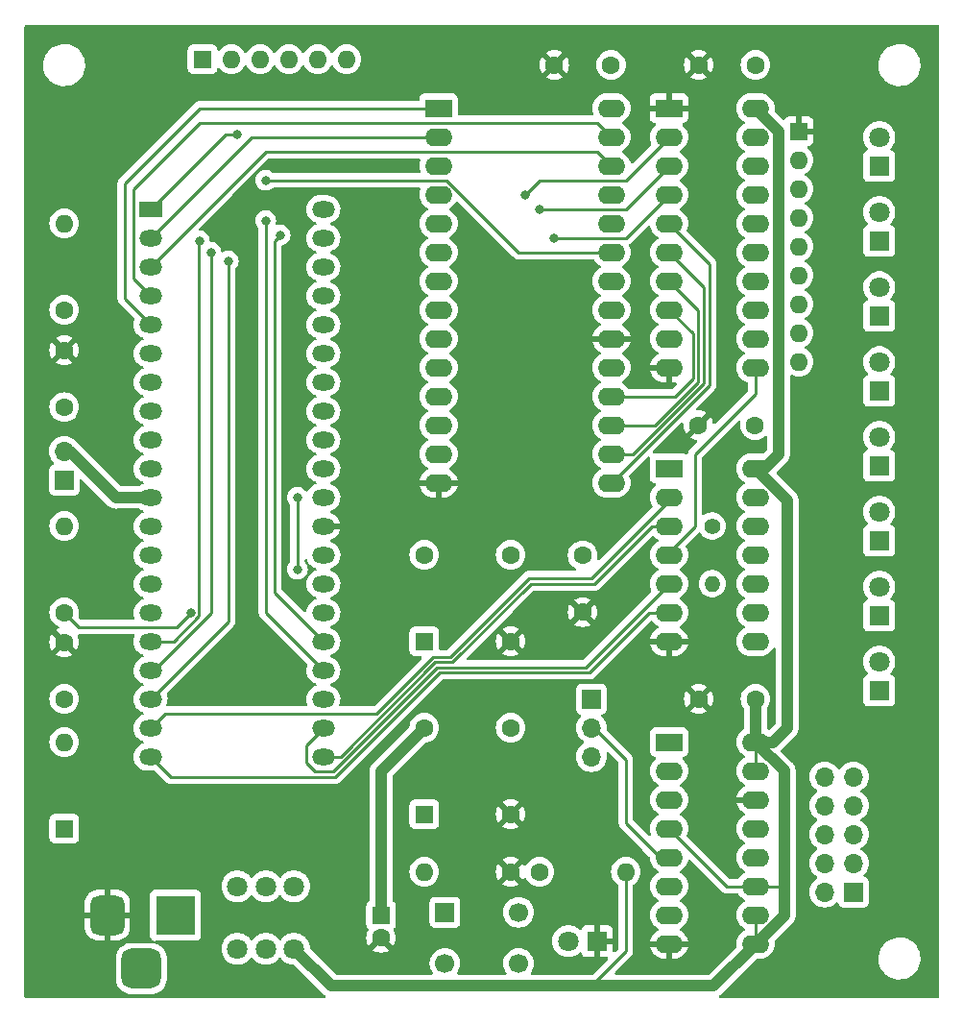
<source format=gbr>
%TF.GenerationSoftware,KiCad,Pcbnew,7.0.7*%
%TF.CreationDate,2023-09-25T01:30:26-05:00*%
%TF.ProjectId,z80-cmos-nmos-tester,7a38302d-636d-46f7-932d-6e6d6f732d74,rev?*%
%TF.SameCoordinates,Original*%
%TF.FileFunction,Copper,L2,Bot*%
%TF.FilePolarity,Positive*%
%FSLAX46Y46*%
G04 Gerber Fmt 4.6, Leading zero omitted, Abs format (unit mm)*
G04 Created by KiCad (PCBNEW 7.0.7) date 2023-09-25 01:30:26*
%MOMM*%
%LPD*%
G01*
G04 APERTURE LIST*
G04 Aperture macros list*
%AMRoundRect*
0 Rectangle with rounded corners*
0 $1 Rounding radius*
0 $2 $3 $4 $5 $6 $7 $8 $9 X,Y pos of 4 corners*
0 Add a 4 corners polygon primitive as box body*
4,1,4,$2,$3,$4,$5,$6,$7,$8,$9,$2,$3,0*
0 Add four circle primitives for the rounded corners*
1,1,$1+$1,$2,$3*
1,1,$1+$1,$4,$5*
1,1,$1+$1,$6,$7*
1,1,$1+$1,$8,$9*
0 Add four rect primitives between the rounded corners*
20,1,$1+$1,$2,$3,$4,$5,0*
20,1,$1+$1,$4,$5,$6,$7,0*
20,1,$1+$1,$6,$7,$8,$9,0*
20,1,$1+$1,$8,$9,$2,$3,0*%
G04 Aperture macros list end*
%TA.AperFunction,ComponentPad*%
%ADD10C,1.400000*%
%TD*%
%TA.AperFunction,ComponentPad*%
%ADD11O,1.400000X1.400000*%
%TD*%
%TA.AperFunction,ComponentPad*%
%ADD12R,1.600000X1.600000*%
%TD*%
%TA.AperFunction,ComponentPad*%
%ADD13O,1.600000X1.600000*%
%TD*%
%TA.AperFunction,ComponentPad*%
%ADD14C,1.700000*%
%TD*%
%TA.AperFunction,ComponentPad*%
%ADD15R,1.700000X1.700000*%
%TD*%
%TA.AperFunction,ComponentPad*%
%ADD16C,1.600000*%
%TD*%
%TA.AperFunction,ComponentPad*%
%ADD17O,2.400000X1.600000*%
%TD*%
%TA.AperFunction,ComponentPad*%
%ADD18R,2.400000X1.600000*%
%TD*%
%TA.AperFunction,ComponentPad*%
%ADD19R,2.000000X1.440000*%
%TD*%
%TA.AperFunction,ComponentPad*%
%ADD20O,2.000000X1.440000*%
%TD*%
%TA.AperFunction,ComponentPad*%
%ADD21C,1.800000*%
%TD*%
%TA.AperFunction,ComponentPad*%
%ADD22O,1.700000X1.700000*%
%TD*%
%TA.AperFunction,ComponentPad*%
%ADD23R,3.500000X3.500000*%
%TD*%
%TA.AperFunction,ComponentPad*%
%ADD24RoundRect,0.750000X-0.750000X-1.000000X0.750000X-1.000000X0.750000X1.000000X-0.750000X1.000000X0*%
%TD*%
%TA.AperFunction,ComponentPad*%
%ADD25RoundRect,0.875000X-0.875000X-0.875000X0.875000X-0.875000X0.875000X0.875000X-0.875000X0.875000X0*%
%TD*%
%TA.AperFunction,ComponentPad*%
%ADD26R,1.800000X1.800000*%
%TD*%
%TA.AperFunction,ViaPad*%
%ADD27C,0.800000*%
%TD*%
%TA.AperFunction,Conductor*%
%ADD28C,0.250000*%
%TD*%
%TA.AperFunction,Conductor*%
%ADD29C,1.000000*%
%TD*%
G04 APERTURE END LIST*
D10*
%TO.P,R5,1*%
%TO.N,Net-(R5-Pad1)*%
X170180000Y-104140000D03*
D11*
%TO.P,R5,2*%
%TO.N,+5V*%
X170180000Y-109220000D03*
%TD*%
D12*
%TO.P,RN1,1,common*%
%TO.N,+5V*%
X125222000Y-62992000D03*
D13*
%TO.P,RN1,2,R1*%
%TO.N,/~{INT}*%
X127762000Y-62992000D03*
%TO.P,RN1,3,R2*%
%TO.N,/~{NMI}*%
X130302000Y-62992000D03*
%TO.P,RN1,4,R3*%
%TO.N,/~{HALT}*%
X132842000Y-62992000D03*
%TO.P,RN1,5,R4*%
%TO.N,/~{WAIT}*%
X135382000Y-62992000D03*
%TO.P,RN1,6,R5*%
%TO.N,/~{BUSRQ}*%
X137922000Y-62992000D03*
%TD*%
D14*
%TO.P,SW1,1,1*%
%TO.N,Net-(R1-Pad2)*%
X153110000Y-138176000D03*
D15*
X146610000Y-138176000D03*
D14*
%TO.P,SW1,2,2*%
%TO.N,/~{RESET}*%
X153110000Y-142676000D03*
X146610000Y-142676000D03*
%TD*%
D12*
%TO.P,C3,1*%
%TO.N,+5V*%
X140970000Y-138430000D03*
D16*
%TO.P,C3,2*%
%TO.N,GND*%
X140970000Y-140430000D03*
%TD*%
D12*
%TO.P,X2,1,EN*%
%TO.N,unconnected-(X2-EN-Pad1)*%
X144780000Y-114300000D03*
D16*
%TO.P,X2,4,GND*%
%TO.N,GND*%
X152400000Y-114300000D03*
%TO.P,X2,5,OUT*%
%TO.N,Net-(JP2-A)*%
X152400000Y-106680000D03*
%TO.P,X2,8,Vcc*%
%TO.N,+5V*%
X144780000Y-106680000D03*
%TD*%
D12*
%TO.P,X1,1,EN*%
%TO.N,unconnected-(X1-EN-Pad1)*%
X144780000Y-129540000D03*
D16*
%TO.P,X1,4,GND*%
%TO.N,GND*%
X152400000Y-129540000D03*
%TO.P,X1,5,OUT*%
%TO.N,Net-(JP2-B)*%
X152400000Y-121920000D03*
%TO.P,X1,8,Vcc*%
%TO.N,+5V*%
X144780000Y-121920000D03*
%TD*%
D17*
%TO.P,U5,20,VCC*%
%TO.N,+5V*%
X173990000Y-67310000D03*
%TO.P,U5,19,Q0*%
%TO.N,Net-(D3-A)*%
X173990000Y-69850000D03*
%TO.P,U5,18,Q1*%
%TO.N,Net-(D4-A)*%
X173990000Y-72390000D03*
%TO.P,U5,17,Q2*%
%TO.N,Net-(D5-A)*%
X173990000Y-74930000D03*
%TO.P,U5,16,Q3*%
%TO.N,Net-(D6-A)*%
X173990000Y-77470000D03*
%TO.P,U5,15,Q4*%
%TO.N,Net-(D7-A)*%
X173990000Y-80010000D03*
%TO.P,U5,14,Q5*%
%TO.N,Net-(D8-A)*%
X173990000Y-82550000D03*
%TO.P,U5,13,Q6*%
%TO.N,Net-(D9-A)*%
X173990000Y-85090000D03*
%TO.P,U5,12,Q7*%
%TO.N,Net-(D10-A)*%
X173990000Y-87630000D03*
%TO.P,U5,11,Load*%
%TO.N,Net-(U5-Load)*%
X173990000Y-90170000D03*
%TO.P,U5,10,GND*%
%TO.N,GND*%
X166370000Y-90170000D03*
%TO.P,U5,9,D7*%
%TO.N,/D7*%
X166370000Y-87630000D03*
%TO.P,U5,8,D6*%
%TO.N,/D6*%
X166370000Y-85090000D03*
%TO.P,U5,7,D5*%
%TO.N,/D5*%
X166370000Y-82550000D03*
%TO.P,U5,6,D4*%
%TO.N,/D4*%
X166370000Y-80010000D03*
%TO.P,U5,5,D3*%
%TO.N,/D3*%
X166370000Y-77470000D03*
%TO.P,U5,4,D2*%
%TO.N,/D2*%
X166370000Y-74930000D03*
%TO.P,U5,3,D1*%
%TO.N,/D1*%
X166370000Y-72390000D03*
%TO.P,U5,2,D0*%
%TO.N,/D0*%
X166370000Y-69850000D03*
D18*
%TO.P,U5,1,OE*%
%TO.N,GND*%
X166370000Y-67310000D03*
%TD*%
%TO.P,U4,1,A15*%
%TO.N,/A15*%
X146050000Y-67310000D03*
D17*
%TO.P,U4,2,A12*%
%TO.N,/A12*%
X146050000Y-69850000D03*
%TO.P,U4,3,A7*%
%TO.N,/A7*%
X146050000Y-72390000D03*
%TO.P,U4,4,A6*%
%TO.N,/A6*%
X146050000Y-74930000D03*
%TO.P,U4,5,A5*%
%TO.N,/A5*%
X146050000Y-77470000D03*
%TO.P,U4,6,A4*%
%TO.N,/A4*%
X146050000Y-80010000D03*
%TO.P,U4,7,A3*%
%TO.N,/A3*%
X146050000Y-82550000D03*
%TO.P,U4,8,A2*%
%TO.N,/A2*%
X146050000Y-85090000D03*
%TO.P,U4,9,A1*%
%TO.N,/A1*%
X146050000Y-87630000D03*
%TO.P,U4,10,A0*%
%TO.N,/A0*%
X146050000Y-90170000D03*
%TO.P,U4,11,D0*%
%TO.N,/D0*%
X146050000Y-92710000D03*
%TO.P,U4,12,D1*%
%TO.N,/D1*%
X146050000Y-95250000D03*
%TO.P,U4,13,D2*%
%TO.N,/D2*%
X146050000Y-97790000D03*
%TO.P,U4,14,GND*%
%TO.N,GND*%
X146050000Y-100330000D03*
%TO.P,U4,15,D3*%
%TO.N,/D3*%
X161290000Y-100330000D03*
%TO.P,U4,16,D4*%
%TO.N,/D4*%
X161290000Y-97790000D03*
%TO.P,U4,17,D5*%
%TO.N,/D5*%
X161290000Y-95250000D03*
%TO.P,U4,18,D6*%
%TO.N,/D6*%
X161290000Y-92710000D03*
%TO.P,U4,19,D7*%
%TO.N,/D7*%
X161290000Y-90170000D03*
%TO.P,U4,20,~{CE}*%
%TO.N,GND*%
X161290000Y-87630000D03*
%TO.P,U4,21,A10*%
%TO.N,/A10*%
X161290000Y-85090000D03*
%TO.P,U4,22,~{OE}*%
%TO.N,Net-(U4-~{OE})*%
X161290000Y-82550000D03*
%TO.P,U4,23,A11*%
%TO.N,/A11*%
X161290000Y-80010000D03*
%TO.P,U4,24,A9*%
%TO.N,/A9*%
X161290000Y-77470000D03*
%TO.P,U4,25,A8*%
%TO.N,/A8*%
X161290000Y-74930000D03*
%TO.P,U4,26,A13*%
%TO.N,/A13*%
X161290000Y-72390000D03*
%TO.P,U4,27,A14*%
%TO.N,/A14*%
X161290000Y-69850000D03*
%TO.P,U4,28,VCC*%
%TO.N,+5V*%
X161290000Y-67310000D03*
%TD*%
%TO.P,U3,14,VCC*%
%TO.N,+5V*%
X173990000Y-99060000D03*
%TO.P,U3,13*%
%TO.N,Net-(U4-~{OE})*%
X173990000Y-101600000D03*
%TO.P,U3,12*%
%TO.N,Net-(U3-Pad1)*%
X173990000Y-104140000D03*
%TO.P,U3,11*%
X173990000Y-106680000D03*
%TO.P,U3,10*%
%TO.N,unconnected-(U3-Pad10)*%
X173990000Y-109220000D03*
%TO.P,U3,9*%
%TO.N,Net-(R5-Pad1)*%
X173990000Y-111760000D03*
%TO.P,U3,8*%
X173990000Y-114300000D03*
%TO.P,U3,7,GND*%
%TO.N,GND*%
X166370000Y-114300000D03*
%TO.P,U3,6*%
%TO.N,/~{IORQ}*%
X166370000Y-111760000D03*
%TO.P,U3,5*%
%TO.N,/~{WR}*%
X166370000Y-109220000D03*
%TO.P,U3,4*%
%TO.N,Net-(U5-Load)*%
X166370000Y-106680000D03*
%TO.P,U3,3*%
%TO.N,/~{RD}*%
X166370000Y-104140000D03*
%TO.P,U3,2*%
%TO.N,/~{MREQ}*%
X166370000Y-101600000D03*
D18*
%TO.P,U3,1*%
%TO.N,Net-(U3-Pad1)*%
X166370000Y-99060000D03*
%TD*%
%TO.P,U2,1,B*%
%TO.N,+5V*%
X166380000Y-123180000D03*
D17*
%TO.P,U2,2,QB*%
%TO.N,/F{slash}4*%
X166380000Y-125720000D03*
%TO.P,U2,3,QA*%
%TO.N,/F{slash}2*%
X166380000Y-128260000D03*
%TO.P,U2,4,DOWN*%
%TO.N,+5V*%
X166380000Y-130800000D03*
%TO.P,U2,5,UP*%
%TO.N,/F_FULL*%
X166380000Y-133340000D03*
%TO.P,U2,6,QC*%
%TO.N,/F{slash}8*%
X166380000Y-135880000D03*
%TO.P,U2,7,QD*%
%TO.N,/F{slash}16*%
X166380000Y-138420000D03*
%TO.P,U2,8,GND*%
%TO.N,GND*%
X166380000Y-140960000D03*
%TO.P,U2,9,D*%
%TO.N,+5V*%
X174000000Y-140960000D03*
%TO.P,U2,10,C*%
X174000000Y-138420000D03*
%TO.P,U2,11,~{LOAD}*%
X174000000Y-135880000D03*
%TO.P,U2,12,~{CO}*%
%TO.N,unconnected-(U2-~{CO}-Pad12)*%
X174000000Y-133340000D03*
%TO.P,U2,13,~{BO}*%
%TO.N,unconnected-(U2-~{BO}-Pad13)*%
X174000000Y-130800000D03*
%TO.P,U2,14,CLR*%
%TO.N,GND*%
X174000000Y-128260000D03*
%TO.P,U2,15,A*%
%TO.N,+5V*%
X174000000Y-125720000D03*
%TO.P,U2,16,VCC*%
X174000000Y-123180000D03*
%TD*%
D19*
%TO.P,U1,1,A11*%
%TO.N,/A11*%
X120650000Y-76200000D03*
D20*
%TO.P,U1,2,A12*%
%TO.N,/A12*%
X120650000Y-78740000D03*
%TO.P,U1,3,A13*%
%TO.N,/A13*%
X120650000Y-81280000D03*
%TO.P,U1,4,A14*%
%TO.N,/A14*%
X120650000Y-83820000D03*
%TO.P,U1,5,A15*%
%TO.N,/A15*%
X120650000Y-86360000D03*
%TO.P,U1,6,~{CLK}*%
%TO.N,/~{CLK}*%
X120650000Y-88900000D03*
%TO.P,U1,7,D4*%
%TO.N,/D4*%
X120650000Y-91440000D03*
%TO.P,U1,8,D3*%
%TO.N,/D3*%
X120650000Y-93980000D03*
%TO.P,U1,9,D5*%
%TO.N,/D5*%
X120650000Y-96520000D03*
%TO.P,U1,10,D6*%
%TO.N,/D6*%
X120650000Y-99060000D03*
%TO.P,U1,11,VCC*%
%TO.N,Net-(JP1-B)*%
X120650000Y-101600000D03*
%TO.P,U1,12,D2*%
%TO.N,/D2*%
X120650000Y-104140000D03*
%TO.P,U1,13,D7*%
%TO.N,/D7*%
X120650000Y-106680000D03*
%TO.P,U1,14,D0*%
%TO.N,/D0*%
X120650000Y-109220000D03*
%TO.P,U1,15,D1*%
%TO.N,/D1*%
X120650000Y-111760000D03*
%TO.P,U1,16,~{INT}*%
%TO.N,/~{INT}*%
X120650000Y-114300000D03*
%TO.P,U1,17,~{NMI}*%
%TO.N,/~{NMI}*%
X120650000Y-116840000D03*
%TO.P,U1,18,~{HALT}*%
%TO.N,/~{HALT}*%
X120650000Y-119380000D03*
%TO.P,U1,19,~{MREQ}*%
%TO.N,/~{MREQ}*%
X120650000Y-121920000D03*
%TO.P,U1,20,~{IORQ}*%
%TO.N,/~{IORQ}*%
X120650000Y-124460000D03*
%TO.P,U1,21,~{RD}*%
%TO.N,/~{RD}*%
X135890000Y-124460000D03*
%TO.P,U1,22,~{WR}*%
%TO.N,/~{WR}*%
X135890000Y-121920000D03*
%TO.P,U1,23,~{BUSACK}*%
%TO.N,unconnected-(U1-~{BUSACK}-Pad23)*%
X135890000Y-119380000D03*
%TO.P,U1,24,~{WAIT}*%
%TO.N,/~{WAIT}*%
X135890000Y-116840000D03*
%TO.P,U1,25,~{BUSRQ}*%
%TO.N,/~{BUSRQ}*%
X135890000Y-114300000D03*
%TO.P,U1,26,~{RESET}*%
%TO.N,/~{RESET}*%
X135890000Y-111760000D03*
%TO.P,U1,27,~{M1}*%
%TO.N,unconnected-(U1-~{M1}-Pad27)*%
X135890000Y-109220000D03*
%TO.P,U1,28,~{RFSH}*%
%TO.N,unconnected-(U1-~{RFSH}-Pad28)*%
X135890000Y-106680000D03*
%TO.P,U1,29,GND*%
%TO.N,GND*%
X135890000Y-104140000D03*
%TO.P,U1,30,A0*%
%TO.N,/A0*%
X135890000Y-101600000D03*
%TO.P,U1,31,A1*%
%TO.N,/A1*%
X135890000Y-99060000D03*
%TO.P,U1,32,A2*%
%TO.N,/A2*%
X135890000Y-96520000D03*
%TO.P,U1,33,A3*%
%TO.N,/A3*%
X135890000Y-93980000D03*
%TO.P,U1,34,A4*%
%TO.N,/A4*%
X135890000Y-91440000D03*
%TO.P,U1,35,A5*%
%TO.N,/A5*%
X135890000Y-88900000D03*
%TO.P,U1,36,A6*%
%TO.N,/A6*%
X135890000Y-86360000D03*
%TO.P,U1,37,A7*%
%TO.N,/A7*%
X135890000Y-83820000D03*
%TO.P,U1,38,A8*%
%TO.N,/A8*%
X135890000Y-81280000D03*
%TO.P,U1,39,A9*%
%TO.N,/A9*%
X135890000Y-78740000D03*
%TO.P,U1,40,A10*%
%TO.N,/A10*%
X135890000Y-76200000D03*
%TD*%
D21*
%TO.P,SW2,1,A*%
%TO.N,unconnected-(SW2A-A-Pad1)*%
X128310000Y-141390000D03*
%TO.P,SW2,2,B*%
%TO.N,Net-(SW2A-B)*%
X130810000Y-141390000D03*
%TO.P,SW2,3,C*%
%TO.N,+5V*%
X133310000Y-141390000D03*
%TO.P,SW2,4,A*%
%TO.N,unconnected-(SW2B-A-Pad4)*%
X128310000Y-135890000D03*
%TO.P,SW2,5,B*%
%TO.N,Net-(SW2A-B)*%
X130810000Y-135890000D03*
%TO.P,SW2,6,C*%
%TO.N,+5V*%
X133310000Y-135890000D03*
%TD*%
D12*
%TO.P,RN2,1,common*%
%TO.N,GND*%
X177800000Y-69342000D03*
D13*
%TO.P,RN2,2,R1*%
%TO.N,Net-(D3-K)*%
X177800000Y-71882000D03*
%TO.P,RN2,3,R2*%
%TO.N,Net-(D4-K)*%
X177800000Y-74422000D03*
%TO.P,RN2,4,R3*%
%TO.N,Net-(D5-K)*%
X177800000Y-76962000D03*
%TO.P,RN2,5,R4*%
%TO.N,Net-(D6-K)*%
X177800000Y-79502000D03*
%TO.P,RN2,6,R5*%
%TO.N,Net-(D7-K)*%
X177800000Y-82042000D03*
%TO.P,RN2,7,R6*%
%TO.N,Net-(D8-K)*%
X177800000Y-84582000D03*
%TO.P,RN2,8,R7*%
%TO.N,Net-(D9-K)*%
X177800000Y-87122000D03*
%TO.P,RN2,9,R8*%
%TO.N,Net-(D10-K)*%
X177800000Y-89662000D03*
%TD*%
D16*
%TO.P,R4,1*%
%TO.N,Net-(D2-A)*%
X154940000Y-134620000D03*
D13*
%TO.P,R4,2*%
%TO.N,+5V*%
X162560000Y-134620000D03*
%TD*%
%TO.P,R3,2*%
%TO.N,+5V*%
X113030000Y-77470000D03*
D16*
%TO.P,R3,1*%
%TO.N,/~{CLK}*%
X113030000Y-85090000D03*
%TD*%
%TO.P,R2,1*%
%TO.N,/~{RESET}*%
X113030000Y-111760000D03*
D13*
%TO.P,R2,2*%
%TO.N,+5V*%
X113030000Y-104140000D03*
%TD*%
D16*
%TO.P,R1,1*%
%TO.N,GND*%
X152400000Y-134620000D03*
D13*
%TO.P,R1,2*%
%TO.N,Net-(R1-Pad2)*%
X144780000Y-134620000D03*
%TD*%
D15*
%TO.P,JP2,1,A*%
%TO.N,Net-(JP2-A)*%
X159512000Y-119380000D03*
D22*
%TO.P,JP2,2,C*%
%TO.N,/F_FULL*%
X159512000Y-121920000D03*
%TO.P,JP2,3,B*%
%TO.N,Net-(JP2-B)*%
X159512000Y-124460000D03*
%TD*%
%TO.P,JP1,2,B*%
%TO.N,Net-(JP1-B)*%
X113030000Y-97536000D03*
D15*
%TO.P,JP1,1,A*%
%TO.N,+5V*%
X113030000Y-100076000D03*
%TD*%
%TO.P,J2,1,Pin_1*%
%TO.N,/~{CLK}*%
X182626000Y-136398000D03*
D22*
%TO.P,J2,2,Pin_2*%
%TO.N,/F_FULL*%
X180086000Y-136398000D03*
%TO.P,J2,3,Pin_3*%
%TO.N,/~{CLK}*%
X182626000Y-133858000D03*
%TO.P,J2,4,Pin_4*%
%TO.N,/F{slash}2*%
X180086000Y-133858000D03*
%TO.P,J2,5,Pin_5*%
%TO.N,/~{CLK}*%
X182626000Y-131318000D03*
%TO.P,J2,6,Pin_6*%
%TO.N,/F{slash}4*%
X180086000Y-131318000D03*
%TO.P,J2,7,Pin_7*%
%TO.N,/~{CLK}*%
X182626000Y-128778000D03*
%TO.P,J2,8,Pin_8*%
%TO.N,/F{slash}8*%
X180086000Y-128778000D03*
%TO.P,J2,9,Pin_9*%
%TO.N,/~{CLK}*%
X182626000Y-126238000D03*
%TO.P,J2,10,Pin_10*%
%TO.N,/F{slash}16*%
X180086000Y-126238000D03*
%TD*%
D23*
%TO.P,J1,1*%
%TO.N,Net-(SW2A-B)*%
X122840000Y-138430000D03*
D24*
%TO.P,J1,2*%
%TO.N,GND*%
X116840000Y-138430000D03*
D25*
%TO.P,J1,3*%
%TO.N,N/C*%
X119840000Y-143130000D03*
%TD*%
D26*
%TO.P,D10,1,K*%
%TO.N,Net-(D10-K)*%
X184912000Y-118618000D03*
D21*
%TO.P,D10,2,A*%
%TO.N,Net-(D10-A)*%
X184912000Y-116078000D03*
%TD*%
D26*
%TO.P,D9,1,K*%
%TO.N,Net-(D9-K)*%
X184912000Y-112014000D03*
D21*
%TO.P,D9,2,A*%
%TO.N,Net-(D9-A)*%
X184912000Y-109474000D03*
%TD*%
D26*
%TO.P,D8,1,K*%
%TO.N,Net-(D8-K)*%
X184912000Y-105410000D03*
D21*
%TO.P,D8,2,A*%
%TO.N,Net-(D8-A)*%
X184912000Y-102870000D03*
%TD*%
%TO.P,D7,2,A*%
%TO.N,Net-(D7-A)*%
X184912000Y-96266000D03*
D26*
%TO.P,D7,1,K*%
%TO.N,Net-(D7-K)*%
X184912000Y-98806000D03*
%TD*%
%TO.P,D6,1,K*%
%TO.N,Net-(D6-K)*%
X184912000Y-92207000D03*
D21*
%TO.P,D6,2,A*%
%TO.N,Net-(D6-A)*%
X184912000Y-89667000D03*
%TD*%
D26*
%TO.P,D5,1,K*%
%TO.N,Net-(D5-K)*%
X184912000Y-85603000D03*
D21*
%TO.P,D5,2,A*%
%TO.N,Net-(D5-A)*%
X184912000Y-83063000D03*
%TD*%
D26*
%TO.P,D4,1,K*%
%TO.N,Net-(D4-K)*%
X184912000Y-78994000D03*
D21*
%TO.P,D4,2,A*%
%TO.N,Net-(D4-A)*%
X184912000Y-76454000D03*
%TD*%
D26*
%TO.P,D3,1,K*%
%TO.N,Net-(D3-K)*%
X184912000Y-72390000D03*
D21*
%TO.P,D3,2,A*%
%TO.N,Net-(D3-A)*%
X184912000Y-69850000D03*
%TD*%
D26*
%TO.P,D2,1,K*%
%TO.N,GND*%
X160020000Y-140716000D03*
D21*
%TO.P,D2,2,A*%
%TO.N,Net-(D2-A)*%
X157480000Y-140716000D03*
%TD*%
D12*
%TO.P,D1,1,K*%
%TO.N,+5V*%
X113030000Y-130810000D03*
D13*
%TO.P,D1,2,A*%
%TO.N,/~{RESET}*%
X113030000Y-123190000D03*
%TD*%
D16*
%TO.P,C8,1*%
%TO.N,+5V*%
X173990000Y-119380000D03*
%TO.P,C8,2*%
%TO.N,GND*%
X168990000Y-119380000D03*
%TD*%
%TO.P,C7,1*%
%TO.N,+5V*%
X173950000Y-95250000D03*
%TO.P,C7,2*%
%TO.N,GND*%
X168950000Y-95250000D03*
%TD*%
%TO.P,C6,1*%
%TO.N,+5V*%
X173990000Y-63500000D03*
%TO.P,C6,2*%
%TO.N,GND*%
X168990000Y-63500000D03*
%TD*%
%TO.P,C5,1*%
%TO.N,+5V*%
X158750000Y-106720000D03*
%TO.P,C5,2*%
%TO.N,GND*%
X158750000Y-111720000D03*
%TD*%
%TO.P,C4,1*%
%TO.N,+5V*%
X161250000Y-63500000D03*
%TO.P,C4,2*%
%TO.N,GND*%
X156250000Y-63500000D03*
%TD*%
%TO.P,C2,2*%
%TO.N,GND*%
X113030000Y-114380000D03*
%TO.P,C2,1*%
%TO.N,/~{RESET}*%
X113030000Y-119380000D03*
%TD*%
%TO.P,C1,2*%
%TO.N,Net-(JP1-B)*%
X113030000Y-93646000D03*
%TO.P,C1,1*%
%TO.N,GND*%
X113030000Y-88646000D03*
%TD*%
D27*
%TO.N,GND*%
X128270000Y-119380000D03*
X157734000Y-98552000D03*
X131572000Y-72136000D03*
X171196000Y-131064000D03*
X178054000Y-139700000D03*
X129032000Y-107950000D03*
X128270000Y-115570000D03*
X117602000Y-130556000D03*
%TO.N,/~{BUSRQ}*%
X132080000Y-78486000D03*
%TO.N,/~{WAIT}*%
X130810000Y-77216000D03*
%TO.N,/~{HALT}*%
X127508000Y-80772000D03*
%TO.N,/~{NMI}*%
X125984000Y-80010000D03*
%TO.N,/~{INT}*%
X124968000Y-78994000D03*
%TO.N,/~{RESET}*%
X124206000Y-111760000D03*
%TO.N,/A11*%
X130810000Y-73660000D03*
X128270000Y-69596000D03*
%TO.N,/D2*%
X133604000Y-107950000D03*
X133604000Y-101600000D03*
X156210000Y-78740000D03*
%TO.N,/D1*%
X154940000Y-76200000D03*
%TO.N,/D0*%
X153670000Y-74930000D03*
%TD*%
D28*
%TO.N,/D0*%
X162560000Y-73660000D02*
X166370000Y-69850000D01*
X154940000Y-73660000D02*
X162560000Y-73660000D01*
X153670000Y-74930000D02*
X154940000Y-73660000D01*
%TO.N,/~{INT}*%
X122691305Y-114300000D02*
X120650000Y-114300000D01*
X124931000Y-112060305D02*
X122691305Y-114300000D01*
X124968000Y-78994000D02*
X124931000Y-79031000D01*
X124931000Y-79031000D02*
X124931000Y-112060305D01*
%TO.N,/F_FULL*%
X165598000Y-133340000D02*
X166380000Y-133340000D01*
X162560000Y-124714000D02*
X162560000Y-130302000D01*
X159766000Y-121920000D02*
X162560000Y-124714000D01*
X159512000Y-121920000D02*
X159766000Y-121920000D01*
X162560000Y-130302000D02*
X165598000Y-133340000D01*
%TO.N,/A11*%
X128270000Y-69596000D02*
X127254000Y-69596000D01*
X127254000Y-69596000D02*
X120650000Y-76200000D01*
%TO.N,Net-(U5-Load)*%
X173990000Y-92456000D02*
X173990000Y-90170000D01*
X168656000Y-104140000D02*
X168656000Y-97790000D01*
X166370000Y-106426000D02*
X168656000Y-104140000D01*
X168656000Y-97790000D02*
X173990000Y-92456000D01*
X166370000Y-106680000D02*
X166370000Y-106426000D01*
D29*
%TO.N,+5V*%
X176520000Y-135880000D02*
X176530000Y-135890000D01*
D28*
X174000000Y-135880000D02*
X176520000Y-135880000D01*
D29*
X176530000Y-125710000D02*
X176530000Y-135890000D01*
X176530000Y-135890000D02*
X176530000Y-138430000D01*
D28*
X173990000Y-135890000D02*
X171470000Y-135890000D01*
X171470000Y-135890000D02*
X166380000Y-130800000D01*
X174000000Y-135880000D02*
X173990000Y-135890000D01*
%TO.N,/~{BUSRQ}*%
X131572000Y-109982000D02*
X131572000Y-78994000D01*
X131572000Y-78994000D02*
X132080000Y-78486000D01*
X135890000Y-114300000D02*
X131572000Y-109982000D01*
%TO.N,/~{WAIT}*%
X130810000Y-111760000D02*
X130810000Y-77216000D01*
X135890000Y-116840000D02*
X130810000Y-111760000D01*
%TO.N,/~{HALT}*%
X127508000Y-112522000D02*
X127508000Y-80772000D01*
X120650000Y-119380000D02*
X127508000Y-112522000D01*
%TO.N,/~{NMI}*%
X125984000Y-111786000D02*
X125984000Y-80010000D01*
X120930000Y-116840000D02*
X125984000Y-111786000D01*
X120650000Y-116840000D02*
X120930000Y-116840000D01*
%TO.N,/~{RESET}*%
X122936000Y-113030000D02*
X124206000Y-111760000D01*
X114300000Y-113030000D02*
X122936000Y-113030000D01*
X113030000Y-111760000D02*
X114300000Y-113030000D01*
%TO.N,/A14*%
X119126000Y-82296000D02*
X120650000Y-83820000D01*
X119126000Y-74422000D02*
X119126000Y-82296000D01*
X160020000Y-68580000D02*
X124968000Y-68580000D01*
X161290000Y-69850000D02*
X160020000Y-68580000D01*
X124968000Y-68580000D02*
X119126000Y-74422000D01*
%TO.N,/A15*%
X124968000Y-67310000D02*
X146050000Y-67310000D01*
X118364000Y-73914000D02*
X124968000Y-67310000D01*
X118364000Y-84074000D02*
X118364000Y-73914000D01*
X120650000Y-86360000D02*
X118364000Y-84074000D01*
%TO.N,/D2*%
X133604000Y-107950000D02*
X133604000Y-101600000D01*
%TO.N,/~{RD}*%
X159766000Y-109220000D02*
X154178000Y-109220000D01*
X164846000Y-104140000D02*
X159766000Y-109220000D01*
X147262000Y-116136000D02*
X145738000Y-116136000D01*
X166370000Y-104140000D02*
X164846000Y-104140000D01*
X154178000Y-109220000D02*
X147262000Y-116136000D01*
X145738000Y-116136000D02*
X137414000Y-124460000D01*
X137414000Y-124460000D02*
X135890000Y-124460000D01*
%TO.N,/~{MREQ}*%
X166370000Y-101854000D02*
X166370000Y-101600000D01*
X159512000Y-108712000D02*
X166370000Y-101854000D01*
X145551604Y-115686000D02*
X147075604Y-115686000D01*
X147075604Y-115686000D02*
X154049604Y-108712000D01*
X154049604Y-108712000D02*
X159512000Y-108712000D01*
X140587604Y-120650000D02*
X145551604Y-115686000D01*
X120650000Y-121920000D02*
X121920000Y-120650000D01*
X121920000Y-120650000D02*
X140587604Y-120650000D01*
D29*
%TO.N,+5V*%
X173990000Y-123170000D02*
X174000000Y-123180000D01*
X173990000Y-119380000D02*
X173990000Y-123170000D01*
%TO.N,Net-(JP1-B)*%
X117602000Y-101600000D02*
X120650000Y-101600000D01*
X113538000Y-97536000D02*
X117602000Y-101600000D01*
X113030000Y-97536000D02*
X113538000Y-97536000D01*
D28*
%TO.N,+5V*%
X162560000Y-141622000D02*
X159512000Y-144670000D01*
D29*
X159512000Y-144670000D02*
X136590000Y-144670000D01*
X170290000Y-144670000D02*
X159512000Y-144670000D01*
D28*
X162560000Y-134620000D02*
X162560000Y-141622000D01*
D29*
X140970000Y-125730000D02*
X144780000Y-121920000D01*
X140970000Y-138430000D02*
X140970000Y-125730000D01*
D28*
%TO.N,/D4*%
X169418000Y-83058000D02*
X166370000Y-80010000D01*
X169418000Y-91565604D02*
X169418000Y-83058000D01*
X163193604Y-97790000D02*
X169418000Y-91565604D01*
X161290000Y-97790000D02*
X163193604Y-97790000D01*
%TO.N,/D6*%
X168460000Y-87180000D02*
X166370000Y-85090000D01*
X168460000Y-91128000D02*
X168460000Y-87180000D01*
X166878000Y-92710000D02*
X168460000Y-91128000D01*
X161290000Y-92710000D02*
X166878000Y-92710000D01*
%TO.N,/D5*%
X168910000Y-85090000D02*
X166370000Y-82550000D01*
X168910000Y-91437208D02*
X168910000Y-85090000D01*
X165097208Y-95250000D02*
X168910000Y-91437208D01*
X161290000Y-95250000D02*
X165097208Y-95250000D01*
%TO.N,/D3*%
X169926000Y-81026000D02*
X166370000Y-77470000D01*
X169926000Y-91694000D02*
X169926000Y-81026000D01*
X161290000Y-100330000D02*
X169926000Y-91694000D01*
%TO.N,/~{IORQ}*%
X122428000Y-126238000D02*
X120650000Y-124460000D01*
X136908792Y-126238000D02*
X122428000Y-126238000D01*
X146110792Y-117036000D02*
X136908792Y-126238000D01*
X159316000Y-117036000D02*
X146110792Y-117036000D01*
X164592000Y-111760000D02*
X159316000Y-117036000D01*
X166370000Y-111760000D02*
X164592000Y-111760000D01*
%TO.N,/~{WR}*%
X135128000Y-125730000D02*
X136780396Y-125730000D01*
X159004000Y-116586000D02*
X166370000Y-109220000D01*
X134366000Y-124968000D02*
X135128000Y-125730000D01*
X136780396Y-125730000D02*
X145924396Y-116586000D01*
X134366000Y-123444000D02*
X134366000Y-124968000D01*
X135890000Y-121920000D02*
X134366000Y-123444000D01*
X145924396Y-116586000D02*
X159004000Y-116586000D01*
%TO.N,/A13*%
X160020000Y-71120000D02*
X161290000Y-72390000D01*
X130810000Y-71120000D02*
X160020000Y-71120000D01*
X120650000Y-81280000D02*
X130810000Y-71120000D01*
D29*
%TO.N,+5V*%
X176022000Y-97790000D02*
X174752000Y-99060000D01*
X174752000Y-99060000D02*
X173990000Y-99060000D01*
X176022000Y-69342000D02*
X176022000Y-97790000D01*
X173990000Y-67310000D02*
X176022000Y-69342000D01*
X174000000Y-140960000D02*
X170290000Y-144670000D01*
X136590000Y-144670000D02*
X133310000Y-141390000D01*
X176530000Y-138430000D02*
X174000000Y-140960000D01*
X174000000Y-123180000D02*
X176530000Y-125710000D01*
D28*
X174000000Y-138420000D02*
X174000000Y-140960000D01*
X174000000Y-123180000D02*
X174000000Y-125720000D01*
D29*
X175524000Y-123180000D02*
X174000000Y-123180000D01*
X176784000Y-121920000D02*
X175524000Y-123180000D01*
X176784000Y-101854000D02*
X176784000Y-121920000D01*
X173990000Y-99060000D02*
X176784000Y-101854000D01*
D28*
%TO.N,/A11*%
X153120990Y-80010000D02*
X146770990Y-73660000D01*
X146770990Y-73660000D02*
X130810000Y-73660000D01*
X161290000Y-80010000D02*
X153120990Y-80010000D01*
%TO.N,/D2*%
X156210000Y-78740000D02*
X162560000Y-78740000D01*
X162560000Y-78740000D02*
X166370000Y-74930000D01*
%TO.N,/D1*%
X162560000Y-76200000D02*
X166370000Y-72390000D01*
X154940000Y-76200000D02*
X162560000Y-76200000D01*
%TO.N,/A12*%
X120650000Y-78740000D02*
X129540000Y-69850000D01*
X129540000Y-69850000D02*
X146050000Y-69850000D01*
%TD*%
%TA.AperFunction,Conductor*%
%TO.N,GND*%
G36*
X190142539Y-60010185D02*
G01*
X190188294Y-60062989D01*
X190199500Y-60114500D01*
X190199500Y-145625500D01*
X190179815Y-145692539D01*
X190127011Y-145738294D01*
X190075500Y-145749500D01*
X170885633Y-145749500D01*
X170818594Y-145729815D01*
X170772839Y-145677011D01*
X170762895Y-145607853D01*
X170791920Y-145544297D01*
X170825456Y-145517081D01*
X170828142Y-145515590D01*
X170864502Y-145495409D01*
X170890568Y-145473030D01*
X170896843Y-145468300D01*
X170897145Y-145468101D01*
X170925519Y-145449402D01*
X170968917Y-145406002D01*
X170972336Y-145402834D01*
X171018895Y-145362866D01*
X171039931Y-145335688D01*
X171045101Y-145329818D01*
X174067157Y-142307763D01*
X184835787Y-142307763D01*
X184865413Y-142577013D01*
X184865415Y-142577024D01*
X184930720Y-142826819D01*
X184933928Y-142839088D01*
X185039870Y-143088390D01*
X185111998Y-143206575D01*
X185180979Y-143319605D01*
X185180986Y-143319615D01*
X185354253Y-143527819D01*
X185354259Y-143527824D01*
X185431477Y-143597011D01*
X185555998Y-143708582D01*
X185781910Y-143858044D01*
X186027176Y-143973020D01*
X186027183Y-143973022D01*
X186027185Y-143973023D01*
X186286557Y-144051057D01*
X186286564Y-144051058D01*
X186286569Y-144051060D01*
X186554561Y-144090500D01*
X186554566Y-144090500D01*
X186757636Y-144090500D01*
X186809133Y-144086730D01*
X186960156Y-144075677D01*
X187072758Y-144050593D01*
X187224546Y-144016782D01*
X187224548Y-144016781D01*
X187224553Y-144016780D01*
X187477558Y-143920014D01*
X187713777Y-143787441D01*
X187928177Y-143621888D01*
X188116186Y-143426881D01*
X188273799Y-143206579D01*
X188347787Y-143062669D01*
X188397649Y-142965690D01*
X188397651Y-142965684D01*
X188397656Y-142965675D01*
X188485118Y-142709305D01*
X188534319Y-142442933D01*
X188544212Y-142172235D01*
X188514586Y-141902982D01*
X188446072Y-141640912D01*
X188340130Y-141391610D01*
X188199018Y-141160390D01*
X188194924Y-141155471D01*
X188025746Y-140952180D01*
X188025740Y-140952175D01*
X187824002Y-140771418D01*
X187598092Y-140621957D01*
X187562581Y-140605310D01*
X187352824Y-140506980D01*
X187352819Y-140506978D01*
X187352814Y-140506976D01*
X187093442Y-140428942D01*
X187093428Y-140428939D01*
X186977791Y-140411921D01*
X186825439Y-140389500D01*
X186622369Y-140389500D01*
X186622364Y-140389500D01*
X186419844Y-140404323D01*
X186419831Y-140404325D01*
X186155453Y-140463217D01*
X186155446Y-140463220D01*
X185902439Y-140559987D01*
X185666226Y-140692557D01*
X185666224Y-140692558D01*
X185666223Y-140692559D01*
X185643636Y-140710000D01*
X185451822Y-140858112D01*
X185263822Y-141053109D01*
X185263816Y-141053116D01*
X185106202Y-141273419D01*
X185106199Y-141273424D01*
X184982350Y-141514309D01*
X184982343Y-141514327D01*
X184894884Y-141770685D01*
X184894881Y-141770699D01*
X184886462Y-141816280D01*
X184846802Y-142031001D01*
X184845681Y-142037068D01*
X184845680Y-142037075D01*
X184835787Y-142307763D01*
X174067157Y-142307763D01*
X174078101Y-142296819D01*
X174139425Y-142263334D01*
X174165783Y-142260500D01*
X174456784Y-142260500D01*
X174626692Y-142245635D01*
X174846496Y-142186739D01*
X175052734Y-142090568D01*
X175239139Y-141960047D01*
X175400047Y-141799139D01*
X175530568Y-141612734D01*
X175626739Y-141406496D01*
X175685635Y-141186692D01*
X175705468Y-140960000D01*
X175687132Y-140750425D01*
X175700898Y-140681929D01*
X175722976Y-140651943D01*
X177228487Y-139146433D01*
X177293053Y-139085059D01*
X177328097Y-139034709D01*
X177330924Y-139030957D01*
X177369698Y-138983407D01*
X177385607Y-138952948D01*
X177389667Y-138946248D01*
X177409295Y-138918049D01*
X177433492Y-138861660D01*
X177435498Y-138857435D01*
X177463909Y-138803049D01*
X177473357Y-138770022D01*
X177475988Y-138762633D01*
X177489540Y-138731058D01*
X177501895Y-138670930D01*
X177502999Y-138666429D01*
X177519886Y-138607418D01*
X177522494Y-138573157D01*
X177523585Y-138565389D01*
X177530500Y-138531743D01*
X177530500Y-138470398D01*
X177530679Y-138465688D01*
X177534158Y-138420000D01*
X177535337Y-138404524D01*
X177530997Y-138370442D01*
X177530500Y-138362603D01*
X177530500Y-136398000D01*
X178730341Y-136398000D01*
X178750936Y-136633403D01*
X178750938Y-136633413D01*
X178812094Y-136861655D01*
X178812096Y-136861659D01*
X178812097Y-136861663D01*
X178861894Y-136968452D01*
X178911965Y-137075830D01*
X178911967Y-137075834D01*
X178989250Y-137186204D01*
X179047505Y-137269401D01*
X179214599Y-137436495D01*
X179302679Y-137498169D01*
X179408165Y-137572032D01*
X179408167Y-137572033D01*
X179408170Y-137572035D01*
X179622337Y-137671903D01*
X179850592Y-137733063D01*
X180027034Y-137748500D01*
X180085999Y-137753659D01*
X180086000Y-137753659D01*
X180086001Y-137753659D01*
X180144966Y-137748500D01*
X180321408Y-137733063D01*
X180549663Y-137671903D01*
X180763830Y-137572035D01*
X180957401Y-137436495D01*
X181079329Y-137314566D01*
X181140648Y-137281084D01*
X181210340Y-137286068D01*
X181266274Y-137327939D01*
X181283189Y-137358917D01*
X181332202Y-137490328D01*
X181332206Y-137490335D01*
X181418452Y-137605544D01*
X181418455Y-137605547D01*
X181533664Y-137691793D01*
X181533671Y-137691797D01*
X181668517Y-137742091D01*
X181668516Y-137742091D01*
X181675444Y-137742835D01*
X181728127Y-137748500D01*
X183523872Y-137748499D01*
X183583483Y-137742091D01*
X183718331Y-137691796D01*
X183833546Y-137605546D01*
X183919796Y-137490331D01*
X183970091Y-137355483D01*
X183976500Y-137295873D01*
X183976499Y-135500128D01*
X183970091Y-135440517D01*
X183968810Y-135437083D01*
X183919797Y-135305671D01*
X183919793Y-135305664D01*
X183833547Y-135190455D01*
X183833544Y-135190452D01*
X183718335Y-135104206D01*
X183718328Y-135104202D01*
X183586917Y-135055189D01*
X183530983Y-135013318D01*
X183506566Y-134947853D01*
X183521418Y-134879580D01*
X183542563Y-134851332D01*
X183664495Y-134729401D01*
X183800035Y-134535830D01*
X183899903Y-134321663D01*
X183961063Y-134093408D01*
X183981659Y-133858000D01*
X183961063Y-133622592D01*
X183899903Y-133394337D01*
X183800035Y-133180171D01*
X183794425Y-133172158D01*
X183664494Y-132986597D01*
X183497402Y-132819506D01*
X183497396Y-132819501D01*
X183311842Y-132689575D01*
X183268217Y-132634998D01*
X183261023Y-132565500D01*
X183292546Y-132503145D01*
X183311842Y-132486425D01*
X183372795Y-132443745D01*
X183497401Y-132356495D01*
X183664495Y-132189401D01*
X183800035Y-131995830D01*
X183899903Y-131781663D01*
X183961063Y-131553408D01*
X183981659Y-131318000D01*
X183961063Y-131082592D01*
X183899903Y-130854337D01*
X183800035Y-130640171D01*
X183794425Y-130632158D01*
X183664494Y-130446597D01*
X183497402Y-130279506D01*
X183497396Y-130279501D01*
X183311842Y-130149575D01*
X183268217Y-130094998D01*
X183261023Y-130025500D01*
X183292546Y-129963145D01*
X183311842Y-129946425D01*
X183358595Y-129913688D01*
X183497401Y-129816495D01*
X183664495Y-129649401D01*
X183800035Y-129455830D01*
X183899903Y-129241663D01*
X183961063Y-129013408D01*
X183981659Y-128778000D01*
X183961063Y-128542592D01*
X183899903Y-128314337D01*
X183800035Y-128100171D01*
X183794425Y-128092158D01*
X183664494Y-127906597D01*
X183497402Y-127739506D01*
X183497396Y-127739501D01*
X183311842Y-127609575D01*
X183268217Y-127554998D01*
X183261023Y-127485500D01*
X183292546Y-127423145D01*
X183311842Y-127406425D01*
X183357584Y-127374396D01*
X183497401Y-127276495D01*
X183664495Y-127109401D01*
X183800035Y-126915830D01*
X183899903Y-126701663D01*
X183961063Y-126473408D01*
X183981659Y-126238000D01*
X183961063Y-126002592D01*
X183906079Y-125797388D01*
X183899905Y-125774344D01*
X183899904Y-125774343D01*
X183899903Y-125774337D01*
X183800035Y-125560171D01*
X183794722Y-125552582D01*
X183664494Y-125366597D01*
X183497402Y-125199506D01*
X183497395Y-125199501D01*
X183485534Y-125191196D01*
X183405987Y-125135496D01*
X183303834Y-125063967D01*
X183303830Y-125063965D01*
X183303828Y-125063964D01*
X183089663Y-124964097D01*
X183089659Y-124964096D01*
X183089655Y-124964094D01*
X182861413Y-124902938D01*
X182861403Y-124902936D01*
X182626001Y-124882341D01*
X182625999Y-124882341D01*
X182390596Y-124902936D01*
X182390586Y-124902938D01*
X182162344Y-124964094D01*
X182162335Y-124964098D01*
X181948171Y-125063964D01*
X181948169Y-125063965D01*
X181754597Y-125199505D01*
X181587505Y-125366597D01*
X181457575Y-125552158D01*
X181402998Y-125595783D01*
X181333500Y-125602977D01*
X181271145Y-125571454D01*
X181254425Y-125552158D01*
X181124494Y-125366597D01*
X180957402Y-125199506D01*
X180957395Y-125199501D01*
X180945534Y-125191196D01*
X180865987Y-125135496D01*
X180763834Y-125063967D01*
X180763830Y-125063965D01*
X180763828Y-125063964D01*
X180549663Y-124964097D01*
X180549659Y-124964096D01*
X180549655Y-124964094D01*
X180321413Y-124902938D01*
X180321403Y-124902936D01*
X180086001Y-124882341D01*
X180085999Y-124882341D01*
X179850596Y-124902936D01*
X179850586Y-124902938D01*
X179622344Y-124964094D01*
X179622335Y-124964098D01*
X179408171Y-125063964D01*
X179408169Y-125063965D01*
X179214597Y-125199505D01*
X179047505Y-125366597D01*
X178911965Y-125560169D01*
X178911964Y-125560171D01*
X178812098Y-125774335D01*
X178812094Y-125774344D01*
X178750938Y-126002586D01*
X178750936Y-126002596D01*
X178730341Y-126237999D01*
X178730341Y-126238000D01*
X178750936Y-126473403D01*
X178750938Y-126473413D01*
X178812094Y-126701655D01*
X178812096Y-126701659D01*
X178812097Y-126701663D01*
X178881815Y-126851173D01*
X178911965Y-126915830D01*
X178911967Y-126915834D01*
X178963211Y-126989017D01*
X179047504Y-127109400D01*
X179047506Y-127109402D01*
X179214597Y-127276493D01*
X179214603Y-127276498D01*
X179400158Y-127406425D01*
X179443783Y-127461002D01*
X179450977Y-127530500D01*
X179419454Y-127592855D01*
X179400158Y-127609575D01*
X179214597Y-127739505D01*
X179047505Y-127906597D01*
X178911965Y-128100169D01*
X178911964Y-128100171D01*
X178812098Y-128314335D01*
X178812094Y-128314344D01*
X178750938Y-128542586D01*
X178750936Y-128542596D01*
X178730341Y-128777999D01*
X178730341Y-128778000D01*
X178750936Y-129013403D01*
X178750938Y-129013413D01*
X178812094Y-129241655D01*
X178812096Y-129241659D01*
X178812097Y-129241663D01*
X178881331Y-129390135D01*
X178911965Y-129455830D01*
X178911967Y-129455834D01*
X178970903Y-129540002D01*
X179047504Y-129649400D01*
X179047506Y-129649402D01*
X179214597Y-129816493D01*
X179214603Y-129816498D01*
X179400158Y-129946425D01*
X179443783Y-130001002D01*
X179450977Y-130070500D01*
X179419454Y-130132855D01*
X179400158Y-130149575D01*
X179214597Y-130279505D01*
X179047505Y-130446597D01*
X178911965Y-130640169D01*
X178911964Y-130640171D01*
X178812098Y-130854335D01*
X178812094Y-130854344D01*
X178750938Y-131082586D01*
X178750936Y-131082596D01*
X178730341Y-131317999D01*
X178730341Y-131318000D01*
X178750936Y-131553403D01*
X178750938Y-131553413D01*
X178812094Y-131781655D01*
X178812096Y-131781659D01*
X178812097Y-131781663D01*
X178894146Y-131957618D01*
X178911965Y-131995830D01*
X178911967Y-131995834D01*
X178963211Y-132069017D01*
X179047501Y-132189396D01*
X179047506Y-132189402D01*
X179214597Y-132356493D01*
X179214603Y-132356498D01*
X179400158Y-132486425D01*
X179443783Y-132541002D01*
X179450977Y-132610500D01*
X179419454Y-132672855D01*
X179400158Y-132689575D01*
X179214597Y-132819505D01*
X179047505Y-132986597D01*
X178911965Y-133180169D01*
X178911964Y-133180171D01*
X178812098Y-133394335D01*
X178812094Y-133394344D01*
X178750938Y-133622586D01*
X178750936Y-133622596D01*
X178730341Y-133857999D01*
X178730341Y-133858000D01*
X178750936Y-134093403D01*
X178750938Y-134093413D01*
X178812094Y-134321655D01*
X178812096Y-134321659D01*
X178812097Y-134321663D01*
X178874527Y-134455544D01*
X178911965Y-134535830D01*
X178911967Y-134535834D01*
X178970902Y-134620001D01*
X179047501Y-134729396D01*
X179047506Y-134729402D01*
X179214597Y-134896493D01*
X179214603Y-134896498D01*
X179400158Y-135026425D01*
X179443783Y-135081002D01*
X179450977Y-135150500D01*
X179419454Y-135212855D01*
X179400158Y-135229575D01*
X179214597Y-135359505D01*
X179047505Y-135526597D01*
X178911965Y-135720169D01*
X178911964Y-135720171D01*
X178812098Y-135934335D01*
X178812094Y-135934344D01*
X178750938Y-136162586D01*
X178750936Y-136162596D01*
X178730341Y-136397999D01*
X178730341Y-136398000D01*
X177530500Y-136398000D01*
X177530500Y-135902698D01*
X177532757Y-135813639D01*
X177532445Y-135811896D01*
X177530500Y-135790018D01*
X177530500Y-125722675D01*
X177532756Y-125633642D01*
X177532755Y-125633641D01*
X177532756Y-125633636D01*
X177521929Y-125573233D01*
X177521282Y-125568620D01*
X177515074Y-125507562D01*
X177515073Y-125507560D01*
X177515073Y-125507557D01*
X177504790Y-125474787D01*
X177502917Y-125467154D01*
X177496858Y-125433348D01*
X177495098Y-125428943D01*
X177474102Y-125376378D01*
X177472521Y-125371937D01*
X177470846Y-125366597D01*
X177454159Y-125313412D01*
X177454158Y-125313410D01*
X177454157Y-125313407D01*
X177437488Y-125283378D01*
X177434117Y-125276278D01*
X177421378Y-125244386D01*
X177421377Y-125244383D01*
X177387620Y-125193163D01*
X177385180Y-125189134D01*
X177373515Y-125168119D01*
X177355409Y-125135498D01*
X177355407Y-125135495D01*
X177333033Y-125109434D01*
X177328302Y-125103159D01*
X177323078Y-125095233D01*
X177309402Y-125074481D01*
X177266012Y-125031091D01*
X177262822Y-125027648D01*
X177222867Y-124981106D01*
X177222863Y-124981102D01*
X177195698Y-124960074D01*
X177189811Y-124954890D01*
X176266802Y-124031882D01*
X176233318Y-123970560D01*
X176238302Y-123900869D01*
X176256425Y-123868305D01*
X176273927Y-123845692D01*
X176279106Y-123839813D01*
X177482468Y-122636451D01*
X177547053Y-122575059D01*
X177582099Y-122524706D01*
X177584938Y-122520941D01*
X177601445Y-122500697D01*
X177623698Y-122473407D01*
X177639601Y-122442960D01*
X177643674Y-122436239D01*
X177649392Y-122428023D01*
X177663295Y-122408049D01*
X177687492Y-122351660D01*
X177689498Y-122347435D01*
X177717909Y-122293049D01*
X177727357Y-122260022D01*
X177729988Y-122252633D01*
X177743540Y-122221058D01*
X177755895Y-122160930D01*
X177756999Y-122156429D01*
X177773886Y-122097418D01*
X177776494Y-122063157D01*
X177777585Y-122055389D01*
X177784500Y-122021743D01*
X177784500Y-121960398D01*
X177784679Y-121955688D01*
X177785728Y-121941909D01*
X177789337Y-121894524D01*
X177784997Y-121860442D01*
X177784500Y-121852603D01*
X177784500Y-116078006D01*
X183506700Y-116078006D01*
X183525864Y-116309297D01*
X183525866Y-116309308D01*
X183582842Y-116534300D01*
X183676075Y-116746848D01*
X183803016Y-116941147D01*
X183803019Y-116941151D01*
X183803021Y-116941153D01*
X183897803Y-117044114D01*
X183928724Y-117106767D01*
X183920864Y-117176193D01*
X183876716Y-117230348D01*
X183849906Y-117244277D01*
X183769669Y-117274203D01*
X183769664Y-117274206D01*
X183654455Y-117360452D01*
X183654452Y-117360455D01*
X183568206Y-117475664D01*
X183568202Y-117475671D01*
X183517908Y-117610517D01*
X183512273Y-117662939D01*
X183511501Y-117670123D01*
X183511500Y-117670135D01*
X183511500Y-119565870D01*
X183511501Y-119565876D01*
X183517908Y-119625483D01*
X183568202Y-119760328D01*
X183568206Y-119760335D01*
X183654452Y-119875544D01*
X183654455Y-119875547D01*
X183769664Y-119961793D01*
X183769671Y-119961797D01*
X183904517Y-120012091D01*
X183904516Y-120012091D01*
X183911444Y-120012835D01*
X183964127Y-120018500D01*
X185859872Y-120018499D01*
X185919483Y-120012091D01*
X186054331Y-119961796D01*
X186169546Y-119875546D01*
X186255796Y-119760331D01*
X186306091Y-119625483D01*
X186312500Y-119565873D01*
X186312499Y-117670128D01*
X186306091Y-117610517D01*
X186303819Y-117604426D01*
X186255797Y-117475671D01*
X186255793Y-117475664D01*
X186169547Y-117360455D01*
X186169544Y-117360452D01*
X186054335Y-117274206D01*
X186054328Y-117274202D01*
X185974094Y-117244277D01*
X185918160Y-117202406D01*
X185893743Y-117136941D01*
X185908595Y-117068668D01*
X185926190Y-117044121D01*
X186020979Y-116941153D01*
X186147924Y-116746849D01*
X186241157Y-116534300D01*
X186298134Y-116309305D01*
X186298135Y-116309297D01*
X186317300Y-116078006D01*
X186317300Y-116077993D01*
X186298135Y-115846702D01*
X186298133Y-115846691D01*
X186241157Y-115621699D01*
X186147924Y-115409151D01*
X186020983Y-115214852D01*
X186020980Y-115214849D01*
X186020979Y-115214847D01*
X185863784Y-115044087D01*
X185863779Y-115044083D01*
X185863777Y-115044081D01*
X185680634Y-114901535D01*
X185680628Y-114901531D01*
X185476504Y-114791064D01*
X185476495Y-114791061D01*
X185256984Y-114715702D01*
X185073983Y-114685165D01*
X185028049Y-114677500D01*
X184795951Y-114677500D01*
X184788928Y-114678672D01*
X184567015Y-114715702D01*
X184347504Y-114791061D01*
X184347495Y-114791064D01*
X184143371Y-114901531D01*
X184143365Y-114901535D01*
X183960222Y-115044081D01*
X183960219Y-115044084D01*
X183960216Y-115044086D01*
X183960216Y-115044087D01*
X183903708Y-115105471D01*
X183803016Y-115214852D01*
X183676075Y-115409151D01*
X183582842Y-115621699D01*
X183525866Y-115846691D01*
X183525864Y-115846702D01*
X183506700Y-116077993D01*
X183506700Y-116078006D01*
X177784500Y-116078006D01*
X177784500Y-109474006D01*
X183506700Y-109474006D01*
X183525864Y-109705297D01*
X183525866Y-109705308D01*
X183582842Y-109930300D01*
X183676075Y-110142848D01*
X183803016Y-110337147D01*
X183803019Y-110337151D01*
X183803021Y-110337153D01*
X183897803Y-110440114D01*
X183928724Y-110502767D01*
X183920864Y-110572193D01*
X183876716Y-110626348D01*
X183849906Y-110640277D01*
X183769669Y-110670203D01*
X183769664Y-110670206D01*
X183654455Y-110756452D01*
X183654452Y-110756455D01*
X183568206Y-110871664D01*
X183568202Y-110871671D01*
X183517908Y-111006517D01*
X183511501Y-111066116D01*
X183511501Y-111066123D01*
X183511500Y-111066135D01*
X183511500Y-112961870D01*
X183511501Y-112961876D01*
X183517908Y-113021483D01*
X183568202Y-113156328D01*
X183568206Y-113156335D01*
X183654452Y-113271544D01*
X183654455Y-113271547D01*
X183769664Y-113357793D01*
X183769671Y-113357797D01*
X183904517Y-113408091D01*
X183904516Y-113408091D01*
X183911444Y-113408835D01*
X183964127Y-113414500D01*
X185859872Y-113414499D01*
X185919483Y-113408091D01*
X186054331Y-113357796D01*
X186169546Y-113271546D01*
X186255796Y-113156331D01*
X186306091Y-113021483D01*
X186312500Y-112961873D01*
X186312499Y-111066128D01*
X186306091Y-111006517D01*
X186294653Y-110975851D01*
X186255797Y-110871671D01*
X186255793Y-110871664D01*
X186169547Y-110756455D01*
X186169544Y-110756452D01*
X186054335Y-110670206D01*
X186054328Y-110670202D01*
X185974094Y-110640277D01*
X185918160Y-110598406D01*
X185893743Y-110532941D01*
X185908595Y-110464668D01*
X185926190Y-110440121D01*
X186020979Y-110337153D01*
X186147924Y-110142849D01*
X186241157Y-109930300D01*
X186298134Y-109705305D01*
X186298439Y-109701626D01*
X186317300Y-109474006D01*
X186317300Y-109473993D01*
X186298135Y-109242702D01*
X186298133Y-109242691D01*
X186241157Y-109017699D01*
X186147924Y-108805151D01*
X186020983Y-108610852D01*
X186020980Y-108610849D01*
X186020979Y-108610847D01*
X185863784Y-108440087D01*
X185863779Y-108440083D01*
X185863777Y-108440081D01*
X185680634Y-108297535D01*
X185680628Y-108297531D01*
X185476504Y-108187064D01*
X185476495Y-108187061D01*
X185256984Y-108111702D01*
X185085282Y-108083050D01*
X185028049Y-108073500D01*
X184795951Y-108073500D01*
X184750164Y-108081140D01*
X184567015Y-108111702D01*
X184347504Y-108187061D01*
X184347495Y-108187064D01*
X184143371Y-108297531D01*
X184143365Y-108297535D01*
X183960222Y-108440081D01*
X183960219Y-108440084D01*
X183803016Y-108610852D01*
X183676075Y-108805151D01*
X183582842Y-109017699D01*
X183525866Y-109242691D01*
X183525864Y-109242702D01*
X183506700Y-109473993D01*
X183506700Y-109474006D01*
X177784500Y-109474006D01*
X177784500Y-102870006D01*
X183506700Y-102870006D01*
X183525864Y-103101297D01*
X183525866Y-103101308D01*
X183582842Y-103326300D01*
X183676075Y-103538848D01*
X183803016Y-103733147D01*
X183803019Y-103733151D01*
X183803021Y-103733153D01*
X183897803Y-103836114D01*
X183928724Y-103898767D01*
X183920864Y-103968193D01*
X183876716Y-104022348D01*
X183849906Y-104036277D01*
X183769669Y-104066203D01*
X183769664Y-104066206D01*
X183654455Y-104152452D01*
X183654452Y-104152455D01*
X183568206Y-104267664D01*
X183568202Y-104267671D01*
X183517908Y-104402517D01*
X183516815Y-104412688D01*
X183511501Y-104462123D01*
X183511500Y-104462135D01*
X183511500Y-106357870D01*
X183511501Y-106357876D01*
X183517908Y-106417483D01*
X183568202Y-106552328D01*
X183568206Y-106552335D01*
X183654452Y-106667544D01*
X183654455Y-106667547D01*
X183769664Y-106753793D01*
X183769671Y-106753797D01*
X183904517Y-106804091D01*
X183904516Y-106804091D01*
X183911444Y-106804835D01*
X183964127Y-106810500D01*
X185859872Y-106810499D01*
X185919483Y-106804091D01*
X186054331Y-106753796D01*
X186169546Y-106667546D01*
X186255796Y-106552331D01*
X186306091Y-106417483D01*
X186312500Y-106357873D01*
X186312499Y-104462128D01*
X186306091Y-104402517D01*
X186301422Y-104390000D01*
X186255797Y-104267671D01*
X186255793Y-104267664D01*
X186169547Y-104152455D01*
X186169544Y-104152452D01*
X186054335Y-104066206D01*
X186054328Y-104066202D01*
X185974094Y-104036277D01*
X185918160Y-103994406D01*
X185893743Y-103928941D01*
X185908595Y-103860668D01*
X185926190Y-103836121D01*
X186020979Y-103733153D01*
X186147924Y-103538849D01*
X186241157Y-103326300D01*
X186298134Y-103101305D01*
X186298135Y-103101297D01*
X186317300Y-102870006D01*
X186317300Y-102869993D01*
X186298135Y-102638702D01*
X186298133Y-102638691D01*
X186241157Y-102413699D01*
X186147924Y-102201151D01*
X186020983Y-102006852D01*
X186020980Y-102006849D01*
X186020979Y-102006847D01*
X185863784Y-101836087D01*
X185863779Y-101836083D01*
X185863777Y-101836081D01*
X185680634Y-101693535D01*
X185680628Y-101693531D01*
X185476504Y-101583064D01*
X185476495Y-101583061D01*
X185256984Y-101507702D01*
X185085282Y-101479050D01*
X185028049Y-101469500D01*
X184795951Y-101469500D01*
X184750164Y-101477140D01*
X184567015Y-101507702D01*
X184347504Y-101583061D01*
X184347495Y-101583064D01*
X184143371Y-101693531D01*
X184143365Y-101693535D01*
X183960222Y-101836081D01*
X183960219Y-101836084D01*
X183803016Y-102006852D01*
X183676075Y-102201151D01*
X183582842Y-102413699D01*
X183525866Y-102638691D01*
X183525864Y-102638702D01*
X183506700Y-102869993D01*
X183506700Y-102870006D01*
X177784500Y-102870006D01*
X177784500Y-101866715D01*
X177786757Y-101777641D01*
X177786756Y-101777640D01*
X177786757Y-101777637D01*
X177775933Y-101717253D01*
X177775280Y-101712587D01*
X177772034Y-101680674D01*
X177769074Y-101651562D01*
X177758788Y-101618780D01*
X177756918Y-101611166D01*
X177750858Y-101577348D01*
X177728092Y-101520352D01*
X177726527Y-101515955D01*
X177708159Y-101457412D01*
X177691491Y-101427382D01*
X177688120Y-101420284D01*
X177684709Y-101411744D01*
X177675378Y-101388383D01*
X177641605Y-101337139D01*
X177639183Y-101333142D01*
X177609409Y-101279498D01*
X177587034Y-101253434D01*
X177582306Y-101247163D01*
X177563404Y-101218484D01*
X177563399Y-101218478D01*
X177541715Y-101196795D01*
X177520019Y-101175099D01*
X177516828Y-101171655D01*
X177476865Y-101125104D01*
X177449694Y-101104072D01*
X177443807Y-101098887D01*
X175873600Y-99528680D01*
X175840115Y-99467357D01*
X175845099Y-99397665D01*
X175873596Y-99353323D01*
X176720468Y-98506451D01*
X176785053Y-98445059D01*
X176820099Y-98394706D01*
X176822938Y-98390941D01*
X176827854Y-98384912D01*
X176861698Y-98343407D01*
X176877601Y-98312960D01*
X176881674Y-98306239D01*
X176888831Y-98295956D01*
X176901295Y-98278049D01*
X176925492Y-98221660D01*
X176927498Y-98217435D01*
X176955909Y-98163049D01*
X176965357Y-98130022D01*
X176967988Y-98122633D01*
X176981540Y-98091058D01*
X176993895Y-98030930D01*
X176994999Y-98026429D01*
X177011886Y-97967418D01*
X177014495Y-97933155D01*
X177015585Y-97925388D01*
X177018191Y-97912707D01*
X177022500Y-97891741D01*
X177022499Y-97830400D01*
X177022678Y-97825690D01*
X177023150Y-97819492D01*
X177027337Y-97764524D01*
X177024312Y-97740773D01*
X177022997Y-97730442D01*
X177022500Y-97722603D01*
X177022500Y-96266006D01*
X183506700Y-96266006D01*
X183525864Y-96497297D01*
X183525866Y-96497308D01*
X183582842Y-96722300D01*
X183676075Y-96934848D01*
X183803016Y-97129147D01*
X183803019Y-97129151D01*
X183803021Y-97129153D01*
X183897803Y-97232114D01*
X183928724Y-97294767D01*
X183920864Y-97364193D01*
X183876716Y-97418348D01*
X183849906Y-97432277D01*
X183769669Y-97462203D01*
X183769664Y-97462206D01*
X183654455Y-97548452D01*
X183654452Y-97548455D01*
X183568206Y-97663664D01*
X183568202Y-97663671D01*
X183517908Y-97798517D01*
X183512575Y-97848126D01*
X183511501Y-97858123D01*
X183511500Y-97858135D01*
X183511500Y-99753870D01*
X183511501Y-99753876D01*
X183517908Y-99813483D01*
X183568202Y-99948328D01*
X183568206Y-99948335D01*
X183654452Y-100063544D01*
X183654455Y-100063547D01*
X183769664Y-100149793D01*
X183769671Y-100149797D01*
X183904517Y-100200091D01*
X183904516Y-100200091D01*
X183911444Y-100200835D01*
X183964127Y-100206500D01*
X185859872Y-100206499D01*
X185919483Y-100200091D01*
X186054331Y-100149796D01*
X186169546Y-100063546D01*
X186255796Y-99948331D01*
X186306091Y-99813483D01*
X186312500Y-99753873D01*
X186312499Y-97858128D01*
X186306091Y-97798517D01*
X186302914Y-97790000D01*
X186255797Y-97663671D01*
X186255793Y-97663664D01*
X186169547Y-97548455D01*
X186169544Y-97548452D01*
X186054335Y-97462206D01*
X186054328Y-97462202D01*
X185974094Y-97432277D01*
X185918160Y-97390406D01*
X185893743Y-97324941D01*
X185908595Y-97256668D01*
X185926190Y-97232121D01*
X186020979Y-97129153D01*
X186147924Y-96934849D01*
X186241157Y-96722300D01*
X186298134Y-96497305D01*
X186299838Y-96476739D01*
X186317300Y-96266006D01*
X186317300Y-96265993D01*
X186298135Y-96034702D01*
X186298133Y-96034691D01*
X186241157Y-95809699D01*
X186147924Y-95597151D01*
X186020983Y-95402852D01*
X186020980Y-95402849D01*
X186020979Y-95402847D01*
X185863784Y-95232087D01*
X185863779Y-95232083D01*
X185863777Y-95232081D01*
X185680634Y-95089535D01*
X185680628Y-95089531D01*
X185476504Y-94979064D01*
X185476495Y-94979061D01*
X185256984Y-94903702D01*
X185071424Y-94872738D01*
X185028049Y-94865500D01*
X184795951Y-94865500D01*
X184752576Y-94872738D01*
X184567015Y-94903702D01*
X184347504Y-94979061D01*
X184347495Y-94979064D01*
X184143371Y-95089531D01*
X184143365Y-95089535D01*
X183960222Y-95232081D01*
X183960219Y-95232084D01*
X183960216Y-95232086D01*
X183960216Y-95232087D01*
X183943730Y-95249996D01*
X183803016Y-95402852D01*
X183676075Y-95597151D01*
X183582842Y-95809699D01*
X183525866Y-96034691D01*
X183525864Y-96034702D01*
X183506700Y-96265993D01*
X183506700Y-96266006D01*
X177022500Y-96266006D01*
X177022500Y-90929029D01*
X177042185Y-90861990D01*
X177094989Y-90816235D01*
X177164147Y-90806291D01*
X177198900Y-90816645D01*
X177353504Y-90888739D01*
X177573308Y-90947635D01*
X177735230Y-90961801D01*
X177799998Y-90967468D01*
X177800000Y-90967468D01*
X177800002Y-90967468D01*
X177856672Y-90962509D01*
X178026692Y-90947635D01*
X178246496Y-90888739D01*
X178452734Y-90792568D01*
X178639139Y-90662047D01*
X178800047Y-90501139D01*
X178930568Y-90314734D01*
X179026739Y-90108496D01*
X179085635Y-89888692D01*
X179105030Y-89667006D01*
X183506700Y-89667006D01*
X183525864Y-89898297D01*
X183525866Y-89898308D01*
X183582842Y-90123300D01*
X183676075Y-90335848D01*
X183803016Y-90530147D01*
X183803019Y-90530151D01*
X183803021Y-90530153D01*
X183897803Y-90633114D01*
X183928724Y-90695767D01*
X183920864Y-90765193D01*
X183876716Y-90819348D01*
X183849906Y-90833277D01*
X183769669Y-90863203D01*
X183769664Y-90863206D01*
X183654455Y-90949452D01*
X183654452Y-90949455D01*
X183568206Y-91064664D01*
X183568202Y-91064671D01*
X183517908Y-91199517D01*
X183511501Y-91259116D01*
X183511501Y-91259123D01*
X183511500Y-91259135D01*
X183511500Y-93154870D01*
X183511501Y-93154876D01*
X183517908Y-93214483D01*
X183568202Y-93349328D01*
X183568206Y-93349335D01*
X183654452Y-93464544D01*
X183654455Y-93464547D01*
X183769664Y-93550793D01*
X183769671Y-93550797D01*
X183904517Y-93601091D01*
X183904516Y-93601091D01*
X183911444Y-93601835D01*
X183964127Y-93607500D01*
X185859872Y-93607499D01*
X185919483Y-93601091D01*
X186054331Y-93550796D01*
X186169546Y-93464546D01*
X186255796Y-93349331D01*
X186306091Y-93214483D01*
X186312500Y-93154873D01*
X186312499Y-91259128D01*
X186306091Y-91199517D01*
X186295099Y-91170047D01*
X186255797Y-91064671D01*
X186255793Y-91064664D01*
X186169547Y-90949455D01*
X186169544Y-90949452D01*
X186054335Y-90863206D01*
X186054328Y-90863202D01*
X185974094Y-90833277D01*
X185918160Y-90791406D01*
X185893743Y-90725941D01*
X185908595Y-90657668D01*
X185926190Y-90633121D01*
X186020979Y-90530153D01*
X186147924Y-90335849D01*
X186241157Y-90123300D01*
X186298134Y-89898305D01*
X186298135Y-89898297D01*
X186317300Y-89667006D01*
X186317300Y-89666993D01*
X186298135Y-89435702D01*
X186298133Y-89435691D01*
X186241157Y-89210699D01*
X186147924Y-88998151D01*
X186020983Y-88803852D01*
X186020980Y-88803849D01*
X186020979Y-88803847D01*
X185863784Y-88633087D01*
X185863779Y-88633083D01*
X185863777Y-88633081D01*
X185680634Y-88490535D01*
X185680628Y-88490531D01*
X185476504Y-88380064D01*
X185476495Y-88380061D01*
X185256984Y-88304702D01*
X185085281Y-88276050D01*
X185028049Y-88266500D01*
X184795951Y-88266500D01*
X184750164Y-88274140D01*
X184567015Y-88304702D01*
X184347504Y-88380061D01*
X184347495Y-88380064D01*
X184143371Y-88490531D01*
X184143365Y-88490535D01*
X183960222Y-88633081D01*
X183960219Y-88633084D01*
X183803016Y-88803852D01*
X183676075Y-88998151D01*
X183582842Y-89210699D01*
X183525866Y-89435691D01*
X183525864Y-89435702D01*
X183506700Y-89666993D01*
X183506700Y-89667006D01*
X179105030Y-89667006D01*
X179105468Y-89662000D01*
X179085635Y-89435308D01*
X179040916Y-89268415D01*
X179026741Y-89215511D01*
X179026738Y-89215502D01*
X179006773Y-89172688D01*
X178930568Y-89009266D01*
X178815566Y-88845025D01*
X178800045Y-88822858D01*
X178639141Y-88661954D01*
X178452734Y-88531432D01*
X178452728Y-88531429D01*
X178394725Y-88504382D01*
X178342285Y-88458210D01*
X178323133Y-88391017D01*
X178343348Y-88324135D01*
X178394725Y-88279618D01*
X178452734Y-88252568D01*
X178639139Y-88122047D01*
X178800047Y-87961139D01*
X178930568Y-87774734D01*
X179026739Y-87568496D01*
X179085635Y-87348692D01*
X179105468Y-87122000D01*
X179085635Y-86895308D01*
X179026739Y-86675504D01*
X178930568Y-86469266D01*
X178815566Y-86305025D01*
X178800045Y-86282858D01*
X178639141Y-86121954D01*
X178452734Y-85991432D01*
X178452728Y-85991429D01*
X178394725Y-85964382D01*
X178342285Y-85918210D01*
X178323133Y-85851017D01*
X178343348Y-85784135D01*
X178394725Y-85739618D01*
X178452734Y-85712568D01*
X178639139Y-85582047D01*
X178800047Y-85421139D01*
X178930568Y-85234734D01*
X179026739Y-85028496D01*
X179085635Y-84808692D01*
X179105468Y-84582000D01*
X179085635Y-84355308D01*
X179026739Y-84135504D01*
X178930568Y-83929266D01*
X178815566Y-83765025D01*
X178800045Y-83742858D01*
X178639141Y-83581954D01*
X178452734Y-83451432D01*
X178452728Y-83451429D01*
X178394725Y-83424382D01*
X178342285Y-83378210D01*
X178323133Y-83311017D01*
X178343348Y-83244135D01*
X178394725Y-83199618D01*
X178452734Y-83172568D01*
X178609206Y-83063006D01*
X183506700Y-83063006D01*
X183525864Y-83294297D01*
X183525866Y-83294308D01*
X183582842Y-83519300D01*
X183676075Y-83731848D01*
X183803016Y-83926147D01*
X183803019Y-83926151D01*
X183803021Y-83926153D01*
X183897803Y-84029114D01*
X183928724Y-84091767D01*
X183920864Y-84161193D01*
X183876716Y-84215348D01*
X183849906Y-84229277D01*
X183769669Y-84259203D01*
X183769664Y-84259206D01*
X183654455Y-84345452D01*
X183654452Y-84345455D01*
X183568206Y-84460664D01*
X183568202Y-84460671D01*
X183517908Y-84595517D01*
X183512749Y-84643511D01*
X183511501Y-84655123D01*
X183511500Y-84655135D01*
X183511500Y-86550870D01*
X183511501Y-86550876D01*
X183517908Y-86610483D01*
X183568202Y-86745328D01*
X183568206Y-86745335D01*
X183654452Y-86860544D01*
X183654455Y-86860547D01*
X183769664Y-86946793D01*
X183769671Y-86946797D01*
X183904517Y-86997091D01*
X183904516Y-86997091D01*
X183911444Y-86997835D01*
X183964127Y-87003500D01*
X185859872Y-87003499D01*
X185919483Y-86997091D01*
X186054331Y-86946796D01*
X186169546Y-86860546D01*
X186255796Y-86745331D01*
X186306091Y-86610483D01*
X186312500Y-86550873D01*
X186312499Y-84655128D01*
X186306091Y-84595517D01*
X186301812Y-84584045D01*
X186255797Y-84460671D01*
X186255793Y-84460664D01*
X186169547Y-84345455D01*
X186169544Y-84345452D01*
X186054335Y-84259206D01*
X186054328Y-84259202D01*
X185974094Y-84229277D01*
X185918160Y-84187406D01*
X185893743Y-84121941D01*
X185908595Y-84053668D01*
X185926190Y-84029121D01*
X186020979Y-83926153D01*
X186147924Y-83731849D01*
X186241157Y-83519300D01*
X186298134Y-83294305D01*
X186298135Y-83294297D01*
X186317300Y-83063006D01*
X186317300Y-83062993D01*
X186298135Y-82831702D01*
X186298133Y-82831691D01*
X186241157Y-82606699D01*
X186147924Y-82394151D01*
X186020983Y-82199852D01*
X186020980Y-82199849D01*
X186020979Y-82199847D01*
X185863784Y-82029087D01*
X185863779Y-82029083D01*
X185863777Y-82029081D01*
X185680634Y-81886535D01*
X185680628Y-81886531D01*
X185476504Y-81776064D01*
X185476495Y-81776061D01*
X185256984Y-81700702D01*
X185085281Y-81672050D01*
X185028049Y-81662500D01*
X184795951Y-81662500D01*
X184750164Y-81670140D01*
X184567015Y-81700702D01*
X184347504Y-81776061D01*
X184347495Y-81776064D01*
X184143371Y-81886531D01*
X184143365Y-81886535D01*
X183960222Y-82029081D01*
X183960219Y-82029084D01*
X183803016Y-82199852D01*
X183676075Y-82394151D01*
X183582842Y-82606699D01*
X183525866Y-82831691D01*
X183525864Y-82831702D01*
X183506700Y-83062993D01*
X183506700Y-83063006D01*
X178609206Y-83063006D01*
X178639139Y-83042047D01*
X178800047Y-82881139D01*
X178930568Y-82694734D01*
X179026739Y-82488496D01*
X179085635Y-82268692D01*
X179105468Y-82042000D01*
X179085635Y-81815308D01*
X179026739Y-81595504D01*
X178930568Y-81389266D01*
X178815566Y-81225025D01*
X178800045Y-81202858D01*
X178639141Y-81041954D01*
X178452734Y-80911432D01*
X178452728Y-80911429D01*
X178394725Y-80884382D01*
X178342285Y-80838210D01*
X178323133Y-80771017D01*
X178343348Y-80704135D01*
X178394725Y-80659618D01*
X178452734Y-80632568D01*
X178639139Y-80502047D01*
X178800047Y-80341139D01*
X178930568Y-80154734D01*
X179026739Y-79948496D01*
X179085635Y-79728692D01*
X179105468Y-79502000D01*
X179103349Y-79477785D01*
X179092683Y-79355867D01*
X179085635Y-79275308D01*
X179026739Y-79055504D01*
X178930568Y-78849266D01*
X178815566Y-78685025D01*
X178800045Y-78662858D01*
X178639141Y-78501954D01*
X178452734Y-78371432D01*
X178452728Y-78371429D01*
X178394725Y-78344382D01*
X178342285Y-78298210D01*
X178323133Y-78231017D01*
X178343348Y-78164135D01*
X178394725Y-78119618D01*
X178452734Y-78092568D01*
X178639139Y-77962047D01*
X178800047Y-77801139D01*
X178930568Y-77614734D01*
X179026739Y-77408496D01*
X179085635Y-77188692D01*
X179105468Y-76962000D01*
X179085635Y-76735308D01*
X179026739Y-76515504D01*
X178998062Y-76454006D01*
X183506700Y-76454006D01*
X183525864Y-76685297D01*
X183525866Y-76685308D01*
X183582842Y-76910300D01*
X183676075Y-77122848D01*
X183803016Y-77317147D01*
X183803019Y-77317151D01*
X183803021Y-77317153D01*
X183897803Y-77420114D01*
X183928724Y-77482767D01*
X183920864Y-77552193D01*
X183876716Y-77606348D01*
X183849906Y-77620277D01*
X183769669Y-77650203D01*
X183769664Y-77650206D01*
X183654455Y-77736452D01*
X183654452Y-77736455D01*
X183568206Y-77851664D01*
X183568202Y-77851671D01*
X183517908Y-77986517D01*
X183511501Y-78046116D01*
X183511501Y-78046123D01*
X183511500Y-78046135D01*
X183511500Y-79941870D01*
X183511501Y-79941876D01*
X183517908Y-80001483D01*
X183568202Y-80136328D01*
X183568206Y-80136335D01*
X183654452Y-80251544D01*
X183654455Y-80251547D01*
X183769664Y-80337793D01*
X183769671Y-80337797D01*
X183904517Y-80388091D01*
X183904516Y-80388091D01*
X183911444Y-80388835D01*
X183964127Y-80394500D01*
X185859872Y-80394499D01*
X185919483Y-80388091D01*
X186054331Y-80337796D01*
X186169546Y-80251546D01*
X186255796Y-80136331D01*
X186306091Y-80001483D01*
X186312500Y-79941873D01*
X186312499Y-78046128D01*
X186306091Y-77986517D01*
X186296964Y-77962047D01*
X186255797Y-77851671D01*
X186255793Y-77851664D01*
X186169547Y-77736455D01*
X186169544Y-77736452D01*
X186054335Y-77650206D01*
X186054328Y-77650202D01*
X185974094Y-77620277D01*
X185918160Y-77578406D01*
X185893743Y-77512941D01*
X185908595Y-77444668D01*
X185926190Y-77420121D01*
X186020979Y-77317153D01*
X186147924Y-77122849D01*
X186241157Y-76910300D01*
X186298134Y-76685305D01*
X186298439Y-76681626D01*
X186317300Y-76454006D01*
X186317300Y-76453993D01*
X186298135Y-76222702D01*
X186298133Y-76222691D01*
X186241157Y-75997699D01*
X186147924Y-75785151D01*
X186020983Y-75590852D01*
X186020980Y-75590849D01*
X186020979Y-75590847D01*
X185863784Y-75420087D01*
X185863779Y-75420083D01*
X185863777Y-75420081D01*
X185680634Y-75277535D01*
X185680628Y-75277531D01*
X185476504Y-75167064D01*
X185476495Y-75167061D01*
X185256984Y-75091702D01*
X185085282Y-75063050D01*
X185028049Y-75053500D01*
X184795951Y-75053500D01*
X184750164Y-75061140D01*
X184567015Y-75091702D01*
X184347504Y-75167061D01*
X184347495Y-75167064D01*
X184143371Y-75277531D01*
X184143365Y-75277535D01*
X183960222Y-75420081D01*
X183960219Y-75420084D01*
X183960216Y-75420086D01*
X183960216Y-75420087D01*
X183901267Y-75484122D01*
X183803016Y-75590852D01*
X183676075Y-75785151D01*
X183582842Y-75997699D01*
X183525866Y-76222691D01*
X183525864Y-76222702D01*
X183506700Y-76453993D01*
X183506700Y-76454006D01*
X178998062Y-76454006D01*
X178930568Y-76309266D01*
X178815566Y-76145025D01*
X178800045Y-76122858D01*
X178639141Y-75961954D01*
X178452734Y-75831432D01*
X178452728Y-75831429D01*
X178394725Y-75804382D01*
X178342285Y-75758210D01*
X178323133Y-75691017D01*
X178343348Y-75624135D01*
X178394725Y-75579618D01*
X178398103Y-75578043D01*
X178452734Y-75552568D01*
X178639139Y-75422047D01*
X178800047Y-75261139D01*
X178930568Y-75074734D01*
X179026739Y-74868496D01*
X179085635Y-74648692D01*
X179105468Y-74422000D01*
X179103349Y-74397785D01*
X179091042Y-74257111D01*
X179085635Y-74195308D01*
X179026739Y-73975504D01*
X178930568Y-73769266D01*
X178800047Y-73582861D01*
X178800045Y-73582858D01*
X178639141Y-73421954D01*
X178452734Y-73291432D01*
X178452728Y-73291429D01*
X178394725Y-73264382D01*
X178342285Y-73218210D01*
X178323133Y-73151017D01*
X178343348Y-73084135D01*
X178394725Y-73039618D01*
X178397925Y-73038126D01*
X178452734Y-73012568D01*
X178639139Y-72882047D01*
X178800047Y-72721139D01*
X178930568Y-72534734D01*
X179026739Y-72328496D01*
X179085635Y-72108692D01*
X179105468Y-71882000D01*
X179085635Y-71655308D01*
X179026739Y-71435504D01*
X178930568Y-71229266D01*
X178800047Y-71042861D01*
X178800045Y-71042858D01*
X178639143Y-70881956D01*
X178613912Y-70864289D01*
X178570287Y-70809712D01*
X178563095Y-70740213D01*
X178594617Y-70677859D01*
X178654847Y-70642445D01*
X178671781Y-70639424D01*
X178707380Y-70635596D01*
X178842086Y-70585354D01*
X178842093Y-70585350D01*
X178957187Y-70499190D01*
X178957190Y-70499187D01*
X179043350Y-70384093D01*
X179043354Y-70384086D01*
X179093596Y-70249379D01*
X179093598Y-70249372D01*
X179099999Y-70189844D01*
X179100000Y-70189827D01*
X179100000Y-69850006D01*
X183506700Y-69850006D01*
X183525864Y-70081297D01*
X183525866Y-70081308D01*
X183582842Y-70306300D01*
X183676075Y-70518848D01*
X183803016Y-70713147D01*
X183803019Y-70713151D01*
X183803021Y-70713153D01*
X183897803Y-70816114D01*
X183928724Y-70878767D01*
X183920864Y-70948193D01*
X183876716Y-71002348D01*
X183849906Y-71016277D01*
X183769669Y-71046203D01*
X183769664Y-71046206D01*
X183654455Y-71132452D01*
X183654452Y-71132455D01*
X183568206Y-71247664D01*
X183568202Y-71247671D01*
X183517908Y-71382517D01*
X183517109Y-71389954D01*
X183511501Y-71442123D01*
X183511500Y-71442135D01*
X183511500Y-73337870D01*
X183511501Y-73337876D01*
X183517908Y-73397483D01*
X183568202Y-73532328D01*
X183568206Y-73532335D01*
X183654452Y-73647544D01*
X183654455Y-73647547D01*
X183769664Y-73733793D01*
X183769671Y-73733797D01*
X183904517Y-73784091D01*
X183904516Y-73784091D01*
X183911444Y-73784835D01*
X183964127Y-73790500D01*
X185859872Y-73790499D01*
X185919483Y-73784091D01*
X186054331Y-73733796D01*
X186169546Y-73647546D01*
X186255796Y-73532331D01*
X186306091Y-73397483D01*
X186312500Y-73337873D01*
X186312499Y-71442128D01*
X186306091Y-71382517D01*
X186260183Y-71259432D01*
X186255797Y-71247671D01*
X186255793Y-71247664D01*
X186169547Y-71132455D01*
X186169544Y-71132452D01*
X186054335Y-71046206D01*
X186054328Y-71046202D01*
X185974094Y-71016277D01*
X185918160Y-70974406D01*
X185893743Y-70908941D01*
X185908595Y-70840668D01*
X185926190Y-70816121D01*
X186020979Y-70713153D01*
X186147924Y-70518849D01*
X186241157Y-70306300D01*
X186298134Y-70081305D01*
X186298516Y-70076697D01*
X186317300Y-69850006D01*
X186317300Y-69849993D01*
X186298135Y-69618702D01*
X186298133Y-69618691D01*
X186241157Y-69393699D01*
X186147924Y-69181151D01*
X186020983Y-68986852D01*
X186020980Y-68986849D01*
X186020979Y-68986847D01*
X185863784Y-68816087D01*
X185863779Y-68816083D01*
X185863777Y-68816081D01*
X185680634Y-68673535D01*
X185680628Y-68673531D01*
X185476504Y-68563064D01*
X185476495Y-68563061D01*
X185256984Y-68487702D01*
X185085282Y-68459050D01*
X185028049Y-68449500D01*
X184795951Y-68449500D01*
X184750164Y-68457140D01*
X184567015Y-68487702D01*
X184347504Y-68563061D01*
X184347495Y-68563064D01*
X184143371Y-68673531D01*
X184143365Y-68673535D01*
X183960222Y-68816081D01*
X183960219Y-68816084D01*
X183960216Y-68816086D01*
X183960216Y-68816087D01*
X183945303Y-68832287D01*
X183803016Y-68986852D01*
X183676075Y-69181151D01*
X183582842Y-69393699D01*
X183525866Y-69618691D01*
X183525864Y-69618702D01*
X183506700Y-69849993D01*
X183506700Y-69850006D01*
X179100000Y-69850006D01*
X179100000Y-69592000D01*
X178310576Y-69592000D01*
X178243537Y-69572315D01*
X178197782Y-69519511D01*
X178187838Y-69450353D01*
X178188103Y-69448603D01*
X178204986Y-69342003D01*
X178204986Y-69341996D01*
X178188103Y-69235397D01*
X178197058Y-69166104D01*
X178242054Y-69112652D01*
X178308806Y-69092013D01*
X178310576Y-69092000D01*
X179100000Y-69092000D01*
X179100000Y-68494172D01*
X179099999Y-68494155D01*
X179093598Y-68434627D01*
X179093596Y-68434620D01*
X179043354Y-68299913D01*
X179043350Y-68299906D01*
X178957190Y-68184812D01*
X178957187Y-68184809D01*
X178842093Y-68098649D01*
X178842086Y-68098645D01*
X178707379Y-68048403D01*
X178707372Y-68048401D01*
X178647844Y-68042000D01*
X178050000Y-68042000D01*
X178050000Y-68831424D01*
X178030315Y-68898463D01*
X177977511Y-68944218D01*
X177908353Y-68954162D01*
X177906602Y-68953897D01*
X177831486Y-68942000D01*
X177831481Y-68942000D01*
X177768519Y-68942000D01*
X177768514Y-68942000D01*
X177693398Y-68953897D01*
X177624104Y-68944942D01*
X177570652Y-68899946D01*
X177550013Y-68833194D01*
X177550000Y-68831424D01*
X177550000Y-68042000D01*
X176952155Y-68042000D01*
X176892627Y-68048401D01*
X176892620Y-68048403D01*
X176757913Y-68098645D01*
X176757906Y-68098649D01*
X176642812Y-68184809D01*
X176573129Y-68277893D01*
X176517195Y-68319763D01*
X176447503Y-68324747D01*
X176386183Y-68291262D01*
X175712978Y-67618058D01*
X175679494Y-67556736D01*
X175677132Y-67519576D01*
X175695468Y-67310000D01*
X175675635Y-67083308D01*
X175616739Y-66863504D01*
X175520568Y-66657266D01*
X175390047Y-66470861D01*
X175390045Y-66470858D01*
X175229141Y-66309954D01*
X175042734Y-66179432D01*
X175042732Y-66179431D01*
X174836497Y-66083261D01*
X174836488Y-66083258D01*
X174616697Y-66024366D01*
X174616687Y-66024364D01*
X174446784Y-66009500D01*
X173533216Y-66009500D01*
X173363312Y-66024364D01*
X173363302Y-66024366D01*
X173143511Y-66083258D01*
X173143502Y-66083261D01*
X172937267Y-66179431D01*
X172937265Y-66179432D01*
X172750858Y-66309954D01*
X172589954Y-66470858D01*
X172459432Y-66657265D01*
X172459431Y-66657267D01*
X172363261Y-66863502D01*
X172363258Y-66863511D01*
X172304366Y-67083302D01*
X172304364Y-67083313D01*
X172284532Y-67309998D01*
X172284532Y-67310001D01*
X172304364Y-67536686D01*
X172304366Y-67536697D01*
X172363258Y-67756488D01*
X172363261Y-67756497D01*
X172459431Y-67962732D01*
X172459432Y-67962734D01*
X172589954Y-68149141D01*
X172750858Y-68310045D01*
X172750861Y-68310047D01*
X172937266Y-68440568D01*
X172994357Y-68467190D01*
X172995275Y-68467618D01*
X173047714Y-68513791D01*
X173066866Y-68580984D01*
X173046650Y-68647865D01*
X172995275Y-68692382D01*
X172937267Y-68719431D01*
X172937265Y-68719432D01*
X172750858Y-68849954D01*
X172589954Y-69010858D01*
X172459432Y-69197265D01*
X172459431Y-69197267D01*
X172363261Y-69403502D01*
X172363258Y-69403511D01*
X172304366Y-69623302D01*
X172304364Y-69623313D01*
X172284532Y-69849998D01*
X172284532Y-69850001D01*
X172304364Y-70076686D01*
X172304366Y-70076697D01*
X172363258Y-70296488D01*
X172363261Y-70296497D01*
X172459431Y-70502732D01*
X172459432Y-70502734D01*
X172589954Y-70689141D01*
X172750858Y-70850045D01*
X172750861Y-70850047D01*
X172937266Y-70980568D01*
X172995275Y-71007618D01*
X173047714Y-71053791D01*
X173066866Y-71120984D01*
X173046650Y-71187865D01*
X172995275Y-71232382D01*
X172937267Y-71259431D01*
X172937265Y-71259432D01*
X172750858Y-71389954D01*
X172589954Y-71550858D01*
X172459432Y-71737265D01*
X172459431Y-71737267D01*
X172363261Y-71943502D01*
X172363258Y-71943511D01*
X172304366Y-72163302D01*
X172304364Y-72163313D01*
X172284532Y-72389998D01*
X172284532Y-72390001D01*
X172304364Y-72616686D01*
X172304366Y-72616697D01*
X172363258Y-72836488D01*
X172363261Y-72836497D01*
X172459431Y-73042732D01*
X172459432Y-73042734D01*
X172589954Y-73229141D01*
X172750858Y-73390045D01*
X172750861Y-73390047D01*
X172937266Y-73520568D01*
X172995275Y-73547618D01*
X173047714Y-73593791D01*
X173066866Y-73660984D01*
X173046650Y-73727865D01*
X172995275Y-73772382D01*
X172937267Y-73799431D01*
X172937265Y-73799432D01*
X172750858Y-73929954D01*
X172589954Y-74090858D01*
X172459432Y-74277265D01*
X172459431Y-74277267D01*
X172363261Y-74483502D01*
X172363258Y-74483511D01*
X172304366Y-74703302D01*
X172304364Y-74703313D01*
X172284532Y-74929998D01*
X172284532Y-74930001D01*
X172304364Y-75156686D01*
X172304366Y-75156697D01*
X172363258Y-75376488D01*
X172363261Y-75376497D01*
X172459431Y-75582732D01*
X172459432Y-75582734D01*
X172589954Y-75769141D01*
X172750858Y-75930045D01*
X172750861Y-75930047D01*
X172937266Y-76060568D01*
X172958499Y-76070469D01*
X172995275Y-76087618D01*
X173047714Y-76133791D01*
X173066866Y-76200984D01*
X173046650Y-76267865D01*
X172995275Y-76312382D01*
X172937267Y-76339431D01*
X172937265Y-76339432D01*
X172750858Y-76469954D01*
X172589954Y-76630858D01*
X172459432Y-76817265D01*
X172459431Y-76817267D01*
X172363261Y-77023502D01*
X172363258Y-77023511D01*
X172304366Y-77243302D01*
X172304364Y-77243313D01*
X172284532Y-77469998D01*
X172284532Y-77470001D01*
X172304364Y-77696686D01*
X172304366Y-77696697D01*
X172363258Y-77916488D01*
X172363261Y-77916497D01*
X172459431Y-78122732D01*
X172459432Y-78122734D01*
X172589954Y-78309141D01*
X172750858Y-78470045D01*
X172750861Y-78470047D01*
X172937266Y-78600568D01*
X172991194Y-78625715D01*
X172995275Y-78627618D01*
X173047714Y-78673791D01*
X173066866Y-78740984D01*
X173046650Y-78807865D01*
X172995275Y-78852382D01*
X172937267Y-78879431D01*
X172937265Y-78879432D01*
X172750858Y-79009954D01*
X172589954Y-79170858D01*
X172459432Y-79357265D01*
X172459431Y-79357267D01*
X172363261Y-79563502D01*
X172363258Y-79563511D01*
X172304366Y-79783302D01*
X172304364Y-79783313D01*
X172284532Y-80009998D01*
X172284532Y-80010001D01*
X172304364Y-80236686D01*
X172304366Y-80236697D01*
X172363258Y-80456488D01*
X172363261Y-80456497D01*
X172459431Y-80662732D01*
X172459432Y-80662734D01*
X172589954Y-80849141D01*
X172750858Y-81010045D01*
X172750861Y-81010047D01*
X172937266Y-81140568D01*
X172958499Y-81150469D01*
X172995275Y-81167618D01*
X173047714Y-81213791D01*
X173066866Y-81280984D01*
X173046650Y-81347865D01*
X172995275Y-81392382D01*
X172937267Y-81419431D01*
X172937265Y-81419432D01*
X172750858Y-81549954D01*
X172589954Y-81710858D01*
X172459432Y-81897265D01*
X172459431Y-81897267D01*
X172363261Y-82103502D01*
X172363258Y-82103511D01*
X172304366Y-82323302D01*
X172304364Y-82323313D01*
X172284532Y-82549998D01*
X172284532Y-82550001D01*
X172304364Y-82776686D01*
X172304366Y-82776697D01*
X172363258Y-82996488D01*
X172363261Y-82996497D01*
X172459431Y-83202732D01*
X172459432Y-83202734D01*
X172589954Y-83389141D01*
X172750858Y-83550045D01*
X172750861Y-83550047D01*
X172937266Y-83680568D01*
X172995275Y-83707618D01*
X173047714Y-83753791D01*
X173066866Y-83820984D01*
X173046650Y-83887865D01*
X172995275Y-83932382D01*
X172937267Y-83959431D01*
X172937265Y-83959432D01*
X172750858Y-84089954D01*
X172589954Y-84250858D01*
X172459432Y-84437265D01*
X172459431Y-84437267D01*
X172363261Y-84643502D01*
X172363258Y-84643511D01*
X172304366Y-84863302D01*
X172304364Y-84863313D01*
X172284532Y-85089998D01*
X172284532Y-85090001D01*
X172304364Y-85316686D01*
X172304366Y-85316697D01*
X172363258Y-85536488D01*
X172363261Y-85536497D01*
X172459431Y-85742732D01*
X172459432Y-85742734D01*
X172589954Y-85929141D01*
X172750858Y-86090045D01*
X172750861Y-86090047D01*
X172937266Y-86220568D01*
X172995278Y-86247619D01*
X173047713Y-86293788D01*
X173066866Y-86360982D01*
X173046651Y-86427863D01*
X172995277Y-86472380D01*
X172937268Y-86499430D01*
X172937265Y-86499432D01*
X172750858Y-86629954D01*
X172589954Y-86790858D01*
X172459432Y-86977265D01*
X172459431Y-86977267D01*
X172363261Y-87183502D01*
X172363258Y-87183511D01*
X172304366Y-87403302D01*
X172304364Y-87403313D01*
X172284532Y-87629998D01*
X172284532Y-87630001D01*
X172304364Y-87856686D01*
X172304366Y-87856697D01*
X172363258Y-88076488D01*
X172363261Y-88076497D01*
X172459431Y-88282732D01*
X172459432Y-88282734D01*
X172589954Y-88469141D01*
X172750858Y-88630045D01*
X172773640Y-88645997D01*
X172937266Y-88760568D01*
X172994681Y-88787341D01*
X172995275Y-88787618D01*
X173047714Y-88833791D01*
X173066866Y-88900984D01*
X173046650Y-88967865D01*
X172995275Y-89012382D01*
X172937267Y-89039431D01*
X172937265Y-89039432D01*
X172750858Y-89169954D01*
X172589954Y-89330858D01*
X172459432Y-89517265D01*
X172459431Y-89517267D01*
X172363261Y-89723502D01*
X172363258Y-89723511D01*
X172304366Y-89943302D01*
X172304364Y-89943313D01*
X172284532Y-90169998D01*
X172284532Y-90170001D01*
X172304364Y-90396686D01*
X172304366Y-90396697D01*
X172363258Y-90616488D01*
X172363261Y-90616497D01*
X172459431Y-90822732D01*
X172459432Y-90822734D01*
X172589954Y-91009141D01*
X172750858Y-91170045D01*
X172750861Y-91170047D01*
X172937266Y-91300568D01*
X173143504Y-91396739D01*
X173143509Y-91396740D01*
X173143511Y-91396741D01*
X173272593Y-91431328D01*
X173332254Y-91467693D01*
X173362783Y-91530540D01*
X173364500Y-91551103D01*
X173364500Y-92145545D01*
X173344815Y-92212584D01*
X173328181Y-92233226D01*
X170447539Y-95113867D01*
X170386216Y-95147352D01*
X170316524Y-95142368D01*
X170260591Y-95100496D01*
X170236330Y-95036990D01*
X170235141Y-95023401D01*
X170235139Y-95023389D01*
X170176269Y-94803682D01*
X170176265Y-94803673D01*
X170080133Y-94597516D01*
X170080131Y-94597512D01*
X170029026Y-94524526D01*
X170029025Y-94524526D01*
X169487419Y-95066132D01*
X169426096Y-95099617D01*
X169356404Y-95094633D01*
X169300471Y-95052761D01*
X169289256Y-95034751D01*
X169277641Y-95011955D01*
X169277637Y-95011951D01*
X169277636Y-95011949D01*
X169188050Y-94922363D01*
X169188044Y-94922358D01*
X169178109Y-94917296D01*
X169165250Y-94910744D01*
X169114456Y-94862773D01*
X169097660Y-94794952D01*
X169120197Y-94728817D01*
X169133865Y-94712580D01*
X169675472Y-94170973D01*
X169602483Y-94119866D01*
X169602481Y-94119865D01*
X169396326Y-94023734D01*
X169396317Y-94023730D01*
X169176610Y-93964860D01*
X169176599Y-93964858D01*
X168950002Y-93945034D01*
X168949997Y-93945034D01*
X168861509Y-93952775D01*
X168793010Y-93939008D01*
X168742827Y-93890392D01*
X168726894Y-93822364D01*
X168750270Y-93756520D01*
X168763011Y-93741578D01*
X170309788Y-92194801D01*
X170322042Y-92184986D01*
X170321859Y-92184764D01*
X170327866Y-92179792D01*
X170327877Y-92179786D01*
X170360031Y-92145545D01*
X170375227Y-92129364D01*
X170385671Y-92118918D01*
X170396120Y-92108471D01*
X170400379Y-92102978D01*
X170404152Y-92098561D01*
X170436062Y-92064582D01*
X170445713Y-92047024D01*
X170456396Y-92030761D01*
X170468673Y-92014936D01*
X170487185Y-91972153D01*
X170489738Y-91966941D01*
X170512197Y-91926092D01*
X170517180Y-91906680D01*
X170523481Y-91888280D01*
X170531437Y-91869896D01*
X170538729Y-91823852D01*
X170539906Y-91818171D01*
X170551500Y-91773019D01*
X170551500Y-91752982D01*
X170553027Y-91733582D01*
X170556160Y-91713804D01*
X170551775Y-91667415D01*
X170551500Y-91661577D01*
X170551500Y-81108737D01*
X170553224Y-81093123D01*
X170552938Y-81093096D01*
X170553672Y-81085333D01*
X170551500Y-81016202D01*
X170551500Y-80986651D01*
X170551500Y-80986650D01*
X170550629Y-80979759D01*
X170550172Y-80973945D01*
X170548709Y-80927374D01*
X170548709Y-80927372D01*
X170543120Y-80908137D01*
X170539174Y-80889084D01*
X170538580Y-80884382D01*
X170536664Y-80869208D01*
X170519501Y-80825859D01*
X170517614Y-80820346D01*
X170504617Y-80775610D01*
X170504616Y-80775608D01*
X170494421Y-80758369D01*
X170485860Y-80740893D01*
X170478486Y-80722269D01*
X170478486Y-80722267D01*
X170466505Y-80705778D01*
X170451083Y-80684550D01*
X170447900Y-80679705D01*
X170424170Y-80639579D01*
X170424165Y-80639573D01*
X170410005Y-80625413D01*
X170397370Y-80610620D01*
X170385593Y-80594412D01*
X170349693Y-80564713D01*
X170345381Y-80560790D01*
X167964111Y-78179520D01*
X167930626Y-78118197D01*
X167935610Y-78048505D01*
X167939411Y-78039433D01*
X167954455Y-78007173D01*
X167996739Y-77916496D01*
X168055635Y-77696692D01*
X168075468Y-77470000D01*
X168055635Y-77243308D01*
X167996739Y-77023504D01*
X167900568Y-76817266D01*
X167770047Y-76630861D01*
X167770045Y-76630858D01*
X167609141Y-76469954D01*
X167422734Y-76339432D01*
X167422728Y-76339429D01*
X167364725Y-76312382D01*
X167312285Y-76266210D01*
X167293133Y-76199017D01*
X167313348Y-76132135D01*
X167364725Y-76087618D01*
X167422734Y-76060568D01*
X167609139Y-75930047D01*
X167770047Y-75769139D01*
X167900568Y-75582734D01*
X167996739Y-75376496D01*
X168055635Y-75156692D01*
X168075468Y-74930000D01*
X168055635Y-74703308D01*
X167996739Y-74483504D01*
X167900568Y-74277266D01*
X167770047Y-74090861D01*
X167770045Y-74090858D01*
X167609141Y-73929954D01*
X167422734Y-73799432D01*
X167422728Y-73799429D01*
X167395038Y-73786517D01*
X167364724Y-73772381D01*
X167312285Y-73726210D01*
X167293133Y-73659017D01*
X167313348Y-73592135D01*
X167364725Y-73547618D01*
X167422734Y-73520568D01*
X167609139Y-73390047D01*
X167770047Y-73229139D01*
X167900568Y-73042734D01*
X167996739Y-72836496D01*
X168055635Y-72616692D01*
X168075468Y-72390000D01*
X168055635Y-72163308D01*
X167996739Y-71943504D01*
X167900568Y-71737266D01*
X167770047Y-71550861D01*
X167770045Y-71550858D01*
X167609141Y-71389954D01*
X167422734Y-71259432D01*
X167422728Y-71259429D01*
X167364725Y-71232382D01*
X167312285Y-71186210D01*
X167293133Y-71119017D01*
X167313348Y-71052135D01*
X167364725Y-71007618D01*
X167422734Y-70980568D01*
X167609139Y-70850047D01*
X167770047Y-70689139D01*
X167900568Y-70502734D01*
X167996739Y-70296496D01*
X168055635Y-70076692D01*
X168072634Y-69882384D01*
X168075468Y-69850001D01*
X168075468Y-69849998D01*
X168064721Y-69727165D01*
X168055635Y-69623308D01*
X167996739Y-69403504D01*
X167900568Y-69197266D01*
X167770047Y-69010861D01*
X167770045Y-69010858D01*
X167609143Y-68849956D01*
X167583912Y-68832289D01*
X167540287Y-68777712D01*
X167533095Y-68708213D01*
X167564617Y-68645859D01*
X167624847Y-68610445D01*
X167641781Y-68607424D01*
X167677380Y-68603596D01*
X167812086Y-68553354D01*
X167812093Y-68553350D01*
X167927187Y-68467190D01*
X167927190Y-68467187D01*
X168013350Y-68352093D01*
X168013354Y-68352086D01*
X168063596Y-68217379D01*
X168063598Y-68217372D01*
X168069999Y-68157844D01*
X168070000Y-68157827D01*
X168070000Y-67560000D01*
X166880576Y-67560000D01*
X166813537Y-67540315D01*
X166767782Y-67487511D01*
X166757838Y-67418353D01*
X166758103Y-67416603D01*
X166774986Y-67310003D01*
X166774986Y-67309996D01*
X166758103Y-67203397D01*
X166767058Y-67134104D01*
X166812054Y-67080652D01*
X166878806Y-67060013D01*
X166880576Y-67060000D01*
X168070000Y-67060000D01*
X168070000Y-66462172D01*
X168069999Y-66462155D01*
X168063598Y-66402627D01*
X168063596Y-66402620D01*
X168013354Y-66267913D01*
X168013350Y-66267906D01*
X167927190Y-66152812D01*
X167927187Y-66152809D01*
X167812093Y-66066649D01*
X167812086Y-66066645D01*
X167677379Y-66016403D01*
X167677372Y-66016401D01*
X167617844Y-66010000D01*
X166620000Y-66010000D01*
X166620000Y-66799424D01*
X166600315Y-66866463D01*
X166547511Y-66912218D01*
X166478353Y-66922162D01*
X166476602Y-66921897D01*
X166401486Y-66910000D01*
X166401481Y-66910000D01*
X166338519Y-66910000D01*
X166338512Y-66910000D01*
X166263396Y-66921897D01*
X166194103Y-66912942D01*
X166140651Y-66867946D01*
X166120012Y-66801194D01*
X166119999Y-66799424D01*
X166120000Y-66010000D01*
X165122155Y-66010000D01*
X165062627Y-66016401D01*
X165062620Y-66016403D01*
X164927913Y-66066645D01*
X164927906Y-66066649D01*
X164812812Y-66152809D01*
X164812809Y-66152812D01*
X164726649Y-66267906D01*
X164726645Y-66267913D01*
X164676403Y-66402620D01*
X164676401Y-66402627D01*
X164670000Y-66462155D01*
X164670000Y-67060000D01*
X165859424Y-67060000D01*
X165926463Y-67079685D01*
X165972218Y-67132489D01*
X165982162Y-67201647D01*
X165981897Y-67203397D01*
X165965014Y-67309996D01*
X165965014Y-67310003D01*
X165981897Y-67416603D01*
X165972942Y-67485896D01*
X165927946Y-67539348D01*
X165861194Y-67559987D01*
X165859424Y-67560000D01*
X164670000Y-67560000D01*
X164670000Y-68157844D01*
X164676401Y-68217372D01*
X164676403Y-68217379D01*
X164726645Y-68352086D01*
X164726649Y-68352093D01*
X164812809Y-68467187D01*
X164812812Y-68467190D01*
X164927906Y-68553350D01*
X164927913Y-68553354D01*
X165062620Y-68603596D01*
X165062627Y-68603598D01*
X165098218Y-68607425D01*
X165162769Y-68634163D01*
X165202618Y-68691555D01*
X165205111Y-68761380D01*
X165169459Y-68821469D01*
X165156088Y-68832287D01*
X165130861Y-68849951D01*
X164969954Y-69010858D01*
X164839432Y-69197265D01*
X164839431Y-69197267D01*
X164743261Y-69403502D01*
X164743258Y-69403511D01*
X164684366Y-69623302D01*
X164684364Y-69623313D01*
X164664532Y-69849998D01*
X164664532Y-69850001D01*
X164684364Y-70076686D01*
X164684366Y-70076697D01*
X164743258Y-70296488D01*
X164743263Y-70296502D01*
X164800588Y-70419436D01*
X164811080Y-70488513D01*
X164782560Y-70552297D01*
X164775887Y-70559521D01*
X163169021Y-72166386D01*
X163107698Y-72199871D01*
X163038006Y-72194887D01*
X162982073Y-72153015D01*
X162961565Y-72110798D01*
X162916741Y-71943511D01*
X162916738Y-71943502D01*
X162844712Y-71789043D01*
X162820568Y-71737266D01*
X162690047Y-71550861D01*
X162690045Y-71550858D01*
X162529141Y-71389954D01*
X162342734Y-71259432D01*
X162342728Y-71259429D01*
X162284725Y-71232382D01*
X162232285Y-71186210D01*
X162213133Y-71119017D01*
X162233348Y-71052135D01*
X162284725Y-71007618D01*
X162342734Y-70980568D01*
X162529139Y-70850047D01*
X162690047Y-70689139D01*
X162820568Y-70502734D01*
X162916739Y-70296496D01*
X162975635Y-70076692D01*
X162992634Y-69882384D01*
X162995468Y-69850001D01*
X162995468Y-69849998D01*
X162984721Y-69727165D01*
X162975635Y-69623308D01*
X162916739Y-69403504D01*
X162820568Y-69197266D01*
X162690047Y-69010861D01*
X162690045Y-69010858D01*
X162529141Y-68849954D01*
X162342734Y-68719432D01*
X162342728Y-68719429D01*
X162284725Y-68692382D01*
X162232285Y-68646210D01*
X162213133Y-68579017D01*
X162233348Y-68512135D01*
X162284725Y-68467618D01*
X162285643Y-68467190D01*
X162342734Y-68440568D01*
X162529139Y-68310047D01*
X162690047Y-68149139D01*
X162820568Y-67962734D01*
X162916739Y-67756496D01*
X162975635Y-67536692D01*
X162995468Y-67310000D01*
X162975635Y-67083308D01*
X162916739Y-66863504D01*
X162820568Y-66657266D01*
X162690047Y-66470861D01*
X162690045Y-66470858D01*
X162529141Y-66309954D01*
X162342734Y-66179432D01*
X162342732Y-66179431D01*
X162136497Y-66083261D01*
X162136488Y-66083258D01*
X161916697Y-66024366D01*
X161916687Y-66024364D01*
X161746784Y-66009500D01*
X160833216Y-66009500D01*
X160663312Y-66024364D01*
X160663302Y-66024366D01*
X160443511Y-66083258D01*
X160443502Y-66083261D01*
X160237267Y-66179431D01*
X160237265Y-66179432D01*
X160050858Y-66309954D01*
X159889954Y-66470858D01*
X159759432Y-66657265D01*
X159759431Y-66657267D01*
X159663261Y-66863502D01*
X159663258Y-66863511D01*
X159604366Y-67083302D01*
X159604364Y-67083313D01*
X159584532Y-67309998D01*
X159584532Y-67310001D01*
X159604364Y-67536686D01*
X159604366Y-67536697D01*
X159663258Y-67756488D01*
X159663260Y-67756492D01*
X159663261Y-67756496D01*
X159673333Y-67778095D01*
X159683825Y-67847173D01*
X159655305Y-67910957D01*
X159596829Y-67949196D01*
X159560951Y-67954500D01*
X147874500Y-67954500D01*
X147807461Y-67934815D01*
X147761706Y-67882011D01*
X147750500Y-67830500D01*
X147750499Y-66462129D01*
X147750498Y-66462123D01*
X147750497Y-66462116D01*
X147744091Y-66402517D01*
X147709567Y-66309954D01*
X147693797Y-66267671D01*
X147693793Y-66267664D01*
X147607547Y-66152455D01*
X147607544Y-66152452D01*
X147492335Y-66066206D01*
X147492328Y-66066202D01*
X147357482Y-66015908D01*
X147357483Y-66015908D01*
X147297883Y-66009501D01*
X147297881Y-66009500D01*
X147297873Y-66009500D01*
X147297864Y-66009500D01*
X144802129Y-66009500D01*
X144802123Y-66009501D01*
X144742516Y-66015908D01*
X144607671Y-66066202D01*
X144607664Y-66066206D01*
X144492455Y-66152452D01*
X144492452Y-66152455D01*
X144406206Y-66267664D01*
X144406202Y-66267671D01*
X144355908Y-66402517D01*
X144349501Y-66462116D01*
X144349501Y-66462123D01*
X144349500Y-66462135D01*
X144349500Y-66560500D01*
X144329815Y-66627539D01*
X144277011Y-66673294D01*
X144225500Y-66684500D01*
X125050737Y-66684500D01*
X125035120Y-66682776D01*
X125035093Y-66683062D01*
X125027331Y-66682327D01*
X124958203Y-66684500D01*
X124928650Y-66684500D01*
X124927929Y-66684590D01*
X124921757Y-66685369D01*
X124915945Y-66685826D01*
X124869372Y-66687290D01*
X124869369Y-66687291D01*
X124850126Y-66692881D01*
X124831083Y-66696825D01*
X124811204Y-66699336D01*
X124811203Y-66699337D01*
X124767878Y-66716490D01*
X124762352Y-66718382D01*
X124717608Y-66731383D01*
X124717604Y-66731385D01*
X124700365Y-66741580D01*
X124682898Y-66750137D01*
X124664269Y-66757512D01*
X124664267Y-66757513D01*
X124626564Y-66784906D01*
X124621682Y-66788112D01*
X124581580Y-66811828D01*
X124567408Y-66826000D01*
X124552623Y-66838628D01*
X124536412Y-66850407D01*
X124506709Y-66886310D01*
X124502777Y-66890631D01*
X117980208Y-73413199D01*
X117967951Y-73423020D01*
X117968134Y-73423241D01*
X117962123Y-73428213D01*
X117914772Y-73478636D01*
X117893889Y-73499519D01*
X117893877Y-73499532D01*
X117889621Y-73505017D01*
X117885837Y-73509447D01*
X117853937Y-73543418D01*
X117853936Y-73543420D01*
X117844284Y-73560976D01*
X117833610Y-73577226D01*
X117821329Y-73593061D01*
X117821324Y-73593068D01*
X117802815Y-73635838D01*
X117800245Y-73641084D01*
X117777803Y-73681906D01*
X117772822Y-73701307D01*
X117766521Y-73719710D01*
X117758562Y-73738102D01*
X117758561Y-73738105D01*
X117751271Y-73784127D01*
X117750087Y-73789846D01*
X117738501Y-73834972D01*
X117738500Y-73834982D01*
X117738500Y-73855016D01*
X117736973Y-73874415D01*
X117733840Y-73894194D01*
X117733840Y-73894195D01*
X117738225Y-73940583D01*
X117738500Y-73946421D01*
X117738500Y-83991255D01*
X117736775Y-84006872D01*
X117737061Y-84006899D01*
X117736326Y-84014665D01*
X117738500Y-84083814D01*
X117738500Y-84113343D01*
X117738501Y-84113360D01*
X117739368Y-84120231D01*
X117739826Y-84126050D01*
X117741290Y-84172624D01*
X117741291Y-84172627D01*
X117746880Y-84191867D01*
X117750824Y-84210911D01*
X117753336Y-84230792D01*
X117764585Y-84259204D01*
X117770490Y-84274119D01*
X117772382Y-84279647D01*
X117785381Y-84324388D01*
X117795580Y-84341634D01*
X117804138Y-84359103D01*
X117811514Y-84377732D01*
X117838898Y-84415423D01*
X117842106Y-84420307D01*
X117865827Y-84460416D01*
X117865833Y-84460424D01*
X117879990Y-84474580D01*
X117892628Y-84489376D01*
X117904405Y-84505586D01*
X117904406Y-84505587D01*
X117940309Y-84535288D01*
X117944620Y-84539210D01*
X118918558Y-85513149D01*
X119199795Y-85794386D01*
X119233280Y-85855709D01*
X119228296Y-85925401D01*
X119226136Y-85930800D01*
X119204547Y-85981312D01*
X119204542Y-85981327D01*
X119172445Y-86121953D01*
X119155657Y-86195506D01*
X119145801Y-86414979D01*
X119174974Y-86630342D01*
X119175292Y-86632688D01*
X119243180Y-86841627D01*
X119347284Y-87035084D01*
X119347286Y-87035087D01*
X119418227Y-87124045D01*
X119484263Y-87206851D01*
X119649709Y-87351396D01*
X119697584Y-87380000D01*
X119838297Y-87464073D01*
X119838299Y-87464073D01*
X119838305Y-87464077D01*
X119967019Y-87512384D01*
X120022867Y-87554369D01*
X120047150Y-87619884D01*
X120032159Y-87688126D01*
X119982652Y-87737430D01*
X119956439Y-87748008D01*
X119939418Y-87752705D01*
X119939410Y-87752708D01*
X119741479Y-87848026D01*
X119741469Y-87848032D01*
X119563745Y-87977156D01*
X119563738Y-87977162D01*
X119411916Y-88135956D01*
X119290890Y-88319302D01*
X119252998Y-88407956D01*
X119217661Y-88490633D01*
X119204544Y-88521321D01*
X119204542Y-88521327D01*
X119155657Y-88735505D01*
X119155657Y-88735508D01*
X119148327Y-88898740D01*
X119145801Y-88954979D01*
X119174974Y-89170342D01*
X119175292Y-89172688D01*
X119243180Y-89381627D01*
X119347284Y-89575084D01*
X119347286Y-89575087D01*
X119418227Y-89664045D01*
X119484263Y-89746851D01*
X119649709Y-89891396D01*
X119716231Y-89931141D01*
X119838297Y-90004073D01*
X119838299Y-90004073D01*
X119838305Y-90004077D01*
X119967019Y-90052384D01*
X120022867Y-90094369D01*
X120047150Y-90159884D01*
X120032159Y-90228126D01*
X119982652Y-90277430D01*
X119956439Y-90288008D01*
X119939418Y-90292705D01*
X119939410Y-90292708D01*
X119741479Y-90388026D01*
X119741469Y-90388032D01*
X119563745Y-90517156D01*
X119563738Y-90517162D01*
X119411916Y-90675956D01*
X119290890Y-90859302D01*
X119261088Y-90929029D01*
X119226847Y-91009141D01*
X119204544Y-91061321D01*
X119204542Y-91061327D01*
X119155657Y-91275505D01*
X119155657Y-91275508D01*
X119146958Y-91469225D01*
X119145801Y-91494979D01*
X119175291Y-91712684D01*
X119175292Y-91712688D01*
X119243180Y-91921627D01*
X119347284Y-92115084D01*
X119347286Y-92115087D01*
X119441498Y-92233226D01*
X119484263Y-92286851D01*
X119649709Y-92431396D01*
X119724035Y-92475804D01*
X119838297Y-92544073D01*
X119838299Y-92544073D01*
X119838305Y-92544077D01*
X119967019Y-92592384D01*
X120022867Y-92634369D01*
X120047150Y-92699884D01*
X120032159Y-92768126D01*
X119982652Y-92817430D01*
X119956439Y-92828008D01*
X119939418Y-92832705D01*
X119939410Y-92832708D01*
X119741479Y-92928026D01*
X119741469Y-92928032D01*
X119563745Y-93057156D01*
X119563738Y-93057162D01*
X119411916Y-93215956D01*
X119290890Y-93399302D01*
X119257618Y-93477147D01*
X119226847Y-93549141D01*
X119204544Y-93601321D01*
X119204542Y-93601327D01*
X119155657Y-93815505D01*
X119155657Y-93815508D01*
X119149493Y-93952775D01*
X119145801Y-94034979D01*
X119175291Y-94252684D01*
X119175292Y-94252688D01*
X119243180Y-94461627D01*
X119347284Y-94655084D01*
X119347286Y-94655087D01*
X119418227Y-94744045D01*
X119484263Y-94826851D01*
X119649709Y-94971396D01*
X119717583Y-95011949D01*
X119838297Y-95084073D01*
X119838299Y-95084073D01*
X119838305Y-95084077D01*
X119967019Y-95132384D01*
X120022867Y-95174369D01*
X120047150Y-95239884D01*
X120032159Y-95308126D01*
X119982652Y-95357430D01*
X119956439Y-95368008D01*
X119939418Y-95372705D01*
X119939410Y-95372708D01*
X119741479Y-95468026D01*
X119741469Y-95468032D01*
X119563745Y-95597156D01*
X119563738Y-95597162D01*
X119411916Y-95755956D01*
X119290890Y-95939302D01*
X119270464Y-95987092D01*
X119226847Y-96089141D01*
X119204544Y-96141321D01*
X119204542Y-96141327D01*
X119155657Y-96355505D01*
X119155657Y-96355508D01*
X119147537Y-96536330D01*
X119145801Y-96574979D01*
X119175291Y-96792684D01*
X119175292Y-96792688D01*
X119243180Y-97001627D01*
X119347284Y-97195084D01*
X119347286Y-97195087D01*
X119431418Y-97300586D01*
X119484263Y-97366851D01*
X119649709Y-97511396D01*
X119711730Y-97548452D01*
X119838297Y-97624073D01*
X119838299Y-97624073D01*
X119838305Y-97624077D01*
X119967019Y-97672384D01*
X120022867Y-97714369D01*
X120047150Y-97779884D01*
X120032159Y-97848126D01*
X119982652Y-97897430D01*
X119956439Y-97908008D01*
X119939418Y-97912705D01*
X119939410Y-97912708D01*
X119741479Y-98008026D01*
X119741469Y-98008032D01*
X119563745Y-98137156D01*
X119563738Y-98137162D01*
X119411916Y-98295956D01*
X119290890Y-98479302D01*
X119269509Y-98529326D01*
X119226847Y-98629141D01*
X119204544Y-98681321D01*
X119204542Y-98681327D01*
X119169855Y-98833302D01*
X119155657Y-98895506D01*
X119145801Y-99114979D01*
X119174974Y-99330342D01*
X119175292Y-99332688D01*
X119243180Y-99541627D01*
X119347284Y-99735084D01*
X119347286Y-99735087D01*
X119418227Y-99824045D01*
X119484263Y-99906851D01*
X119649709Y-100051396D01*
X119697584Y-100080000D01*
X119838297Y-100164073D01*
X119838299Y-100164073D01*
X119838305Y-100164077D01*
X119967019Y-100212384D01*
X120022867Y-100254369D01*
X120047150Y-100319884D01*
X120032159Y-100388126D01*
X119982652Y-100437430D01*
X119956439Y-100448008D01*
X119939418Y-100452705D01*
X119939410Y-100452708D01*
X119741482Y-100548025D01*
X119741480Y-100548026D01*
X119741475Y-100548029D01*
X119741476Y-100548029D01*
X119703226Y-100575818D01*
X119637422Y-100599298D01*
X119630343Y-100599500D01*
X118067783Y-100599500D01*
X118000744Y-100579815D01*
X117980102Y-100563181D01*
X114254452Y-96837532D01*
X114193061Y-96772949D01*
X114193060Y-96772948D01*
X114193059Y-96772947D01*
X114142704Y-96737899D01*
X114138944Y-96735064D01*
X114103084Y-96705823D01*
X114079873Y-96680849D01*
X114068495Y-96664599D01*
X113901401Y-96497505D01*
X113836606Y-96452135D01*
X113707834Y-96361967D01*
X113707830Y-96361965D01*
X113693979Y-96355506D01*
X113493663Y-96262097D01*
X113493659Y-96262096D01*
X113493655Y-96262094D01*
X113265413Y-96200938D01*
X113265403Y-96200936D01*
X113030001Y-96180341D01*
X113029999Y-96180341D01*
X112794596Y-96200936D01*
X112794586Y-96200938D01*
X112566344Y-96262094D01*
X112566335Y-96262098D01*
X112352171Y-96361964D01*
X112352169Y-96361965D01*
X112158597Y-96497505D01*
X111991505Y-96664597D01*
X111855965Y-96858169D01*
X111855964Y-96858171D01*
X111756098Y-97072335D01*
X111756094Y-97072344D01*
X111694938Y-97300586D01*
X111694936Y-97300596D01*
X111674341Y-97535999D01*
X111674341Y-97536000D01*
X111694936Y-97771403D01*
X111694938Y-97771413D01*
X111756094Y-97999655D01*
X111756096Y-97999659D01*
X111756097Y-97999663D01*
X111820211Y-98137156D01*
X111855965Y-98213830D01*
X111855967Y-98213834D01*
X111925377Y-98312961D01*
X111991410Y-98407266D01*
X111991501Y-98407395D01*
X111991506Y-98407402D01*
X112113430Y-98529326D01*
X112146915Y-98590649D01*
X112141931Y-98660341D01*
X112100059Y-98716274D01*
X112069083Y-98733189D01*
X111937669Y-98782203D01*
X111937664Y-98782206D01*
X111822455Y-98868452D01*
X111822452Y-98868455D01*
X111736206Y-98983664D01*
X111736202Y-98983671D01*
X111685908Y-99118517D01*
X111679501Y-99178116D01*
X111679500Y-99178135D01*
X111679500Y-100973870D01*
X111679501Y-100973876D01*
X111685908Y-101033483D01*
X111736202Y-101168328D01*
X111736206Y-101168335D01*
X111822452Y-101283544D01*
X111822455Y-101283547D01*
X111937664Y-101369793D01*
X111937671Y-101369797D01*
X112072517Y-101420091D01*
X112072516Y-101420091D01*
X112079444Y-101420835D01*
X112132127Y-101426500D01*
X113927872Y-101426499D01*
X113987483Y-101420091D01*
X114122331Y-101369796D01*
X114237546Y-101283546D01*
X114323796Y-101168331D01*
X114374091Y-101033483D01*
X114380500Y-100973873D01*
X114380499Y-100092780D01*
X114400183Y-100025742D01*
X114452987Y-99979987D01*
X114522146Y-99970043D01*
X114585702Y-99999068D01*
X114592180Y-100005100D01*
X116885547Y-102298467D01*
X116946941Y-102363053D01*
X116946944Y-102363055D01*
X116946947Y-102363058D01*
X116981053Y-102386795D01*
X116997303Y-102398106D01*
X117001044Y-102400926D01*
X117048593Y-102439698D01*
X117079045Y-102455604D01*
X117085758Y-102459672D01*
X117113951Y-102479295D01*
X117170329Y-102503489D01*
X117174578Y-102505507D01*
X117228951Y-102533909D01*
X117256489Y-102541788D01*
X117261974Y-102543358D01*
X117269368Y-102545990D01*
X117300942Y-102559540D01*
X117300945Y-102559540D01*
X117300946Y-102559541D01*
X117361022Y-102571887D01*
X117365600Y-102573010D01*
X117379501Y-102576987D01*
X117424582Y-102589887D01*
X117458839Y-102592495D01*
X117466614Y-102593586D01*
X117500255Y-102600500D01*
X117500259Y-102600500D01*
X117561598Y-102600500D01*
X117566304Y-102600678D01*
X117601062Y-102603325D01*
X117627475Y-102605337D01*
X117627475Y-102605336D01*
X117627476Y-102605337D01*
X117661559Y-102600996D01*
X117669389Y-102600500D01*
X119630724Y-102600500D01*
X119694323Y-102618052D01*
X119751098Y-102651973D01*
X119838305Y-102704077D01*
X119967019Y-102752384D01*
X120022867Y-102794369D01*
X120047150Y-102859884D01*
X120032159Y-102928126D01*
X119982652Y-102977430D01*
X119956439Y-102988008D01*
X119939418Y-102992705D01*
X119939410Y-102992708D01*
X119741479Y-103088026D01*
X119741469Y-103088032D01*
X119563745Y-103217156D01*
X119563738Y-103217162D01*
X119411916Y-103375956D01*
X119290890Y-103559302D01*
X119204544Y-103761321D01*
X119204542Y-103761327D01*
X119155657Y-103975505D01*
X119155657Y-103975508D01*
X119147711Y-104152455D01*
X119145801Y-104194979D01*
X119173914Y-104402516D01*
X119175292Y-104412688D01*
X119243180Y-104621627D01*
X119347284Y-104815084D01*
X119347286Y-104815087D01*
X119456658Y-104952236D01*
X119484263Y-104986851D01*
X119649709Y-105131396D01*
X119731521Y-105180276D01*
X119838297Y-105244073D01*
X119838299Y-105244073D01*
X119838305Y-105244077D01*
X119967019Y-105292384D01*
X120022867Y-105334369D01*
X120047150Y-105399884D01*
X120032159Y-105468126D01*
X119982652Y-105517430D01*
X119956439Y-105528008D01*
X119939418Y-105532705D01*
X119939410Y-105532708D01*
X119741479Y-105628026D01*
X119741469Y-105628032D01*
X119563745Y-105757156D01*
X119563738Y-105757162D01*
X119411916Y-105915956D01*
X119290890Y-106099302D01*
X119204544Y-106301321D01*
X119204542Y-106301327D01*
X119155657Y-106515505D01*
X119155657Y-106515508D01*
X119146474Y-106720001D01*
X119145801Y-106734979D01*
X119174480Y-106946697D01*
X119175292Y-106952688D01*
X119243180Y-107161627D01*
X119347284Y-107355084D01*
X119347286Y-107355087D01*
X119418227Y-107444045D01*
X119484263Y-107526851D01*
X119649709Y-107671396D01*
X119731134Y-107720045D01*
X119838297Y-107784073D01*
X119838299Y-107784073D01*
X119838305Y-107784077D01*
X119967019Y-107832384D01*
X120022867Y-107874369D01*
X120047150Y-107939884D01*
X120032159Y-108008126D01*
X119982652Y-108057430D01*
X119956439Y-108068008D01*
X119939418Y-108072705D01*
X119939410Y-108072708D01*
X119741479Y-108168026D01*
X119741469Y-108168032D01*
X119563745Y-108297156D01*
X119563738Y-108297162D01*
X119411916Y-108455956D01*
X119290890Y-108639302D01*
X119250350Y-108734151D01*
X119220004Y-108805151D01*
X119204544Y-108841321D01*
X119204542Y-108841327D01*
X119164286Y-109017699D01*
X119155657Y-109055506D01*
X119145801Y-109274979D01*
X119172761Y-109474006D01*
X119175292Y-109492688D01*
X119243180Y-109701627D01*
X119347284Y-109895084D01*
X119347286Y-109895087D01*
X119456658Y-110032236D01*
X119484263Y-110066851D01*
X119649709Y-110211396D01*
X119731521Y-110260276D01*
X119838297Y-110324073D01*
X119838299Y-110324073D01*
X119838305Y-110324077D01*
X119967019Y-110372384D01*
X120022867Y-110414369D01*
X120047150Y-110479884D01*
X120032159Y-110548126D01*
X119982652Y-110597430D01*
X119956439Y-110608008D01*
X119939418Y-110612705D01*
X119939410Y-110612708D01*
X119741479Y-110708026D01*
X119741469Y-110708032D01*
X119563745Y-110837156D01*
X119563738Y-110837162D01*
X119411916Y-110995956D01*
X119290890Y-111179302D01*
X119250551Y-111273682D01*
X119204790Y-111380746D01*
X119204544Y-111381321D01*
X119204542Y-111381327D01*
X119155657Y-111595505D01*
X119155657Y-111595508D01*
X119145933Y-111812050D01*
X119145801Y-111814979D01*
X119173315Y-112018095D01*
X119175292Y-112032688D01*
X119198841Y-112105165D01*
X119243036Y-112241184D01*
X119243361Y-112242182D01*
X119245356Y-112312023D01*
X119209276Y-112371856D01*
X119146575Y-112402684D01*
X119125430Y-112404500D01*
X114610453Y-112404500D01*
X114543414Y-112384815D01*
X114522772Y-112368181D01*
X114329413Y-112174822D01*
X114295928Y-112113499D01*
X114297319Y-112055048D01*
X114303311Y-112032684D01*
X114315635Y-111986692D01*
X114335468Y-111760000D01*
X114335162Y-111756507D01*
X114328229Y-111677261D01*
X114315635Y-111533308D01*
X114258480Y-111320000D01*
X114256741Y-111313511D01*
X114256738Y-111313502D01*
X114160568Y-111107266D01*
X114030047Y-110920861D01*
X114030045Y-110920858D01*
X113869141Y-110759954D01*
X113682734Y-110629432D01*
X113682732Y-110629431D01*
X113476497Y-110533261D01*
X113476488Y-110533258D01*
X113256697Y-110474366D01*
X113256693Y-110474365D01*
X113256692Y-110474365D01*
X113256691Y-110474364D01*
X113256686Y-110474364D01*
X113030002Y-110454532D01*
X113029998Y-110454532D01*
X112803313Y-110474364D01*
X112803302Y-110474366D01*
X112583511Y-110533258D01*
X112583502Y-110533261D01*
X112377267Y-110629431D01*
X112377265Y-110629432D01*
X112190858Y-110759954D01*
X112029954Y-110920858D01*
X111899432Y-111107265D01*
X111899431Y-111107267D01*
X111803261Y-111313502D01*
X111803258Y-111313511D01*
X111744366Y-111533302D01*
X111744364Y-111533313D01*
X111724532Y-111759998D01*
X111724532Y-111760001D01*
X111744364Y-111986686D01*
X111744366Y-111986697D01*
X111803258Y-112206488D01*
X111803261Y-112206497D01*
X111899431Y-112412732D01*
X111899432Y-112412734D01*
X112029954Y-112599141D01*
X112190858Y-112760045D01*
X112190861Y-112760047D01*
X112377266Y-112890568D01*
X112521648Y-112957895D01*
X112574085Y-113004065D01*
X112593237Y-113071259D01*
X112573021Y-113138140D01*
X112521646Y-113182657D01*
X112377513Y-113249868D01*
X112304526Y-113300973D01*
X112846133Y-113842580D01*
X112879618Y-113903903D01*
X112874634Y-113973595D01*
X112832762Y-114029528D01*
X112814748Y-114040745D01*
X112791956Y-114052358D01*
X112791949Y-114052363D01*
X112702363Y-114141949D01*
X112702358Y-114141956D01*
X112690745Y-114164748D01*
X112642770Y-114215544D01*
X112574949Y-114232338D01*
X112508814Y-114209800D01*
X112492580Y-114196133D01*
X111950973Y-113654526D01*
X111899868Y-113727513D01*
X111803734Y-113933673D01*
X111803730Y-113933682D01*
X111744860Y-114153389D01*
X111744858Y-114153400D01*
X111725034Y-114379997D01*
X111725034Y-114380002D01*
X111744858Y-114606599D01*
X111744860Y-114606610D01*
X111803730Y-114826317D01*
X111803734Y-114826326D01*
X111899865Y-115032481D01*
X111899866Y-115032483D01*
X111950973Y-115105471D01*
X111950973Y-115105472D01*
X112492580Y-114563865D01*
X112553903Y-114530380D01*
X112623594Y-114535364D01*
X112679528Y-114577235D01*
X112690742Y-114595246D01*
X112696527Y-114606599D01*
X112702358Y-114618044D01*
X112702363Y-114618050D01*
X112791949Y-114707636D01*
X112791951Y-114707637D01*
X112791955Y-114707641D01*
X112814747Y-114719254D01*
X112865542Y-114767228D01*
X112882337Y-114835049D01*
X112859799Y-114901184D01*
X112846132Y-114917419D01*
X112304526Y-115459025D01*
X112304526Y-115459026D01*
X112377512Y-115510131D01*
X112377516Y-115510133D01*
X112583673Y-115606265D01*
X112583682Y-115606269D01*
X112803389Y-115665139D01*
X112803400Y-115665141D01*
X113029998Y-115684966D01*
X113030002Y-115684966D01*
X113256599Y-115665141D01*
X113256610Y-115665139D01*
X113476317Y-115606269D01*
X113476331Y-115606264D01*
X113682478Y-115510136D01*
X113755472Y-115459025D01*
X113213866Y-114917419D01*
X113180381Y-114856096D01*
X113185365Y-114786404D01*
X113227237Y-114730471D01*
X113245245Y-114719258D01*
X113268045Y-114707641D01*
X113357641Y-114618045D01*
X113369254Y-114595252D01*
X113417225Y-114544458D01*
X113485046Y-114527661D01*
X113551181Y-114550197D01*
X113567419Y-114563866D01*
X114109025Y-115105472D01*
X114160136Y-115032478D01*
X114256264Y-114826331D01*
X114256269Y-114826317D01*
X114315139Y-114606610D01*
X114315141Y-114606599D01*
X114334966Y-114380002D01*
X114334966Y-114379997D01*
X114315141Y-114153400D01*
X114315139Y-114153389D01*
X114256269Y-113933682D01*
X114256265Y-113933673D01*
X114209408Y-113833186D01*
X114198916Y-113764108D01*
X114227436Y-113700324D01*
X114285912Y-113662085D01*
X114310123Y-113657331D01*
X114326585Y-113655775D01*
X114332422Y-113655500D01*
X119130309Y-113655500D01*
X119197348Y-113675185D01*
X119243103Y-113727989D01*
X119253047Y-113797147D01*
X119244332Y-113828231D01*
X119204544Y-113921320D01*
X119204544Y-113921321D01*
X119204542Y-113921327D01*
X119167242Y-114084748D01*
X119155657Y-114135506D01*
X119153890Y-114174852D01*
X119151309Y-114232338D01*
X119145801Y-114354979D01*
X119174097Y-114563866D01*
X119175292Y-114572688D01*
X119243180Y-114781627D01*
X119347284Y-114975084D01*
X119347286Y-114975087D01*
X119477858Y-115138820D01*
X119484263Y-115146851D01*
X119649709Y-115291396D01*
X119731521Y-115340276D01*
X119838297Y-115404073D01*
X119838299Y-115404073D01*
X119838305Y-115404077D01*
X119967019Y-115452384D01*
X120022867Y-115494369D01*
X120047150Y-115559884D01*
X120032159Y-115628126D01*
X119982652Y-115677430D01*
X119956439Y-115688008D01*
X119939418Y-115692705D01*
X119939410Y-115692708D01*
X119741479Y-115788026D01*
X119741469Y-115788032D01*
X119563745Y-115917156D01*
X119563738Y-115917162D01*
X119411916Y-116075956D01*
X119290890Y-116259302D01*
X119248546Y-116358372D01*
X119204548Y-116461312D01*
X119204544Y-116461321D01*
X119204542Y-116461327D01*
X119186800Y-116539061D01*
X119155657Y-116675506D01*
X119145801Y-116894979D01*
X119175187Y-117111913D01*
X119175292Y-117112688D01*
X119243180Y-117321627D01*
X119347284Y-117515084D01*
X119347286Y-117515087D01*
X119470927Y-117670129D01*
X119484263Y-117686851D01*
X119649709Y-117831396D01*
X119731521Y-117880276D01*
X119838297Y-117944073D01*
X119838299Y-117944073D01*
X119838305Y-117944077D01*
X119967019Y-117992384D01*
X120022867Y-118034369D01*
X120047150Y-118099884D01*
X120032159Y-118168126D01*
X119982652Y-118217430D01*
X119956439Y-118228008D01*
X119939418Y-118232705D01*
X119939410Y-118232708D01*
X119741479Y-118328026D01*
X119741469Y-118328032D01*
X119563745Y-118457156D01*
X119563738Y-118457162D01*
X119411916Y-118615956D01*
X119290890Y-118799302D01*
X119248546Y-118898372D01*
X119208198Y-118992773D01*
X119204544Y-119001321D01*
X119204542Y-119001327D01*
X119167242Y-119164748D01*
X119155657Y-119215506D01*
X119145801Y-119434979D01*
X119175291Y-119652684D01*
X119175292Y-119652688D01*
X119243180Y-119861627D01*
X119335121Y-120032481D01*
X119347286Y-120055087D01*
X119484263Y-120226851D01*
X119649709Y-120371396D01*
X119731521Y-120420276D01*
X119838297Y-120484073D01*
X119838299Y-120484073D01*
X119838305Y-120484077D01*
X119967019Y-120532384D01*
X120022867Y-120574369D01*
X120047150Y-120639884D01*
X120032159Y-120708126D01*
X119982652Y-120757430D01*
X119956439Y-120768008D01*
X119939418Y-120772705D01*
X119939410Y-120772708D01*
X119741479Y-120868026D01*
X119741469Y-120868032D01*
X119563745Y-120997156D01*
X119563738Y-120997162D01*
X119411916Y-121155956D01*
X119290890Y-121339302D01*
X119237000Y-121465385D01*
X119219821Y-121505579D01*
X119204544Y-121541321D01*
X119204542Y-121541327D01*
X119155657Y-121755505D01*
X119155657Y-121755508D01*
X119146562Y-121958040D01*
X119145801Y-121974979D01*
X119175291Y-122192684D01*
X119175292Y-122192688D01*
X119243180Y-122401627D01*
X119347284Y-122595084D01*
X119347286Y-122595087D01*
X119418227Y-122684045D01*
X119484263Y-122766851D01*
X119649709Y-122911396D01*
X119719138Y-122952878D01*
X119838297Y-123024073D01*
X119838299Y-123024073D01*
X119838305Y-123024077D01*
X119967019Y-123072384D01*
X120022867Y-123114369D01*
X120047150Y-123179884D01*
X120032159Y-123248126D01*
X119982652Y-123297430D01*
X119956439Y-123308008D01*
X119939418Y-123312705D01*
X119939410Y-123312708D01*
X119741479Y-123408026D01*
X119741469Y-123408032D01*
X119563745Y-123537156D01*
X119563738Y-123537162D01*
X119411916Y-123695956D01*
X119290890Y-123879302D01*
X119237000Y-124005385D01*
X119225675Y-124031883D01*
X119204544Y-124081321D01*
X119204542Y-124081327D01*
X119172359Y-124222331D01*
X119155657Y-124295506D01*
X119153769Y-124337544D01*
X119146099Y-124508351D01*
X119145801Y-124514979D01*
X119173567Y-124719954D01*
X119175292Y-124732688D01*
X119243180Y-124941627D01*
X119347284Y-125135084D01*
X119347286Y-125135087D01*
X119456256Y-125271732D01*
X119484263Y-125306851D01*
X119649709Y-125451396D01*
X119688859Y-125474787D01*
X119838297Y-125564073D01*
X119838299Y-125564073D01*
X119838305Y-125564077D01*
X120043990Y-125641272D01*
X120087222Y-125649117D01*
X120260149Y-125680500D01*
X120934548Y-125680500D01*
X121001587Y-125700185D01*
X121022229Y-125716819D01*
X121927194Y-126621784D01*
X121937019Y-126634048D01*
X121937240Y-126633866D01*
X121942210Y-126639873D01*
X121942213Y-126639876D01*
X121942214Y-126639877D01*
X121992651Y-126687241D01*
X122013530Y-126708120D01*
X122019004Y-126712366D01*
X122023442Y-126716156D01*
X122057418Y-126748062D01*
X122057422Y-126748064D01*
X122074973Y-126757713D01*
X122091231Y-126768392D01*
X122107064Y-126780674D01*
X122129015Y-126790172D01*
X122149837Y-126799183D01*
X122155081Y-126801752D01*
X122195908Y-126824197D01*
X122215312Y-126829179D01*
X122233710Y-126835478D01*
X122252105Y-126843438D01*
X122298129Y-126850726D01*
X122303832Y-126851907D01*
X122348981Y-126863500D01*
X122369016Y-126863500D01*
X122388413Y-126865026D01*
X122408196Y-126868160D01*
X122454583Y-126863775D01*
X122460422Y-126863500D01*
X136826049Y-126863500D01*
X136841669Y-126865224D01*
X136841696Y-126864939D01*
X136849452Y-126865671D01*
X136849459Y-126865673D01*
X136918606Y-126863500D01*
X136948142Y-126863500D01*
X136955020Y-126862630D01*
X136960833Y-126862172D01*
X137007419Y-126860709D01*
X137026661Y-126855117D01*
X137045704Y-126851174D01*
X137065584Y-126848664D01*
X137108914Y-126831507D01*
X137114438Y-126829617D01*
X137118188Y-126828527D01*
X137159182Y-126816618D01*
X137176421Y-126806422D01*
X137193895Y-126797862D01*
X137212519Y-126790488D01*
X137212519Y-126790487D01*
X137212524Y-126790486D01*
X137250241Y-126763082D01*
X137255097Y-126759892D01*
X137295212Y-126736170D01*
X137309381Y-126721999D01*
X137324171Y-126709368D01*
X137340379Y-126697594D01*
X137370091Y-126661676D01*
X137374004Y-126657376D01*
X146333563Y-117697819D01*
X146394887Y-117664334D01*
X146421245Y-117661500D01*
X159233257Y-117661500D01*
X159248877Y-117663224D01*
X159248904Y-117662939D01*
X159256660Y-117663671D01*
X159256667Y-117663673D01*
X159325814Y-117661500D01*
X159355350Y-117661500D01*
X159362228Y-117660630D01*
X159368041Y-117660172D01*
X159414627Y-117658709D01*
X159433869Y-117653117D01*
X159452912Y-117649174D01*
X159472792Y-117646664D01*
X159516122Y-117629507D01*
X159521646Y-117627617D01*
X159525396Y-117626527D01*
X159566390Y-117614618D01*
X159583629Y-117604422D01*
X159601103Y-117595862D01*
X159619727Y-117588488D01*
X159619727Y-117588487D01*
X159619732Y-117588486D01*
X159657449Y-117561082D01*
X159662305Y-117557892D01*
X159702420Y-117534170D01*
X159716589Y-117519999D01*
X159731379Y-117507368D01*
X159747587Y-117495594D01*
X159777299Y-117459676D01*
X159781212Y-117455376D01*
X164728523Y-112508065D01*
X164789844Y-112474582D01*
X164859536Y-112479566D01*
X164915469Y-112521438D01*
X164917777Y-112524624D01*
X164969956Y-112599143D01*
X165130858Y-112760045D01*
X165130861Y-112760047D01*
X165317266Y-112890568D01*
X165375865Y-112917893D01*
X165428305Y-112964065D01*
X165447457Y-113031258D01*
X165427242Y-113098139D01*
X165375867Y-113142657D01*
X165317515Y-113169867D01*
X165131179Y-113300342D01*
X164970342Y-113461179D01*
X164839865Y-113647517D01*
X164743734Y-113853673D01*
X164743730Y-113853682D01*
X164691127Y-114049999D01*
X164691128Y-114050000D01*
X165859424Y-114050000D01*
X165926463Y-114069685D01*
X165972218Y-114122489D01*
X165982162Y-114191647D01*
X165981897Y-114193397D01*
X165965014Y-114299996D01*
X165965014Y-114300003D01*
X165981897Y-114406603D01*
X165972942Y-114475896D01*
X165927946Y-114529348D01*
X165861194Y-114549987D01*
X165859424Y-114550000D01*
X164691128Y-114550000D01*
X164743730Y-114746317D01*
X164743734Y-114746326D01*
X164839865Y-114952482D01*
X164970342Y-115138820D01*
X165131179Y-115299657D01*
X165317517Y-115430134D01*
X165523673Y-115526265D01*
X165523682Y-115526269D01*
X165743389Y-115585139D01*
X165743400Y-115585141D01*
X165913237Y-115600000D01*
X166119999Y-115600000D01*
X166119999Y-114810575D01*
X166139683Y-114743536D01*
X166192487Y-114697781D01*
X166261646Y-114687837D01*
X166263353Y-114688095D01*
X166288583Y-114692091D01*
X166338515Y-114700000D01*
X166338519Y-114700000D01*
X166401485Y-114700000D01*
X166444300Y-114693218D01*
X166476602Y-114688102D01*
X166545894Y-114697056D01*
X166599347Y-114742052D01*
X166619987Y-114808803D01*
X166620000Y-114810575D01*
X166620000Y-115600000D01*
X166826763Y-115600000D01*
X166996599Y-115585141D01*
X166996610Y-115585139D01*
X167216317Y-115526269D01*
X167216326Y-115526265D01*
X167422482Y-115430134D01*
X167608820Y-115299657D01*
X167769657Y-115138820D01*
X167900134Y-114952482D01*
X167996265Y-114746326D01*
X167996269Y-114746317D01*
X168048872Y-114550000D01*
X166880576Y-114550000D01*
X166813537Y-114530315D01*
X166767782Y-114477511D01*
X166757838Y-114408353D01*
X166758103Y-114406603D01*
X166774986Y-114300003D01*
X166774986Y-114299996D01*
X166758103Y-114193397D01*
X166767058Y-114124104D01*
X166812054Y-114070652D01*
X166878806Y-114050013D01*
X166880576Y-114050000D01*
X168048872Y-114050000D01*
X168048872Y-114049999D01*
X167996269Y-113853682D01*
X167996265Y-113853673D01*
X167900134Y-113647517D01*
X167769657Y-113461179D01*
X167608820Y-113300342D01*
X167422482Y-113169865D01*
X167364133Y-113142657D01*
X167311694Y-113096484D01*
X167292542Y-113029291D01*
X167312758Y-112962410D01*
X167364129Y-112917895D01*
X167422734Y-112890568D01*
X167609139Y-112760047D01*
X167770047Y-112599139D01*
X167900568Y-112412734D01*
X167996739Y-112206496D01*
X168055635Y-111986692D01*
X168075468Y-111760000D01*
X168075162Y-111756507D01*
X168068229Y-111677261D01*
X168055635Y-111533308D01*
X167998480Y-111320000D01*
X167996741Y-111313511D01*
X167996738Y-111313502D01*
X167900568Y-111107266D01*
X167770047Y-110920861D01*
X167770045Y-110920858D01*
X167609141Y-110759954D01*
X167422734Y-110629432D01*
X167422728Y-110629429D01*
X167388568Y-110613500D01*
X167364724Y-110602381D01*
X167312285Y-110556210D01*
X167293133Y-110489017D01*
X167313348Y-110422135D01*
X167364725Y-110377618D01*
X167422734Y-110350568D01*
X167609139Y-110220047D01*
X167770047Y-110059139D01*
X167900568Y-109872734D01*
X167996739Y-109666496D01*
X168055635Y-109446692D01*
X168075468Y-109220000D01*
X168974356Y-109220000D01*
X168994884Y-109441535D01*
X168994885Y-109441537D01*
X169055769Y-109655523D01*
X169055775Y-109655538D01*
X169154938Y-109854683D01*
X169154943Y-109854691D01*
X169289020Y-110032238D01*
X169453437Y-110182123D01*
X169453439Y-110182125D01*
X169642595Y-110299245D01*
X169642596Y-110299245D01*
X169642599Y-110299247D01*
X169850060Y-110379618D01*
X170068757Y-110420500D01*
X170068759Y-110420500D01*
X170291241Y-110420500D01*
X170291243Y-110420500D01*
X170509940Y-110379618D01*
X170717401Y-110299247D01*
X170906562Y-110182124D01*
X171070981Y-110032236D01*
X171205058Y-109854689D01*
X171304229Y-109655528D01*
X171365115Y-109441536D01*
X171385643Y-109220000D01*
X171365115Y-108998464D01*
X171304229Y-108784472D01*
X171304224Y-108784461D01*
X171205061Y-108585316D01*
X171205056Y-108585308D01*
X171070979Y-108407761D01*
X170906562Y-108257876D01*
X170906560Y-108257874D01*
X170717404Y-108140754D01*
X170717398Y-108140752D01*
X170710963Y-108138259D01*
X170509940Y-108060382D01*
X170291243Y-108019500D01*
X170068757Y-108019500D01*
X169850060Y-108060382D01*
X169744346Y-108101336D01*
X169642601Y-108140752D01*
X169642595Y-108140754D01*
X169453439Y-108257874D01*
X169453437Y-108257876D01*
X169289020Y-108407761D01*
X169154943Y-108585308D01*
X169154938Y-108585316D01*
X169055775Y-108784461D01*
X169055769Y-108784476D01*
X168994885Y-108998462D01*
X168994884Y-108998464D01*
X168974356Y-109219999D01*
X168974356Y-109220000D01*
X168075468Y-109220000D01*
X168055635Y-108993308D01*
X167996739Y-108773504D01*
X167900568Y-108567266D01*
X167770047Y-108380861D01*
X167770045Y-108380858D01*
X167609141Y-108219954D01*
X167492467Y-108138259D01*
X167422734Y-108089432D01*
X167364722Y-108062380D01*
X167312284Y-108016208D01*
X167293133Y-107949014D01*
X167313349Y-107882133D01*
X167364721Y-107837619D01*
X167422734Y-107810568D01*
X167609139Y-107680047D01*
X167770047Y-107519139D01*
X167900568Y-107332734D01*
X167996739Y-107126496D01*
X168055635Y-106906692D01*
X168075468Y-106680000D01*
X168074378Y-106667546D01*
X168061077Y-106515508D01*
X168055635Y-106453308D01*
X167996739Y-106233504D01*
X167900568Y-106027266D01*
X167858420Y-105967072D01*
X167836095Y-105900870D01*
X167853105Y-105833103D01*
X167872312Y-105808276D01*
X168950295Y-104730294D01*
X169011616Y-104696811D01*
X169081308Y-104701795D01*
X169137241Y-104743667D01*
X169148974Y-104762704D01*
X169154940Y-104774686D01*
X169154943Y-104774691D01*
X169289020Y-104952238D01*
X169453437Y-105102123D01*
X169453439Y-105102125D01*
X169642595Y-105219245D01*
X169642596Y-105219245D01*
X169642599Y-105219247D01*
X169850060Y-105299618D01*
X170068757Y-105340500D01*
X170068759Y-105340500D01*
X170291241Y-105340500D01*
X170291243Y-105340500D01*
X170509940Y-105299618D01*
X170717401Y-105219247D01*
X170906562Y-105102124D01*
X171070981Y-104952236D01*
X171205058Y-104774689D01*
X171304229Y-104575528D01*
X171365115Y-104361536D01*
X171385643Y-104140000D01*
X171374144Y-104015909D01*
X171365115Y-103918464D01*
X171365114Y-103918462D01*
X171360974Y-103903913D01*
X171304229Y-103704472D01*
X171304224Y-103704461D01*
X171205061Y-103505316D01*
X171205056Y-103505308D01*
X171070979Y-103327761D01*
X170906562Y-103177876D01*
X170906560Y-103177874D01*
X170717404Y-103060754D01*
X170717398Y-103060752D01*
X170509940Y-102980382D01*
X170291243Y-102939500D01*
X170068757Y-102939500D01*
X169850060Y-102980382D01*
X169775071Y-103009433D01*
X169642601Y-103060752D01*
X169642595Y-103060754D01*
X169470777Y-103167139D01*
X169403416Y-103185694D01*
X169336717Y-103164886D01*
X169291856Y-103111321D01*
X169281500Y-103061712D01*
X169281500Y-98100451D01*
X169301185Y-98033412D01*
X169317814Y-98012775D01*
X172467837Y-94862752D01*
X172529158Y-94829269D01*
X172598850Y-94834253D01*
X172654783Y-94876125D01*
X172679200Y-94941589D01*
X172675292Y-94982526D01*
X172664365Y-95023306D01*
X172664364Y-95023313D01*
X172644532Y-95249998D01*
X172644532Y-95250001D01*
X172664364Y-95476686D01*
X172664366Y-95476697D01*
X172723258Y-95696488D01*
X172723261Y-95696497D01*
X172819431Y-95902732D01*
X172819432Y-95902734D01*
X172949954Y-96089141D01*
X173110858Y-96250045D01*
X173110861Y-96250047D01*
X173297266Y-96380568D01*
X173503504Y-96476739D01*
X173723308Y-96535635D01*
X173885230Y-96549801D01*
X173949998Y-96555468D01*
X173950000Y-96555468D01*
X173950002Y-96555468D01*
X174006672Y-96550509D01*
X174176692Y-96535635D01*
X174396496Y-96476739D01*
X174602734Y-96380568D01*
X174789139Y-96250047D01*
X174796447Y-96242739D01*
X174809819Y-96229368D01*
X174871142Y-96195883D01*
X174940834Y-96200867D01*
X174996767Y-96242739D01*
X175021184Y-96308203D01*
X175021500Y-96317049D01*
X175021500Y-97324216D01*
X175001815Y-97391255D01*
X174985181Y-97411897D01*
X174663115Y-97733962D01*
X174601792Y-97767447D01*
X174564627Y-97769809D01*
X174446785Y-97759500D01*
X174446784Y-97759500D01*
X173533216Y-97759500D01*
X173363312Y-97774364D01*
X173363302Y-97774366D01*
X173143511Y-97833258D01*
X173143502Y-97833261D01*
X172937267Y-97929431D01*
X172937265Y-97929432D01*
X172750858Y-98059954D01*
X172589954Y-98220858D01*
X172459432Y-98407265D01*
X172459431Y-98407267D01*
X172363261Y-98613502D01*
X172363258Y-98613511D01*
X172304366Y-98833302D01*
X172304364Y-98833313D01*
X172284532Y-99059998D01*
X172284532Y-99060001D01*
X172304364Y-99286686D01*
X172304366Y-99286697D01*
X172363258Y-99506488D01*
X172363261Y-99506497D01*
X172459431Y-99712732D01*
X172459432Y-99712734D01*
X172589954Y-99899141D01*
X172750858Y-100060045D01*
X172779356Y-100079999D01*
X172937266Y-100190568D01*
X172995275Y-100217618D01*
X173047714Y-100263791D01*
X173066866Y-100330984D01*
X173046650Y-100397865D01*
X172995275Y-100442381D01*
X172983210Y-100448008D01*
X172937267Y-100469431D01*
X172937265Y-100469432D01*
X172750858Y-100599954D01*
X172589954Y-100760858D01*
X172459432Y-100947265D01*
X172459431Y-100947267D01*
X172363261Y-101153502D01*
X172363258Y-101153511D01*
X172304366Y-101373302D01*
X172304364Y-101373313D01*
X172284532Y-101599998D01*
X172284532Y-101600001D01*
X172304364Y-101826686D01*
X172304366Y-101826697D01*
X172363258Y-102046488D01*
X172363261Y-102046497D01*
X172459431Y-102252732D01*
X172459432Y-102252734D01*
X172589954Y-102439141D01*
X172750858Y-102600045D01*
X172752218Y-102600997D01*
X172937266Y-102730568D01*
X172995275Y-102757618D01*
X173047714Y-102803791D01*
X173066866Y-102870984D01*
X173046650Y-102937865D01*
X172995275Y-102982381D01*
X172978272Y-102990310D01*
X172937267Y-103009431D01*
X172937265Y-103009432D01*
X172750858Y-103139954D01*
X172589954Y-103300858D01*
X172459432Y-103487265D01*
X172459431Y-103487267D01*
X172363261Y-103693502D01*
X172363258Y-103693511D01*
X172304366Y-103913302D01*
X172304364Y-103913313D01*
X172284532Y-104139998D01*
X172284532Y-104140001D01*
X172304364Y-104366686D01*
X172304366Y-104366697D01*
X172363258Y-104586488D01*
X172363261Y-104586497D01*
X172459431Y-104792732D01*
X172459432Y-104792734D01*
X172589954Y-104979141D01*
X172750858Y-105140045D01*
X172750861Y-105140047D01*
X172937266Y-105270568D01*
X172995275Y-105297618D01*
X173047714Y-105343791D01*
X173066866Y-105410984D01*
X173046650Y-105477865D01*
X172995275Y-105522381D01*
X172983694Y-105527782D01*
X172937267Y-105549431D01*
X172937265Y-105549432D01*
X172750858Y-105679954D01*
X172589954Y-105840858D01*
X172459432Y-106027265D01*
X172459431Y-106027267D01*
X172363261Y-106233502D01*
X172363258Y-106233511D01*
X172304366Y-106453302D01*
X172304364Y-106453313D01*
X172284532Y-106679998D01*
X172284532Y-106680001D01*
X172304364Y-106906686D01*
X172304366Y-106906697D01*
X172363258Y-107126488D01*
X172363261Y-107126497D01*
X172459431Y-107332732D01*
X172459432Y-107332734D01*
X172589954Y-107519141D01*
X172750858Y-107680045D01*
X172899433Y-107784077D01*
X172937266Y-107810568D01*
X172995278Y-107837619D01*
X173047713Y-107883788D01*
X173066866Y-107950982D01*
X173046651Y-108017863D01*
X172995277Y-108062380D01*
X172937268Y-108089430D01*
X172937265Y-108089432D01*
X172750858Y-108219954D01*
X172589954Y-108380858D01*
X172459432Y-108567265D01*
X172459431Y-108567267D01*
X172363261Y-108773502D01*
X172363258Y-108773511D01*
X172304366Y-108993302D01*
X172304364Y-108993313D01*
X172284532Y-109219998D01*
X172284532Y-109220001D01*
X172304364Y-109446686D01*
X172304366Y-109446697D01*
X172363258Y-109666488D01*
X172363261Y-109666497D01*
X172459431Y-109872732D01*
X172459432Y-109872734D01*
X172589954Y-110059141D01*
X172750858Y-110220045D01*
X172750861Y-110220047D01*
X172937266Y-110350568D01*
X172995275Y-110377618D01*
X173047714Y-110423791D01*
X173066866Y-110490984D01*
X173046650Y-110557865D01*
X172995275Y-110602381D01*
X172983210Y-110608008D01*
X172937267Y-110629431D01*
X172937265Y-110629432D01*
X172750858Y-110759954D01*
X172589954Y-110920858D01*
X172459432Y-111107265D01*
X172459431Y-111107267D01*
X172363261Y-111313502D01*
X172363258Y-111313511D01*
X172304366Y-111533302D01*
X172304364Y-111533313D01*
X172284532Y-111759998D01*
X172284532Y-111760001D01*
X172304364Y-111986686D01*
X172304366Y-111986697D01*
X172363258Y-112206488D01*
X172363261Y-112206497D01*
X172459431Y-112412732D01*
X172459432Y-112412734D01*
X172589954Y-112599141D01*
X172750858Y-112760045D01*
X172750861Y-112760047D01*
X172937266Y-112890568D01*
X172995275Y-112917618D01*
X173047714Y-112963791D01*
X173066866Y-113030984D01*
X173046650Y-113097865D01*
X172995275Y-113142381D01*
X172978272Y-113150310D01*
X172937267Y-113169431D01*
X172937265Y-113169432D01*
X172750858Y-113299954D01*
X172589954Y-113460858D01*
X172459432Y-113647265D01*
X172459431Y-113647267D01*
X172363261Y-113853502D01*
X172363258Y-113853511D01*
X172304366Y-114073302D01*
X172304364Y-114073313D01*
X172284532Y-114299998D01*
X172284532Y-114300001D01*
X172304364Y-114526686D01*
X172304366Y-114526697D01*
X172363258Y-114746488D01*
X172363261Y-114746497D01*
X172459431Y-114952732D01*
X172459432Y-114952734D01*
X172589954Y-115139141D01*
X172750858Y-115300045D01*
X172750861Y-115300047D01*
X172937266Y-115430568D01*
X173143504Y-115526739D01*
X173363308Y-115585635D01*
X173533216Y-115600500D01*
X174446784Y-115600500D01*
X174616692Y-115585635D01*
X174836496Y-115526739D01*
X175042734Y-115430568D01*
X175229139Y-115300047D01*
X175390047Y-115139139D01*
X175520568Y-114952734D01*
X175547118Y-114895796D01*
X175593290Y-114843358D01*
X175660484Y-114824206D01*
X175727365Y-114844422D01*
X175772700Y-114897587D01*
X175783500Y-114948202D01*
X175783500Y-121454217D01*
X175763815Y-121521256D01*
X175747181Y-121541898D01*
X175236242Y-122052836D01*
X175174919Y-122086321D01*
X175105227Y-122081337D01*
X175077438Y-122066730D01*
X175052734Y-122049432D01*
X175052732Y-122049431D01*
X175052725Y-122049426D01*
X175052479Y-122049284D01*
X175052392Y-122049193D01*
X175048299Y-122046327D01*
X175048875Y-122045503D01*
X175004273Y-121998708D01*
X174990500Y-121941909D01*
X174990500Y-120257588D01*
X175010185Y-120190549D01*
X175012925Y-120186465D01*
X175120568Y-120032734D01*
X175216739Y-119826496D01*
X175275635Y-119606692D01*
X175295468Y-119380000D01*
X175275635Y-119153308D01*
X175216739Y-118933504D01*
X175120568Y-118727266D01*
X174990047Y-118540861D01*
X174990045Y-118540858D01*
X174829141Y-118379954D01*
X174642734Y-118249432D01*
X174642732Y-118249431D01*
X174436497Y-118153261D01*
X174436488Y-118153258D01*
X174216697Y-118094366D01*
X174216693Y-118094365D01*
X174216692Y-118094365D01*
X174216691Y-118094364D01*
X174216686Y-118094364D01*
X173990002Y-118074532D01*
X173989998Y-118074532D01*
X173763313Y-118094364D01*
X173763302Y-118094366D01*
X173543511Y-118153258D01*
X173543502Y-118153261D01*
X173337267Y-118249431D01*
X173337265Y-118249432D01*
X173150858Y-118379954D01*
X172989954Y-118540858D01*
X172859432Y-118727265D01*
X172859431Y-118727267D01*
X172763261Y-118933502D01*
X172763258Y-118933511D01*
X172704366Y-119153302D01*
X172704364Y-119153313D01*
X172684532Y-119379998D01*
X172684532Y-119380001D01*
X172704364Y-119606686D01*
X172704366Y-119606697D01*
X172763258Y-119826488D01*
X172763261Y-119826497D01*
X172855592Y-120024500D01*
X172859432Y-120032734D01*
X172875081Y-120055084D01*
X172967075Y-120186465D01*
X172989402Y-120252671D01*
X172989500Y-120257588D01*
X172989500Y-121955308D01*
X172969815Y-122022347D01*
X172936623Y-122056883D01*
X172760859Y-122179953D01*
X172599954Y-122340858D01*
X172469432Y-122527265D01*
X172469431Y-122527267D01*
X172373261Y-122733502D01*
X172373258Y-122733511D01*
X172314366Y-122953302D01*
X172314364Y-122953313D01*
X172294532Y-123179998D01*
X172294532Y-123180001D01*
X172314364Y-123406686D01*
X172314366Y-123406697D01*
X172373258Y-123626488D01*
X172373261Y-123626497D01*
X172469431Y-123832732D01*
X172469432Y-123832734D01*
X172599954Y-124019141D01*
X172760858Y-124180045D01*
X172760861Y-124180047D01*
X172947266Y-124310568D01*
X173005275Y-124337618D01*
X173057714Y-124383791D01*
X173076866Y-124450984D01*
X173056650Y-124517865D01*
X173005275Y-124562382D01*
X172947267Y-124589431D01*
X172947265Y-124589432D01*
X172760858Y-124719954D01*
X172599954Y-124880858D01*
X172469432Y-125067265D01*
X172469431Y-125067267D01*
X172373261Y-125273502D01*
X172373258Y-125273511D01*
X172314366Y-125493302D01*
X172314364Y-125493313D01*
X172294532Y-125719998D01*
X172294532Y-125720001D01*
X172314364Y-125946686D01*
X172314366Y-125946697D01*
X172373258Y-126166488D01*
X172373261Y-126166497D01*
X172469431Y-126372732D01*
X172469432Y-126372734D01*
X172599954Y-126559141D01*
X172760858Y-126720045D01*
X172760861Y-126720047D01*
X172947266Y-126850568D01*
X173005865Y-126877893D01*
X173058305Y-126924065D01*
X173077457Y-126991258D01*
X173057242Y-127058139D01*
X173005867Y-127102657D01*
X172947515Y-127129867D01*
X172761179Y-127260342D01*
X172600342Y-127421179D01*
X172469865Y-127607517D01*
X172373734Y-127813673D01*
X172373730Y-127813682D01*
X172321127Y-128009999D01*
X172321128Y-128010000D01*
X173489424Y-128010000D01*
X173556463Y-128029685D01*
X173602218Y-128082489D01*
X173612162Y-128151647D01*
X173611897Y-128153397D01*
X173595014Y-128259996D01*
X173595014Y-128260003D01*
X173611897Y-128366603D01*
X173602942Y-128435896D01*
X173557946Y-128489348D01*
X173491194Y-128509987D01*
X173489424Y-128510000D01*
X172321128Y-128510000D01*
X172373730Y-128706317D01*
X172373734Y-128706326D01*
X172469865Y-128912482D01*
X172600342Y-129098820D01*
X172761179Y-129259657D01*
X172947518Y-129390134D01*
X172947520Y-129390135D01*
X173005865Y-129417342D01*
X173058305Y-129463514D01*
X173077457Y-129530707D01*
X173057242Y-129597589D01*
X173005867Y-129642105D01*
X172947268Y-129669431D01*
X172947264Y-129669433D01*
X172760858Y-129799954D01*
X172599954Y-129960858D01*
X172469432Y-130147265D01*
X172469431Y-130147267D01*
X172373261Y-130353502D01*
X172373258Y-130353511D01*
X172314366Y-130573302D01*
X172314364Y-130573313D01*
X172294532Y-130799998D01*
X172294532Y-130800001D01*
X172314364Y-131026686D01*
X172314366Y-131026697D01*
X172373258Y-131246488D01*
X172373261Y-131246497D01*
X172469431Y-131452732D01*
X172469432Y-131452734D01*
X172599954Y-131639141D01*
X172760858Y-131800045D01*
X172760861Y-131800047D01*
X172947266Y-131930568D01*
X173005278Y-131957619D01*
X173057713Y-132003788D01*
X173076866Y-132070982D01*
X173056651Y-132137863D01*
X173005277Y-132182380D01*
X172947268Y-132209430D01*
X172947265Y-132209432D01*
X172760858Y-132339954D01*
X172599954Y-132500858D01*
X172469432Y-132687265D01*
X172469431Y-132687267D01*
X172373261Y-132893502D01*
X172373258Y-132893511D01*
X172314366Y-133113302D01*
X172314364Y-133113313D01*
X172294532Y-133339998D01*
X172294532Y-133340001D01*
X172314364Y-133566686D01*
X172314366Y-133566697D01*
X172373258Y-133786488D01*
X172373261Y-133786497D01*
X172469431Y-133992732D01*
X172469432Y-133992734D01*
X172599954Y-134179141D01*
X172760858Y-134340045D01*
X172760861Y-134340047D01*
X172947266Y-134470568D01*
X172987866Y-134489500D01*
X173005275Y-134497618D01*
X173057714Y-134543791D01*
X173076866Y-134610984D01*
X173056650Y-134677865D01*
X173005275Y-134722382D01*
X172947267Y-134749431D01*
X172947265Y-134749432D01*
X172760858Y-134879954D01*
X172599954Y-135040858D01*
X172480385Y-135211623D01*
X172425809Y-135255248D01*
X172378810Y-135264500D01*
X171780452Y-135264500D01*
X171713413Y-135244815D01*
X171692771Y-135228181D01*
X167974111Y-131509520D01*
X167940626Y-131448197D01*
X167945610Y-131378505D01*
X167949411Y-131369433D01*
X167953534Y-131360593D01*
X168006739Y-131246496D01*
X168065635Y-131026692D01*
X168085468Y-130800000D01*
X168084050Y-130783797D01*
X168076945Y-130702580D01*
X168065635Y-130573308D01*
X168006739Y-130353504D01*
X167910568Y-130147266D01*
X167808154Y-130001002D01*
X167780045Y-129960858D01*
X167619141Y-129799954D01*
X167432734Y-129669432D01*
X167432728Y-129669429D01*
X167396325Y-129652454D01*
X167374724Y-129642381D01*
X167322285Y-129596210D01*
X167303133Y-129529017D01*
X167323348Y-129462135D01*
X167374725Y-129417618D01*
X167384579Y-129413023D01*
X167432734Y-129390568D01*
X167619139Y-129260047D01*
X167780047Y-129099139D01*
X167910568Y-128912734D01*
X168006739Y-128706496D01*
X168065635Y-128486692D01*
X168085468Y-128260000D01*
X168083674Y-128239500D01*
X168071485Y-128100171D01*
X168065635Y-128033308D01*
X168006739Y-127813504D01*
X167910568Y-127607266D01*
X167780047Y-127420861D01*
X167780045Y-127420858D01*
X167619141Y-127259954D01*
X167432734Y-127129432D01*
X167432728Y-127129429D01*
X167389780Y-127109402D01*
X167374724Y-127102381D01*
X167322285Y-127056210D01*
X167303133Y-126989017D01*
X167323348Y-126922135D01*
X167374725Y-126877618D01*
X167384579Y-126873023D01*
X167432734Y-126850568D01*
X167619139Y-126720047D01*
X167780047Y-126559139D01*
X167910568Y-126372734D01*
X168006739Y-126166496D01*
X168065635Y-125946692D01*
X168082634Y-125752384D01*
X168085468Y-125720001D01*
X168085468Y-125719998D01*
X168074600Y-125595783D01*
X168065635Y-125493308D01*
X168009385Y-125283378D01*
X168006741Y-125273511D01*
X168006738Y-125273502D01*
X167993161Y-125244386D01*
X167910568Y-125067266D01*
X167780047Y-124880861D01*
X167780045Y-124880858D01*
X167619143Y-124719956D01*
X167594536Y-124702726D01*
X167550912Y-124648149D01*
X167543719Y-124578650D01*
X167575241Y-124516296D01*
X167635471Y-124480882D01*
X167652404Y-124477861D01*
X167687483Y-124474091D01*
X167822331Y-124423796D01*
X167937546Y-124337546D01*
X168023796Y-124222331D01*
X168074091Y-124087483D01*
X168080500Y-124027873D01*
X168080499Y-122332128D01*
X168074091Y-122272517D01*
X168066670Y-122252621D01*
X168023797Y-122137671D01*
X168023793Y-122137664D01*
X167937547Y-122022455D01*
X167937544Y-122022452D01*
X167822335Y-121936206D01*
X167822328Y-121936202D01*
X167687482Y-121885908D01*
X167687483Y-121885908D01*
X167627883Y-121879501D01*
X167627881Y-121879500D01*
X167627873Y-121879500D01*
X167627864Y-121879500D01*
X165132129Y-121879500D01*
X165132123Y-121879501D01*
X165072516Y-121885908D01*
X164937671Y-121936202D01*
X164937664Y-121936206D01*
X164822455Y-122022452D01*
X164822452Y-122022455D01*
X164736206Y-122137664D01*
X164736202Y-122137671D01*
X164685908Y-122272517D01*
X164679501Y-122332116D01*
X164679501Y-122332123D01*
X164679500Y-122332135D01*
X164679500Y-124027870D01*
X164679501Y-124027876D01*
X164685908Y-124087483D01*
X164736202Y-124222328D01*
X164736206Y-124222335D01*
X164822452Y-124337544D01*
X164822455Y-124337547D01*
X164937664Y-124423793D01*
X164937671Y-124423797D01*
X164951337Y-124428894D01*
X165072517Y-124474091D01*
X165107596Y-124477862D01*
X165172144Y-124504599D01*
X165211993Y-124561991D01*
X165214488Y-124631816D01*
X165178836Y-124691905D01*
X165165464Y-124702725D01*
X165140858Y-124719954D01*
X164979954Y-124880858D01*
X164849432Y-125067265D01*
X164849431Y-125067267D01*
X164753261Y-125273502D01*
X164753258Y-125273511D01*
X164694366Y-125493302D01*
X164694364Y-125493313D01*
X164674532Y-125719998D01*
X164674532Y-125720001D01*
X164694364Y-125946686D01*
X164694366Y-125946697D01*
X164753258Y-126166488D01*
X164753261Y-126166497D01*
X164849431Y-126372732D01*
X164849432Y-126372734D01*
X164979954Y-126559141D01*
X165140858Y-126720045D01*
X165140861Y-126720047D01*
X165327266Y-126850568D01*
X165375421Y-126873023D01*
X165385275Y-126877618D01*
X165437714Y-126923791D01*
X165456866Y-126990984D01*
X165436650Y-127057865D01*
X165385275Y-127102381D01*
X165370222Y-127109401D01*
X165327267Y-127129431D01*
X165327265Y-127129432D01*
X165140858Y-127259954D01*
X164979954Y-127420858D01*
X164849432Y-127607265D01*
X164849431Y-127607267D01*
X164753261Y-127813502D01*
X164753258Y-127813511D01*
X164694366Y-128033302D01*
X164694364Y-128033313D01*
X164674532Y-128259998D01*
X164674532Y-128260001D01*
X164694364Y-128486686D01*
X164694366Y-128486697D01*
X164753258Y-128706488D01*
X164753261Y-128706497D01*
X164849431Y-128912732D01*
X164849432Y-128912734D01*
X164979954Y-129099141D01*
X165140858Y-129260045D01*
X165140861Y-129260047D01*
X165327266Y-129390568D01*
X165375421Y-129413023D01*
X165385275Y-129417618D01*
X165437714Y-129463791D01*
X165456866Y-129530984D01*
X165436650Y-129597865D01*
X165385275Y-129642381D01*
X165370222Y-129649401D01*
X165327267Y-129669431D01*
X165327265Y-129669432D01*
X165140858Y-129799954D01*
X164979954Y-129960858D01*
X164849432Y-130147265D01*
X164849431Y-130147267D01*
X164753261Y-130353502D01*
X164753258Y-130353511D01*
X164694366Y-130573302D01*
X164694364Y-130573313D01*
X164674532Y-130799998D01*
X164674532Y-130800001D01*
X164694364Y-131026686D01*
X164694366Y-131026697D01*
X164753258Y-131246488D01*
X164753260Y-131246493D01*
X164753261Y-131246496D01*
X164753263Y-131246500D01*
X164774254Y-131291515D01*
X164784745Y-131360593D01*
X164756225Y-131424376D01*
X164697748Y-131462615D01*
X164627880Y-131463169D01*
X164574190Y-131431600D01*
X164225186Y-131082596D01*
X163221819Y-130079228D01*
X163188334Y-130017905D01*
X163185500Y-129991547D01*
X163185500Y-124796742D01*
X163187224Y-124781122D01*
X163186939Y-124781095D01*
X163187673Y-124773333D01*
X163185500Y-124704172D01*
X163185500Y-124674656D01*
X163185500Y-124674650D01*
X163184631Y-124667779D01*
X163184173Y-124661952D01*
X163182710Y-124615373D01*
X163177119Y-124596130D01*
X163173173Y-124577078D01*
X163170664Y-124557208D01*
X163153504Y-124513867D01*
X163151624Y-124508379D01*
X163138618Y-124463610D01*
X163136482Y-124459999D01*
X163128423Y-124446371D01*
X163119861Y-124428894D01*
X163112487Y-124410270D01*
X163112486Y-124410268D01*
X163085079Y-124372545D01*
X163081888Y-124367686D01*
X163058172Y-124327583D01*
X163058165Y-124327574D01*
X163044006Y-124313415D01*
X163031368Y-124298619D01*
X163029108Y-124295508D01*
X163019594Y-124282413D01*
X162983688Y-124252709D01*
X162979376Y-124248786D01*
X160891081Y-122160490D01*
X160857596Y-122099167D01*
X160855234Y-122062006D01*
X160867659Y-121920000D01*
X160847063Y-121684592D01*
X160785903Y-121456337D01*
X160686035Y-121242171D01*
X160625666Y-121155955D01*
X160550496Y-121048600D01*
X160499052Y-120997156D01*
X160428567Y-120926671D01*
X160395084Y-120865351D01*
X160400068Y-120795659D01*
X160441939Y-120739725D01*
X160472915Y-120722810D01*
X160604331Y-120673796D01*
X160719546Y-120587546D01*
X160805796Y-120472331D01*
X160856091Y-120337483D01*
X160862500Y-120277873D01*
X160862500Y-119380002D01*
X167685034Y-119380002D01*
X167704858Y-119606599D01*
X167704860Y-119606610D01*
X167763730Y-119826317D01*
X167763734Y-119826326D01*
X167859865Y-120032481D01*
X167859866Y-120032483D01*
X167910973Y-120105471D01*
X167910973Y-120105472D01*
X168452580Y-119563865D01*
X168513903Y-119530380D01*
X168583594Y-119535364D01*
X168639528Y-119577235D01*
X168650742Y-119595246D01*
X168656527Y-119606599D01*
X168662358Y-119618044D01*
X168662363Y-119618050D01*
X168751949Y-119707636D01*
X168751951Y-119707637D01*
X168751955Y-119707641D01*
X168774747Y-119719254D01*
X168825542Y-119767228D01*
X168842337Y-119835049D01*
X168819799Y-119901184D01*
X168806132Y-119917419D01*
X168264526Y-120459025D01*
X168264526Y-120459026D01*
X168337512Y-120510131D01*
X168337516Y-120510133D01*
X168543673Y-120606265D01*
X168543682Y-120606269D01*
X168763389Y-120665139D01*
X168763400Y-120665141D01*
X168989998Y-120684966D01*
X168990002Y-120684966D01*
X169216599Y-120665141D01*
X169216610Y-120665139D01*
X169436317Y-120606269D01*
X169436331Y-120606264D01*
X169642478Y-120510136D01*
X169715472Y-120459025D01*
X169173866Y-119917419D01*
X169140381Y-119856096D01*
X169145365Y-119786404D01*
X169187237Y-119730471D01*
X169205245Y-119719258D01*
X169228045Y-119707641D01*
X169317641Y-119618045D01*
X169329254Y-119595252D01*
X169377225Y-119544458D01*
X169445046Y-119527661D01*
X169511181Y-119550197D01*
X169527419Y-119563866D01*
X170069025Y-120105472D01*
X170120136Y-120032478D01*
X170216264Y-119826331D01*
X170216269Y-119826317D01*
X170275139Y-119606610D01*
X170275141Y-119606599D01*
X170294966Y-119380002D01*
X170294966Y-119379997D01*
X170275141Y-119153400D01*
X170275139Y-119153389D01*
X170216269Y-118933682D01*
X170216265Y-118933673D01*
X170120133Y-118727516D01*
X170120131Y-118727512D01*
X170069026Y-118654526D01*
X170069025Y-118654526D01*
X169527419Y-119196132D01*
X169466096Y-119229617D01*
X169396404Y-119224633D01*
X169340471Y-119182761D01*
X169329256Y-119164751D01*
X169317641Y-119141955D01*
X169317637Y-119141951D01*
X169317636Y-119141949D01*
X169228050Y-119052363D01*
X169228044Y-119052358D01*
X169218109Y-119047296D01*
X169205250Y-119040744D01*
X169154456Y-118992773D01*
X169137660Y-118924952D01*
X169160197Y-118858817D01*
X169173865Y-118842580D01*
X169715472Y-118300973D01*
X169642483Y-118249866D01*
X169642481Y-118249865D01*
X169436326Y-118153734D01*
X169436317Y-118153730D01*
X169216610Y-118094860D01*
X169216599Y-118094858D01*
X168990002Y-118075034D01*
X168989998Y-118075034D01*
X168763400Y-118094858D01*
X168763389Y-118094860D01*
X168543682Y-118153730D01*
X168543673Y-118153734D01*
X168337513Y-118249868D01*
X168264526Y-118300973D01*
X168806133Y-118842580D01*
X168839618Y-118903903D01*
X168834634Y-118973595D01*
X168792762Y-119029528D01*
X168774748Y-119040745D01*
X168751956Y-119052358D01*
X168751949Y-119052363D01*
X168662363Y-119141949D01*
X168662358Y-119141956D01*
X168650745Y-119164748D01*
X168602770Y-119215544D01*
X168534949Y-119232338D01*
X168468814Y-119209800D01*
X168452580Y-119196133D01*
X167910973Y-118654526D01*
X167859868Y-118727513D01*
X167763734Y-118933673D01*
X167763730Y-118933682D01*
X167704860Y-119153389D01*
X167704858Y-119153400D01*
X167685034Y-119379997D01*
X167685034Y-119380002D01*
X160862500Y-119380002D01*
X160862499Y-118482128D01*
X160856091Y-118422517D01*
X160843442Y-118388604D01*
X160805797Y-118287671D01*
X160805793Y-118287664D01*
X160719547Y-118172455D01*
X160719544Y-118172452D01*
X160604335Y-118086206D01*
X160604328Y-118086202D01*
X160469482Y-118035908D01*
X160469483Y-118035908D01*
X160409883Y-118029501D01*
X160409881Y-118029500D01*
X160409873Y-118029500D01*
X160409864Y-118029500D01*
X158614129Y-118029500D01*
X158614123Y-118029501D01*
X158554516Y-118035908D01*
X158419671Y-118086202D01*
X158419664Y-118086206D01*
X158304455Y-118172452D01*
X158304452Y-118172455D01*
X158218206Y-118287664D01*
X158218202Y-118287671D01*
X158167908Y-118422517D01*
X158164184Y-118457161D01*
X158161501Y-118482123D01*
X158161500Y-118482135D01*
X158161500Y-120277870D01*
X158161501Y-120277876D01*
X158167908Y-120337483D01*
X158218202Y-120472328D01*
X158218206Y-120472335D01*
X158304452Y-120587544D01*
X158304455Y-120587547D01*
X158419664Y-120673793D01*
X158419671Y-120673797D01*
X158551081Y-120722810D01*
X158607015Y-120764681D01*
X158631432Y-120830145D01*
X158616580Y-120898418D01*
X158595430Y-120926673D01*
X158473503Y-121048600D01*
X158337965Y-121242169D01*
X158337964Y-121242171D01*
X158238098Y-121456335D01*
X158238094Y-121456344D01*
X158176938Y-121684586D01*
X158176936Y-121684596D01*
X158156341Y-121919999D01*
X158156341Y-121920000D01*
X158176936Y-122155403D01*
X158176938Y-122155413D01*
X158238094Y-122383655D01*
X158238096Y-122383659D01*
X158238097Y-122383663D01*
X158309724Y-122537267D01*
X158337965Y-122597830D01*
X158337967Y-122597834D01*
X158473501Y-122791395D01*
X158473506Y-122791402D01*
X158640597Y-122958493D01*
X158640603Y-122958498D01*
X158826158Y-123088425D01*
X158869783Y-123143002D01*
X158876977Y-123212500D01*
X158845454Y-123274855D01*
X158826158Y-123291575D01*
X158640597Y-123421505D01*
X158473505Y-123588597D01*
X158337965Y-123782169D01*
X158337964Y-123782171D01*
X158238098Y-123996335D01*
X158238094Y-123996344D01*
X158176938Y-124224586D01*
X158176936Y-124224596D01*
X158156341Y-124459999D01*
X158156341Y-124460000D01*
X158176936Y-124695403D01*
X158176938Y-124695413D01*
X158238094Y-124923655D01*
X158238096Y-124923659D01*
X158238097Y-124923663D01*
X158308425Y-125074481D01*
X158337965Y-125137830D01*
X158337967Y-125137834D01*
X158412572Y-125244380D01*
X158473505Y-125331401D01*
X158640599Y-125498495D01*
X158653551Y-125507564D01*
X158834165Y-125634032D01*
X158834167Y-125634033D01*
X158834170Y-125634035D01*
X159048337Y-125733903D01*
X159276592Y-125795063D01*
X159464918Y-125811539D01*
X159511999Y-125815659D01*
X159512000Y-125815659D01*
X159512001Y-125815659D01*
X159551234Y-125812226D01*
X159747408Y-125795063D01*
X159975663Y-125733903D01*
X160189830Y-125634035D01*
X160383401Y-125498495D01*
X160550495Y-125331401D01*
X160686035Y-125137830D01*
X160785903Y-124923663D01*
X160847063Y-124695408D01*
X160867659Y-124460000D01*
X160864491Y-124423796D01*
X160856952Y-124337618D01*
X160847063Y-124224592D01*
X160842777Y-124208596D01*
X160844440Y-124138748D01*
X160883602Y-124080885D01*
X160947831Y-124053381D01*
X161016733Y-124064967D01*
X161050233Y-124088823D01*
X161898181Y-124936771D01*
X161931666Y-124998094D01*
X161934500Y-125024452D01*
X161934500Y-130219255D01*
X161932775Y-130234872D01*
X161933061Y-130234899D01*
X161932326Y-130242665D01*
X161934500Y-130311814D01*
X161934500Y-130341343D01*
X161934501Y-130341360D01*
X161935368Y-130348231D01*
X161935826Y-130354050D01*
X161937290Y-130400624D01*
X161937291Y-130400627D01*
X161942880Y-130419867D01*
X161946824Y-130438911D01*
X161949336Y-130458791D01*
X161966490Y-130502119D01*
X161968382Y-130507647D01*
X161981381Y-130552388D01*
X161991580Y-130569634D01*
X162000136Y-130587100D01*
X162007514Y-130605732D01*
X162026713Y-130632158D01*
X162034898Y-130643423D01*
X162038106Y-130648307D01*
X162061827Y-130688416D01*
X162061833Y-130688424D01*
X162075990Y-130702580D01*
X162088628Y-130717376D01*
X162100405Y-130733586D01*
X162100406Y-130733587D01*
X162136309Y-130763288D01*
X162140620Y-130767210D01*
X164046264Y-132672855D01*
X164638890Y-133265481D01*
X164672375Y-133326804D01*
X164674737Y-133342354D01*
X164694364Y-133566687D01*
X164694366Y-133566697D01*
X164753258Y-133786488D01*
X164753261Y-133786497D01*
X164849431Y-133992732D01*
X164849432Y-133992734D01*
X164979954Y-134179141D01*
X165140858Y-134340045D01*
X165140861Y-134340047D01*
X165327266Y-134470568D01*
X165367866Y-134489500D01*
X165385275Y-134497618D01*
X165437714Y-134543791D01*
X165456866Y-134610984D01*
X165436650Y-134677865D01*
X165385275Y-134722382D01*
X165327267Y-134749431D01*
X165327265Y-134749432D01*
X165140858Y-134879954D01*
X164979954Y-135040858D01*
X164849432Y-135227265D01*
X164849431Y-135227267D01*
X164753261Y-135433502D01*
X164753258Y-135433511D01*
X164694366Y-135653302D01*
X164694364Y-135653313D01*
X164674532Y-135879998D01*
X164674532Y-135880001D01*
X164694364Y-136106686D01*
X164694366Y-136106697D01*
X164753258Y-136326488D01*
X164753261Y-136326497D01*
X164849431Y-136532732D01*
X164849432Y-136532734D01*
X164979954Y-136719141D01*
X165140858Y-136880045D01*
X165143944Y-136882206D01*
X165327266Y-137010568D01*
X165385275Y-137037618D01*
X165437714Y-137083791D01*
X165456866Y-137150984D01*
X165436650Y-137217865D01*
X165385275Y-137262382D01*
X165327267Y-137289431D01*
X165327265Y-137289432D01*
X165140858Y-137419954D01*
X164979954Y-137580858D01*
X164849432Y-137767265D01*
X164849431Y-137767267D01*
X164753261Y-137973502D01*
X164753258Y-137973511D01*
X164694366Y-138193302D01*
X164694364Y-138193313D01*
X164674532Y-138419998D01*
X164674532Y-138420001D01*
X164694364Y-138646686D01*
X164694366Y-138646697D01*
X164753258Y-138866488D01*
X164753261Y-138866497D01*
X164849431Y-139072732D01*
X164849432Y-139072734D01*
X164979954Y-139259141D01*
X165140858Y-139420045D01*
X165140861Y-139420047D01*
X165327266Y-139550568D01*
X165385865Y-139577893D01*
X165438305Y-139624065D01*
X165457457Y-139691258D01*
X165437242Y-139758139D01*
X165385867Y-139802657D01*
X165327515Y-139829867D01*
X165141179Y-139960342D01*
X164980342Y-140121179D01*
X164849865Y-140307517D01*
X164753734Y-140513673D01*
X164753730Y-140513682D01*
X164701127Y-140709999D01*
X164701128Y-140710000D01*
X165869424Y-140710000D01*
X165936463Y-140729685D01*
X165982218Y-140782489D01*
X165992162Y-140851647D01*
X165991897Y-140853397D01*
X165975014Y-140959996D01*
X165975014Y-140960003D01*
X165991897Y-141066603D01*
X165982942Y-141135896D01*
X165937946Y-141189348D01*
X165871194Y-141209987D01*
X165869424Y-141210000D01*
X164701128Y-141210000D01*
X164753730Y-141406317D01*
X164753734Y-141406326D01*
X164849865Y-141612482D01*
X164980342Y-141798820D01*
X165141179Y-141959657D01*
X165327517Y-142090134D01*
X165533673Y-142186265D01*
X165533682Y-142186269D01*
X165753389Y-142245139D01*
X165753400Y-142245141D01*
X165923237Y-142260000D01*
X166130000Y-142260000D01*
X166130000Y-141470575D01*
X166149685Y-141403536D01*
X166202489Y-141357781D01*
X166271647Y-141347837D01*
X166273331Y-141348091D01*
X166305699Y-141353218D01*
X166348515Y-141360000D01*
X166348519Y-141360000D01*
X166411485Y-141360000D01*
X166454300Y-141353218D01*
X166486602Y-141348102D01*
X166555894Y-141357056D01*
X166609347Y-141402052D01*
X166629987Y-141468803D01*
X166630000Y-141470575D01*
X166630000Y-142260000D01*
X166836763Y-142260000D01*
X167006599Y-142245141D01*
X167006610Y-142245139D01*
X167226317Y-142186269D01*
X167226326Y-142186265D01*
X167432482Y-142090134D01*
X167618820Y-141959657D01*
X167779657Y-141798820D01*
X167910134Y-141612482D01*
X168006265Y-141406326D01*
X168006269Y-141406317D01*
X168058872Y-141210000D01*
X166890576Y-141210000D01*
X166823537Y-141190315D01*
X166777782Y-141137511D01*
X166767838Y-141068353D01*
X166768103Y-141066603D01*
X166784986Y-140960003D01*
X166784986Y-140959996D01*
X166768103Y-140853397D01*
X166777058Y-140784104D01*
X166822054Y-140730652D01*
X166888806Y-140710013D01*
X166890576Y-140710000D01*
X168058872Y-140710000D01*
X168058872Y-140709999D01*
X168006269Y-140513682D01*
X168006265Y-140513673D01*
X167910134Y-140307517D01*
X167779657Y-140121179D01*
X167618820Y-139960342D01*
X167432482Y-139829865D01*
X167374133Y-139802657D01*
X167321694Y-139756484D01*
X167302542Y-139689291D01*
X167322758Y-139622410D01*
X167374129Y-139577895D01*
X167432734Y-139550568D01*
X167619139Y-139420047D01*
X167780047Y-139259139D01*
X167910568Y-139072734D01*
X168006739Y-138866496D01*
X168065635Y-138646692D01*
X168085468Y-138420000D01*
X168065635Y-138193308D01*
X168006739Y-137973504D01*
X167910568Y-137767266D01*
X167797332Y-137605547D01*
X167780045Y-137580858D01*
X167619141Y-137419954D01*
X167432734Y-137289432D01*
X167432728Y-137289429D01*
X167389780Y-137269402D01*
X167374724Y-137262381D01*
X167322285Y-137216210D01*
X167303133Y-137149017D01*
X167323348Y-137082135D01*
X167374725Y-137037618D01*
X167432734Y-137010568D01*
X167619139Y-136880047D01*
X167780047Y-136719139D01*
X167910568Y-136532734D01*
X168006739Y-136326496D01*
X168065635Y-136106692D01*
X168085468Y-135880000D01*
X168082516Y-135846264D01*
X168071485Y-135720171D01*
X168065635Y-135653308D01*
X168006739Y-135433504D01*
X167910568Y-135227266D01*
X167808154Y-135081002D01*
X167780045Y-135040858D01*
X167619141Y-134879954D01*
X167432734Y-134749432D01*
X167432728Y-134749429D01*
X167389780Y-134729402D01*
X167374724Y-134722381D01*
X167322285Y-134676210D01*
X167303133Y-134609017D01*
X167323348Y-134542135D01*
X167374725Y-134497618D01*
X167392134Y-134489500D01*
X167432734Y-134470568D01*
X167619139Y-134340047D01*
X167780047Y-134179139D01*
X167910568Y-133992734D01*
X168006739Y-133786496D01*
X168051566Y-133619198D01*
X168087930Y-133559540D01*
X168150776Y-133529010D01*
X168220152Y-133537304D01*
X168259021Y-133563612D01*
X170969197Y-136273788D01*
X170979022Y-136286051D01*
X170979243Y-136285869D01*
X170984214Y-136291878D01*
X171010217Y-136316295D01*
X171034635Y-136339226D01*
X171055529Y-136360120D01*
X171061011Y-136364373D01*
X171065443Y-136368157D01*
X171099418Y-136400062D01*
X171116976Y-136409714D01*
X171133233Y-136420393D01*
X171149064Y-136432673D01*
X171168737Y-136441186D01*
X171191833Y-136451182D01*
X171197077Y-136453750D01*
X171237908Y-136476197D01*
X171250523Y-136479435D01*
X171257305Y-136481177D01*
X171275719Y-136487481D01*
X171294104Y-136495438D01*
X171340157Y-136502732D01*
X171345826Y-136503906D01*
X171390981Y-136515500D01*
X171411016Y-136515500D01*
X171430413Y-136517026D01*
X171450196Y-136520160D01*
X171496583Y-136515775D01*
X171502422Y-136515500D01*
X172392814Y-136515500D01*
X172459853Y-136535185D01*
X172494389Y-136568377D01*
X172599954Y-136719141D01*
X172760858Y-136880045D01*
X172763944Y-136882206D01*
X172947266Y-137010568D01*
X173005275Y-137037618D01*
X173057714Y-137083791D01*
X173076866Y-137150984D01*
X173056650Y-137217865D01*
X173005275Y-137262382D01*
X172947267Y-137289431D01*
X172947265Y-137289432D01*
X172760858Y-137419954D01*
X172599954Y-137580858D01*
X172469432Y-137767265D01*
X172469431Y-137767267D01*
X172373261Y-137973502D01*
X172373258Y-137973511D01*
X172314366Y-138193302D01*
X172314364Y-138193313D01*
X172294532Y-138419998D01*
X172294532Y-138420001D01*
X172314364Y-138646686D01*
X172314366Y-138646697D01*
X172373258Y-138866488D01*
X172373261Y-138866497D01*
X172469431Y-139072732D01*
X172469432Y-139072734D01*
X172599954Y-139259141D01*
X172760858Y-139420045D01*
X172760861Y-139420047D01*
X172947266Y-139550568D01*
X173005275Y-139577618D01*
X173057714Y-139623791D01*
X173076866Y-139690984D01*
X173056650Y-139757865D01*
X173005275Y-139802382D01*
X172947267Y-139829431D01*
X172947265Y-139829432D01*
X172760858Y-139959954D01*
X172599954Y-140120858D01*
X172469432Y-140307265D01*
X172469431Y-140307267D01*
X172373261Y-140513502D01*
X172373258Y-140513511D01*
X172314366Y-140733302D01*
X172314364Y-140733313D01*
X172294532Y-140959998D01*
X172294532Y-140960001D01*
X172312867Y-141169569D01*
X172299100Y-141238069D01*
X172277020Y-141268057D01*
X169911899Y-143633181D01*
X169850576Y-143666666D01*
X169824218Y-143669500D01*
X161696452Y-143669500D01*
X161629413Y-143649815D01*
X161583658Y-143597011D01*
X161573714Y-143527853D01*
X161602739Y-143464297D01*
X161608771Y-143457819D01*
X162276090Y-142790500D01*
X162943788Y-142122801D01*
X162956042Y-142112986D01*
X162955859Y-142112764D01*
X162961866Y-142107792D01*
X162961877Y-142107786D01*
X162992775Y-142074882D01*
X163009227Y-142057364D01*
X163019671Y-142046918D01*
X163030120Y-142036471D01*
X163034379Y-142030978D01*
X163038152Y-142026561D01*
X163070062Y-141992582D01*
X163079715Y-141975020D01*
X163090389Y-141958770D01*
X163102673Y-141942936D01*
X163121180Y-141900167D01*
X163123749Y-141894924D01*
X163146196Y-141854093D01*
X163146197Y-141854092D01*
X163151177Y-141834691D01*
X163157478Y-141816288D01*
X163165438Y-141797896D01*
X163172730Y-141751849D01*
X163173911Y-141746152D01*
X163173935Y-141746060D01*
X163185500Y-141701019D01*
X163185500Y-141680974D01*
X163187025Y-141661591D01*
X163190160Y-141641804D01*
X163188222Y-141621305D01*
X163185775Y-141595415D01*
X163185500Y-141589577D01*
X163185500Y-135834188D01*
X163205185Y-135767149D01*
X163238377Y-135732613D01*
X163343949Y-135658691D01*
X163399139Y-135620047D01*
X163560047Y-135459139D01*
X163690568Y-135272734D01*
X163786739Y-135066496D01*
X163845635Y-134846692D01*
X163865468Y-134620000D01*
X163845635Y-134393308D01*
X163797481Y-134213595D01*
X163786741Y-134173511D01*
X163786738Y-134173502D01*
X163772936Y-134143903D01*
X163690568Y-133967266D01*
X163560047Y-133780861D01*
X163560045Y-133780858D01*
X163399141Y-133619954D01*
X163212734Y-133489432D01*
X163212732Y-133489431D01*
X163006497Y-133393261D01*
X163006488Y-133393258D01*
X162786697Y-133334366D01*
X162786693Y-133334365D01*
X162786692Y-133334365D01*
X162786691Y-133334364D01*
X162786686Y-133334364D01*
X162560002Y-133314532D01*
X162559998Y-133314532D01*
X162333313Y-133334364D01*
X162333302Y-133334366D01*
X162113511Y-133393258D01*
X162113502Y-133393261D01*
X161907267Y-133489431D01*
X161907265Y-133489432D01*
X161720858Y-133619954D01*
X161559954Y-133780858D01*
X161429432Y-133967265D01*
X161429431Y-133967267D01*
X161333261Y-134173502D01*
X161333258Y-134173511D01*
X161274366Y-134393302D01*
X161274364Y-134393313D01*
X161254532Y-134619998D01*
X161254532Y-134620001D01*
X161274364Y-134846686D01*
X161274366Y-134846697D01*
X161333258Y-135066488D01*
X161333261Y-135066497D01*
X161429431Y-135272732D01*
X161429432Y-135272734D01*
X161559954Y-135459141D01*
X161720858Y-135620045D01*
X161881623Y-135732613D01*
X161925248Y-135787189D01*
X161934500Y-135834188D01*
X161934500Y-141311547D01*
X161914815Y-141378586D01*
X161898181Y-141399228D01*
X161631681Y-141665728D01*
X161570358Y-141699213D01*
X161500666Y-141694229D01*
X161444733Y-141652357D01*
X161420316Y-141586893D01*
X161420000Y-141578047D01*
X161420000Y-140966000D01*
X160580003Y-140966000D01*
X160512964Y-140946315D01*
X160467209Y-140893511D01*
X160457265Y-140824353D01*
X160459112Y-140814408D01*
X160473810Y-140750007D01*
X160473810Y-140750006D01*
X160462979Y-140605468D01*
X160465079Y-140605310D01*
X160468595Y-140547861D01*
X160509890Y-140491501D01*
X160575101Y-140466413D01*
X160585216Y-140466000D01*
X161420000Y-140466000D01*
X161420000Y-139768172D01*
X161419999Y-139768155D01*
X161413598Y-139708627D01*
X161413596Y-139708620D01*
X161363354Y-139573913D01*
X161363350Y-139573906D01*
X161277190Y-139458812D01*
X161277187Y-139458809D01*
X161162093Y-139372649D01*
X161162086Y-139372645D01*
X161027379Y-139322403D01*
X161027372Y-139322401D01*
X160967844Y-139316000D01*
X160270000Y-139316000D01*
X160270000Y-140154178D01*
X160250315Y-140221217D01*
X160197511Y-140266972D01*
X160128353Y-140276916D01*
X160109454Y-140272670D01*
X160087829Y-140266000D01*
X160087827Y-140266000D01*
X159986276Y-140266000D01*
X159986268Y-140266000D01*
X159912481Y-140277122D01*
X159843256Y-140267649D01*
X159790143Y-140222254D01*
X159770003Y-140155350D01*
X159770000Y-140154507D01*
X159770000Y-139316000D01*
X159072155Y-139316000D01*
X159012627Y-139322401D01*
X159012620Y-139322403D01*
X158877913Y-139372645D01*
X158877906Y-139372649D01*
X158762812Y-139458809D01*
X158762809Y-139458812D01*
X158676649Y-139573906D01*
X158676646Y-139573911D01*
X158647924Y-139650920D01*
X158606052Y-139706853D01*
X158540588Y-139731270D01*
X158472315Y-139716418D01*
X158440514Y-139691571D01*
X158431784Y-139682087D01*
X158431779Y-139682083D01*
X158431777Y-139682081D01*
X158248634Y-139539535D01*
X158248628Y-139539531D01*
X158044504Y-139429064D01*
X158044495Y-139429061D01*
X157824984Y-139353702D01*
X157637404Y-139322401D01*
X157596049Y-139315500D01*
X157363951Y-139315500D01*
X157322596Y-139322401D01*
X157135015Y-139353702D01*
X156915504Y-139429061D01*
X156915495Y-139429064D01*
X156711371Y-139539531D01*
X156711365Y-139539535D01*
X156528222Y-139682081D01*
X156528219Y-139682084D01*
X156528216Y-139682086D01*
X156528216Y-139682087D01*
X156489549Y-139724091D01*
X156371016Y-139852852D01*
X156244075Y-140047151D01*
X156150842Y-140259699D01*
X156093866Y-140484691D01*
X156093864Y-140484702D01*
X156074700Y-140715993D01*
X156074700Y-140716006D01*
X156093864Y-140947297D01*
X156093866Y-140947308D01*
X156150842Y-141172300D01*
X156244075Y-141384848D01*
X156371016Y-141579147D01*
X156371019Y-141579151D01*
X156371021Y-141579153D01*
X156528216Y-141749913D01*
X156528219Y-141749915D01*
X156528222Y-141749918D01*
X156711365Y-141892464D01*
X156711371Y-141892468D01*
X156711374Y-141892470D01*
X156836245Y-141960047D01*
X156896364Y-141992582D01*
X156915497Y-142002936D01*
X156984891Y-142026759D01*
X157135015Y-142078297D01*
X157135017Y-142078297D01*
X157135019Y-142078298D01*
X157363951Y-142116500D01*
X157363952Y-142116500D01*
X157596048Y-142116500D01*
X157596049Y-142116500D01*
X157824981Y-142078298D01*
X158044503Y-142002936D01*
X158248626Y-141892470D01*
X158431784Y-141749913D01*
X158440511Y-141740432D01*
X158500394Y-141704441D01*
X158570232Y-141706538D01*
X158627850Y-141746060D01*
X158647924Y-141781080D01*
X158676645Y-141858086D01*
X158676649Y-141858093D01*
X158762809Y-141973187D01*
X158762812Y-141973190D01*
X158877906Y-142059350D01*
X158877913Y-142059354D01*
X159012620Y-142109596D01*
X159012627Y-142109598D01*
X159072155Y-142115999D01*
X159072172Y-142116000D01*
X159770000Y-142116000D01*
X159770000Y-141277821D01*
X159789685Y-141210782D01*
X159842489Y-141165027D01*
X159911647Y-141155083D01*
X159930547Y-141159329D01*
X159952173Y-141166000D01*
X160053723Y-141166000D01*
X160053724Y-141166000D01*
X160127519Y-141154877D01*
X160196742Y-141164350D01*
X160249857Y-141209744D01*
X160269997Y-141276648D01*
X160270000Y-141277492D01*
X160270000Y-142116000D01*
X160882047Y-142116000D01*
X160949086Y-142135685D01*
X160994841Y-142188489D01*
X161004785Y-142257647D01*
X160975760Y-142321203D01*
X160969728Y-142327681D01*
X159664228Y-143633181D01*
X159602905Y-143666666D01*
X159576547Y-143669500D01*
X154301202Y-143669500D01*
X154234163Y-143649815D01*
X154188408Y-143597011D01*
X154178464Y-143527853D01*
X154199626Y-143474378D01*
X154284035Y-143353830D01*
X154383903Y-143139663D01*
X154445063Y-142911408D01*
X154465659Y-142676000D01*
X154445063Y-142440592D01*
X154396044Y-142257647D01*
X154383905Y-142212344D01*
X154383904Y-142212343D01*
X154383903Y-142212337D01*
X154284035Y-141998171D01*
X154280123Y-141992583D01*
X154148494Y-141804597D01*
X153981402Y-141637506D01*
X153981395Y-141637501D01*
X153958253Y-141621297D01*
X153898066Y-141579153D01*
X153787834Y-141501967D01*
X153787830Y-141501965D01*
X153716714Y-141468803D01*
X153573663Y-141402097D01*
X153573659Y-141402096D01*
X153573655Y-141402094D01*
X153345413Y-141340938D01*
X153345403Y-141340936D01*
X153110001Y-141320341D01*
X153109999Y-141320341D01*
X152874596Y-141340936D01*
X152874586Y-141340938D01*
X152646344Y-141402094D01*
X152646335Y-141402098D01*
X152432171Y-141501964D01*
X152432169Y-141501965D01*
X152238597Y-141637505D01*
X152071505Y-141804597D01*
X151935965Y-141998169D01*
X151935964Y-141998171D01*
X151836098Y-142212335D01*
X151836094Y-142212344D01*
X151774938Y-142440586D01*
X151774936Y-142440596D01*
X151754341Y-142675999D01*
X151754341Y-142676000D01*
X151774936Y-142911403D01*
X151774938Y-142911413D01*
X151836094Y-143139655D01*
X151836096Y-143139659D01*
X151836097Y-143139663D01*
X151867299Y-143206575D01*
X151935964Y-143353829D01*
X151935965Y-143353830D01*
X152020373Y-143474377D01*
X152042700Y-143540582D01*
X152025690Y-143608350D01*
X151974742Y-143656163D01*
X151918798Y-143669500D01*
X147801202Y-143669500D01*
X147734163Y-143649815D01*
X147688408Y-143597011D01*
X147678464Y-143527853D01*
X147699626Y-143474378D01*
X147784035Y-143353830D01*
X147883903Y-143139663D01*
X147945063Y-142911408D01*
X147965659Y-142676000D01*
X147945063Y-142440592D01*
X147896044Y-142257647D01*
X147883905Y-142212344D01*
X147883904Y-142212343D01*
X147883903Y-142212337D01*
X147784035Y-141998171D01*
X147780123Y-141992583D01*
X147648494Y-141804597D01*
X147481402Y-141637506D01*
X147481395Y-141637501D01*
X147458253Y-141621297D01*
X147398066Y-141579153D01*
X147287834Y-141501967D01*
X147287830Y-141501965D01*
X147216714Y-141468803D01*
X147073663Y-141402097D01*
X147073659Y-141402096D01*
X147073655Y-141402094D01*
X146845413Y-141340938D01*
X146845403Y-141340936D01*
X146610001Y-141320341D01*
X146609999Y-141320341D01*
X146374596Y-141340936D01*
X146374586Y-141340938D01*
X146146344Y-141402094D01*
X146146335Y-141402098D01*
X145932171Y-141501964D01*
X145932169Y-141501965D01*
X145738597Y-141637505D01*
X145571505Y-141804597D01*
X145435965Y-141998169D01*
X145435964Y-141998171D01*
X145336098Y-142212335D01*
X145336094Y-142212344D01*
X145274938Y-142440586D01*
X145274936Y-142440596D01*
X145254341Y-142675999D01*
X145254341Y-142676000D01*
X145274936Y-142911403D01*
X145274938Y-142911413D01*
X145336094Y-143139655D01*
X145336096Y-143139659D01*
X145336097Y-143139663D01*
X145367299Y-143206575D01*
X145435964Y-143353829D01*
X145435965Y-143353830D01*
X145520373Y-143474377D01*
X145542700Y-143540582D01*
X145525690Y-143608350D01*
X145474742Y-143656163D01*
X145418798Y-143669500D01*
X137055783Y-143669500D01*
X136988744Y-143649815D01*
X136968102Y-143633181D01*
X134746572Y-141411652D01*
X134713087Y-141350329D01*
X134710677Y-141334218D01*
X134696134Y-141158695D01*
X134645818Y-140960003D01*
X134639157Y-140933699D01*
X134545924Y-140721151D01*
X134418983Y-140526852D01*
X134418980Y-140526849D01*
X134418979Y-140526847D01*
X134329827Y-140430002D01*
X139665034Y-140430002D01*
X139684858Y-140656599D01*
X139684860Y-140656610D01*
X139743730Y-140876317D01*
X139743734Y-140876326D01*
X139839865Y-141082481D01*
X139839866Y-141082483D01*
X139890973Y-141155471D01*
X139890973Y-141155472D01*
X140432580Y-140613865D01*
X140493903Y-140580380D01*
X140563594Y-140585364D01*
X140619528Y-140627235D01*
X140630742Y-140645246D01*
X140634153Y-140651940D01*
X140642358Y-140668044D01*
X140642363Y-140668050D01*
X140731949Y-140757636D01*
X140731951Y-140757637D01*
X140731955Y-140757641D01*
X140754747Y-140769254D01*
X140805542Y-140817228D01*
X140822337Y-140885049D01*
X140799799Y-140951184D01*
X140786132Y-140967419D01*
X140244526Y-141509025D01*
X140244526Y-141509026D01*
X140317512Y-141560131D01*
X140317516Y-141560133D01*
X140523673Y-141656265D01*
X140523682Y-141656269D01*
X140743389Y-141715139D01*
X140743400Y-141715141D01*
X140969998Y-141734966D01*
X140970002Y-141734966D01*
X141196599Y-141715141D01*
X141196610Y-141715139D01*
X141416317Y-141656269D01*
X141416331Y-141656264D01*
X141622478Y-141560136D01*
X141695472Y-141509025D01*
X141153866Y-140967419D01*
X141120381Y-140906096D01*
X141125365Y-140836404D01*
X141167237Y-140780471D01*
X141185245Y-140769258D01*
X141208045Y-140757641D01*
X141297641Y-140668045D01*
X141309254Y-140645252D01*
X141357225Y-140594458D01*
X141425046Y-140577661D01*
X141491181Y-140600197D01*
X141507419Y-140613866D01*
X142049025Y-141155472D01*
X142100136Y-141082478D01*
X142196264Y-140876331D01*
X142196269Y-140876317D01*
X142255139Y-140656610D01*
X142255141Y-140656599D01*
X142274966Y-140430002D01*
X142274966Y-140429997D01*
X142255141Y-140203400D01*
X142255139Y-140203389D01*
X142196269Y-139983682D01*
X142196265Y-139983673D01*
X142100134Y-139777518D01*
X142100130Y-139777512D01*
X142091188Y-139764740D01*
X142068861Y-139698534D01*
X142085873Y-139630767D01*
X142118454Y-139594351D01*
X142127546Y-139587546D01*
X142213796Y-139472331D01*
X142264091Y-139337483D01*
X142270500Y-139277873D01*
X142270500Y-139073870D01*
X145259500Y-139073870D01*
X145259501Y-139073876D01*
X145265908Y-139133483D01*
X145316202Y-139268328D01*
X145316206Y-139268335D01*
X145402452Y-139383544D01*
X145402455Y-139383547D01*
X145517664Y-139469793D01*
X145517671Y-139469797D01*
X145652517Y-139520091D01*
X145652516Y-139520091D01*
X145659444Y-139520835D01*
X145712127Y-139526500D01*
X147507872Y-139526499D01*
X147567483Y-139520091D01*
X147702331Y-139469796D01*
X147817546Y-139383546D01*
X147903796Y-139268331D01*
X147954091Y-139133483D01*
X147960500Y-139073873D01*
X147960499Y-138176000D01*
X151754341Y-138176000D01*
X151774936Y-138411403D01*
X151774938Y-138411413D01*
X151836094Y-138639655D01*
X151836096Y-138639659D01*
X151836097Y-138639663D01*
X151912283Y-138803044D01*
X151935965Y-138853830D01*
X151935967Y-138853834D01*
X152044281Y-139008521D01*
X152071505Y-139047401D01*
X152238599Y-139214495D01*
X152329099Y-139277864D01*
X152432165Y-139350032D01*
X152432167Y-139350033D01*
X152432170Y-139350035D01*
X152646337Y-139449903D01*
X152874592Y-139511063D01*
X153051034Y-139526500D01*
X153109999Y-139531659D01*
X153110000Y-139531659D01*
X153110001Y-139531659D01*
X153168966Y-139526500D01*
X153345408Y-139511063D01*
X153573663Y-139449903D01*
X153787830Y-139350035D01*
X153981401Y-139214495D01*
X154148495Y-139047401D01*
X154284035Y-138853830D01*
X154383903Y-138639663D01*
X154445063Y-138411408D01*
X154465659Y-138176000D01*
X154445063Y-137940592D01*
X154393593Y-137748500D01*
X154383905Y-137712344D01*
X154383904Y-137712343D01*
X154383903Y-137712337D01*
X154284035Y-137498171D01*
X154278549Y-137490335D01*
X154148494Y-137304597D01*
X153981402Y-137137506D01*
X153981395Y-137137501D01*
X153787834Y-137001967D01*
X153787830Y-137001965D01*
X153720368Y-136970507D01*
X153573663Y-136902097D01*
X153573659Y-136902096D01*
X153573655Y-136902094D01*
X153345413Y-136840938D01*
X153345403Y-136840936D01*
X153110001Y-136820341D01*
X153109999Y-136820341D01*
X152874596Y-136840936D01*
X152874586Y-136840938D01*
X152646344Y-136902094D01*
X152646335Y-136902098D01*
X152432171Y-137001964D01*
X152432169Y-137001965D01*
X152238597Y-137137505D01*
X152071505Y-137304597D01*
X151935965Y-137498169D01*
X151935964Y-137498171D01*
X151836098Y-137712335D01*
X151836094Y-137712344D01*
X151774938Y-137940586D01*
X151774936Y-137940596D01*
X151754341Y-138175999D01*
X151754341Y-138176000D01*
X147960499Y-138176000D01*
X147960499Y-137278128D01*
X147954091Y-137218517D01*
X147938582Y-137176936D01*
X147903797Y-137083671D01*
X147903793Y-137083664D01*
X147817547Y-136968455D01*
X147817544Y-136968452D01*
X147702335Y-136882206D01*
X147702328Y-136882202D01*
X147567482Y-136831908D01*
X147567483Y-136831908D01*
X147507883Y-136825501D01*
X147507881Y-136825500D01*
X147507873Y-136825500D01*
X147507864Y-136825500D01*
X145712129Y-136825500D01*
X145712123Y-136825501D01*
X145652516Y-136831908D01*
X145517671Y-136882202D01*
X145517664Y-136882206D01*
X145402455Y-136968452D01*
X145402452Y-136968455D01*
X145316206Y-137083664D01*
X145316202Y-137083671D01*
X145265908Y-137218517D01*
X145260439Y-137269395D01*
X145259501Y-137278123D01*
X145259500Y-137278135D01*
X145259500Y-139073870D01*
X142270500Y-139073870D01*
X142270499Y-137582128D01*
X142264091Y-137522517D01*
X142257432Y-137504664D01*
X142213797Y-137387671D01*
X142213793Y-137387664D01*
X142127547Y-137272455D01*
X142123467Y-137269401D01*
X142100620Y-137252297D01*
X142020188Y-137192085D01*
X141978318Y-137136151D01*
X141970500Y-137092819D01*
X141970500Y-134620001D01*
X143474532Y-134620001D01*
X143494364Y-134846686D01*
X143494366Y-134846697D01*
X143553258Y-135066488D01*
X143553261Y-135066497D01*
X143649431Y-135272732D01*
X143649432Y-135272734D01*
X143779954Y-135459141D01*
X143940858Y-135620045D01*
X143940861Y-135620047D01*
X144127266Y-135750568D01*
X144333504Y-135846739D01*
X144553308Y-135905635D01*
X144715230Y-135919801D01*
X144779998Y-135925468D01*
X144780000Y-135925468D01*
X144780002Y-135925468D01*
X144836672Y-135920509D01*
X145006692Y-135905635D01*
X145226496Y-135846739D01*
X145432734Y-135750568D01*
X145619139Y-135620047D01*
X145780047Y-135459139D01*
X145910568Y-135272734D01*
X146006739Y-135066496D01*
X146065635Y-134846692D01*
X146085468Y-134620002D01*
X151095034Y-134620002D01*
X151114858Y-134846599D01*
X151114860Y-134846610D01*
X151173730Y-135066317D01*
X151173734Y-135066326D01*
X151269865Y-135272481D01*
X151269866Y-135272483D01*
X151320973Y-135345471D01*
X151320973Y-135345472D01*
X151862580Y-134803865D01*
X151923903Y-134770380D01*
X151993594Y-134775364D01*
X152049528Y-134817235D01*
X152060742Y-134835246D01*
X152066527Y-134846599D01*
X152072358Y-134858044D01*
X152072363Y-134858050D01*
X152161949Y-134947636D01*
X152161951Y-134947637D01*
X152161955Y-134947641D01*
X152184747Y-134959254D01*
X152235542Y-135007228D01*
X152252337Y-135075049D01*
X152229799Y-135141184D01*
X152216132Y-135157419D01*
X151674526Y-135699025D01*
X151674526Y-135699026D01*
X151747512Y-135750131D01*
X151747516Y-135750133D01*
X151953673Y-135846265D01*
X151953682Y-135846269D01*
X152173389Y-135905139D01*
X152173400Y-135905141D01*
X152399998Y-135924966D01*
X152400002Y-135924966D01*
X152626599Y-135905141D01*
X152626610Y-135905139D01*
X152846317Y-135846269D01*
X152846331Y-135846264D01*
X153052478Y-135750136D01*
X153125472Y-135699025D01*
X152583866Y-135157419D01*
X152550381Y-135096096D01*
X152555365Y-135026404D01*
X152597237Y-134970471D01*
X152615245Y-134959258D01*
X152638045Y-134947641D01*
X152727641Y-134858045D01*
X152739254Y-134835252D01*
X152787225Y-134784458D01*
X152855046Y-134767661D01*
X152921181Y-134790197D01*
X152937419Y-134803866D01*
X153479025Y-135345472D01*
X153530133Y-135272482D01*
X153557341Y-135214135D01*
X153603513Y-135161696D01*
X153670707Y-135142543D01*
X153737588Y-135162758D01*
X153782105Y-135214132D01*
X153809432Y-135272734D01*
X153809433Y-135272735D01*
X153939954Y-135459141D01*
X154100858Y-135620045D01*
X154100861Y-135620047D01*
X154287266Y-135750568D01*
X154493504Y-135846739D01*
X154713308Y-135905635D01*
X154875230Y-135919801D01*
X154939998Y-135925468D01*
X154940000Y-135925468D01*
X154940002Y-135925468D01*
X154996673Y-135920509D01*
X155166692Y-135905635D01*
X155386496Y-135846739D01*
X155592734Y-135750568D01*
X155779139Y-135620047D01*
X155940047Y-135459139D01*
X156070568Y-135272734D01*
X156166739Y-135066496D01*
X156225635Y-134846692D01*
X156245468Y-134620000D01*
X156225635Y-134393308D01*
X156177481Y-134213595D01*
X156166741Y-134173511D01*
X156166738Y-134173502D01*
X156152936Y-134143903D01*
X156070568Y-133967266D01*
X155940047Y-133780861D01*
X155940045Y-133780858D01*
X155779141Y-133619954D01*
X155592734Y-133489432D01*
X155592732Y-133489431D01*
X155386497Y-133393261D01*
X155386488Y-133393258D01*
X155166697Y-133334366D01*
X155166693Y-133334365D01*
X155166692Y-133334365D01*
X155166691Y-133334364D01*
X155166686Y-133334364D01*
X154940002Y-133314532D01*
X154939998Y-133314532D01*
X154713313Y-133334364D01*
X154713302Y-133334366D01*
X154493511Y-133393258D01*
X154493502Y-133393261D01*
X154287267Y-133489431D01*
X154287265Y-133489432D01*
X154100858Y-133619954D01*
X153939954Y-133780858D01*
X153809433Y-133967264D01*
X153782106Y-134025867D01*
X153735933Y-134078306D01*
X153668739Y-134097457D01*
X153601858Y-134077241D01*
X153557342Y-134025865D01*
X153530135Y-133967520D01*
X153530131Y-133967512D01*
X153479026Y-133894526D01*
X153479025Y-133894526D01*
X152937419Y-134436132D01*
X152876096Y-134469617D01*
X152806404Y-134464633D01*
X152750471Y-134422761D01*
X152739256Y-134404751D01*
X152727641Y-134381955D01*
X152727637Y-134381951D01*
X152727636Y-134381949D01*
X152638050Y-134292363D01*
X152638044Y-134292358D01*
X152628109Y-134287296D01*
X152615250Y-134280744D01*
X152564456Y-134232773D01*
X152547660Y-134164952D01*
X152570197Y-134098817D01*
X152583865Y-134082580D01*
X153125472Y-133540973D01*
X153052483Y-133489866D01*
X153052481Y-133489865D01*
X152846326Y-133393734D01*
X152846317Y-133393730D01*
X152626610Y-133334860D01*
X152626599Y-133334858D01*
X152400002Y-133315034D01*
X152399998Y-133315034D01*
X152173400Y-133334858D01*
X152173389Y-133334860D01*
X151953682Y-133393730D01*
X151953673Y-133393734D01*
X151747513Y-133489868D01*
X151674526Y-133540973D01*
X152216133Y-134082580D01*
X152249618Y-134143903D01*
X152244634Y-134213595D01*
X152202762Y-134269528D01*
X152184748Y-134280745D01*
X152161956Y-134292358D01*
X152161949Y-134292363D01*
X152072363Y-134381949D01*
X152072358Y-134381956D01*
X152060745Y-134404748D01*
X152012770Y-134455544D01*
X151944949Y-134472338D01*
X151878814Y-134449800D01*
X151862580Y-134436133D01*
X151320973Y-133894526D01*
X151269868Y-133967513D01*
X151173734Y-134173673D01*
X151173730Y-134173682D01*
X151114860Y-134393389D01*
X151114858Y-134393400D01*
X151095034Y-134619997D01*
X151095034Y-134620002D01*
X146085468Y-134620002D01*
X146085468Y-134620000D01*
X146065635Y-134393308D01*
X146017481Y-134213595D01*
X146006741Y-134173511D01*
X146006738Y-134173502D01*
X145992936Y-134143903D01*
X145910568Y-133967266D01*
X145780047Y-133780861D01*
X145780045Y-133780858D01*
X145619141Y-133619954D01*
X145432734Y-133489432D01*
X145432732Y-133489431D01*
X145226497Y-133393261D01*
X145226488Y-133393258D01*
X145006697Y-133334366D01*
X145006693Y-133334365D01*
X145006692Y-133334365D01*
X145006691Y-133334364D01*
X145006686Y-133334364D01*
X144780002Y-133314532D01*
X144779998Y-133314532D01*
X144553313Y-133334364D01*
X144553302Y-133334366D01*
X144333511Y-133393258D01*
X144333502Y-133393261D01*
X144127267Y-133489431D01*
X144127265Y-133489432D01*
X143940858Y-133619954D01*
X143779954Y-133780858D01*
X143649432Y-133967265D01*
X143649431Y-133967267D01*
X143553261Y-134173502D01*
X143553258Y-134173511D01*
X143494366Y-134393302D01*
X143494364Y-134393313D01*
X143474532Y-134619998D01*
X143474532Y-134620001D01*
X141970500Y-134620001D01*
X141970500Y-130387870D01*
X143479500Y-130387870D01*
X143479501Y-130387876D01*
X143485908Y-130447483D01*
X143536202Y-130582328D01*
X143536206Y-130582335D01*
X143622452Y-130697544D01*
X143622455Y-130697547D01*
X143737664Y-130783793D01*
X143737671Y-130783797D01*
X143872517Y-130834091D01*
X143872516Y-130834091D01*
X143879444Y-130834835D01*
X143932127Y-130840500D01*
X145627872Y-130840499D01*
X145687483Y-130834091D01*
X145822331Y-130783796D01*
X145937546Y-130697546D01*
X146023796Y-130582331D01*
X146074091Y-130447483D01*
X146080500Y-130387873D01*
X146080500Y-129540002D01*
X151095034Y-129540002D01*
X151114858Y-129766599D01*
X151114860Y-129766610D01*
X151173730Y-129986317D01*
X151173734Y-129986326D01*
X151269865Y-130192481D01*
X151269866Y-130192483D01*
X151320973Y-130265471D01*
X151320973Y-130265472D01*
X151862580Y-129723865D01*
X151923903Y-129690380D01*
X151993594Y-129695364D01*
X152049528Y-129737235D01*
X152060742Y-129755246D01*
X152066527Y-129766599D01*
X152072358Y-129778044D01*
X152072363Y-129778050D01*
X152161949Y-129867636D01*
X152161951Y-129867637D01*
X152161955Y-129867641D01*
X152184747Y-129879254D01*
X152235542Y-129927228D01*
X152252337Y-129995049D01*
X152229799Y-130061184D01*
X152216132Y-130077419D01*
X151674526Y-130619025D01*
X151674526Y-130619026D01*
X151747512Y-130670131D01*
X151747516Y-130670133D01*
X151953673Y-130766265D01*
X151953682Y-130766269D01*
X152173389Y-130825139D01*
X152173400Y-130825141D01*
X152399998Y-130844966D01*
X152400002Y-130844966D01*
X152626599Y-130825141D01*
X152626610Y-130825139D01*
X152846317Y-130766269D01*
X152846331Y-130766264D01*
X153052478Y-130670136D01*
X153125472Y-130619025D01*
X152583866Y-130077419D01*
X152550381Y-130016096D01*
X152555365Y-129946404D01*
X152597237Y-129890471D01*
X152615245Y-129879258D01*
X152638045Y-129867641D01*
X152727641Y-129778045D01*
X152739254Y-129755252D01*
X152787225Y-129704458D01*
X152855046Y-129687661D01*
X152921181Y-129710197D01*
X152937419Y-129723866D01*
X153479025Y-130265472D01*
X153530136Y-130192478D01*
X153626264Y-129986331D01*
X153626269Y-129986317D01*
X153685139Y-129766610D01*
X153685141Y-129766599D01*
X153704966Y-129540002D01*
X153704966Y-129539997D01*
X153685141Y-129313400D01*
X153685139Y-129313389D01*
X153626269Y-129093682D01*
X153626265Y-129093673D01*
X153530133Y-128887516D01*
X153530131Y-128887512D01*
X153479026Y-128814526D01*
X153479025Y-128814526D01*
X152937419Y-129356132D01*
X152876096Y-129389617D01*
X152806404Y-129384633D01*
X152750471Y-129342761D01*
X152739256Y-129324751D01*
X152727641Y-129301955D01*
X152727637Y-129301951D01*
X152727636Y-129301949D01*
X152638050Y-129212363D01*
X152638044Y-129212358D01*
X152628109Y-129207296D01*
X152615250Y-129200744D01*
X152564456Y-129152773D01*
X152547660Y-129084952D01*
X152570197Y-129018817D01*
X152583865Y-129002580D01*
X153125472Y-128460973D01*
X153052483Y-128409866D01*
X153052481Y-128409865D01*
X152846326Y-128313734D01*
X152846317Y-128313730D01*
X152626610Y-128254860D01*
X152626599Y-128254858D01*
X152400002Y-128235034D01*
X152399998Y-128235034D01*
X152173400Y-128254858D01*
X152173389Y-128254860D01*
X151953682Y-128313730D01*
X151953673Y-128313734D01*
X151747513Y-128409868D01*
X151674526Y-128460973D01*
X152216133Y-129002580D01*
X152249618Y-129063903D01*
X152244634Y-129133595D01*
X152202762Y-129189528D01*
X152184748Y-129200745D01*
X152161956Y-129212358D01*
X152161949Y-129212363D01*
X152072363Y-129301949D01*
X152072358Y-129301956D01*
X152060745Y-129324748D01*
X152012770Y-129375544D01*
X151944949Y-129392338D01*
X151878814Y-129369800D01*
X151862580Y-129356133D01*
X151320973Y-128814526D01*
X151269868Y-128887513D01*
X151173734Y-129093673D01*
X151173730Y-129093682D01*
X151114860Y-129313389D01*
X151114858Y-129313400D01*
X151095034Y-129539997D01*
X151095034Y-129540002D01*
X146080500Y-129540002D01*
X146080499Y-128692128D01*
X146074091Y-128632517D01*
X146057353Y-128587641D01*
X146023797Y-128497671D01*
X146023793Y-128497664D01*
X145937547Y-128382455D01*
X145937544Y-128382452D01*
X145822335Y-128296206D01*
X145822328Y-128296202D01*
X145687482Y-128245908D01*
X145687483Y-128245908D01*
X145627883Y-128239501D01*
X145627881Y-128239500D01*
X145627873Y-128239500D01*
X145627864Y-128239500D01*
X143932129Y-128239500D01*
X143932123Y-128239501D01*
X143872516Y-128245908D01*
X143737671Y-128296202D01*
X143737664Y-128296206D01*
X143622455Y-128382452D01*
X143622452Y-128382455D01*
X143536206Y-128497664D01*
X143536202Y-128497671D01*
X143485908Y-128632517D01*
X143482954Y-128660000D01*
X143479501Y-128692123D01*
X143479500Y-128692135D01*
X143479500Y-130387870D01*
X141970500Y-130387870D01*
X141970500Y-126195782D01*
X141990185Y-126128743D01*
X142006819Y-126108101D01*
X143423015Y-124691905D01*
X144868035Y-123246884D01*
X144929356Y-123213401D01*
X144944897Y-123211040D01*
X145006692Y-123205635D01*
X145226496Y-123146739D01*
X145432734Y-123050568D01*
X145619139Y-122920047D01*
X145780047Y-122759139D01*
X145910568Y-122572734D01*
X146006739Y-122366496D01*
X146065635Y-122146692D01*
X146085468Y-121920001D01*
X151094532Y-121920001D01*
X151114364Y-122146686D01*
X151114366Y-122146697D01*
X151173258Y-122366488D01*
X151173261Y-122366497D01*
X151269431Y-122572732D01*
X151269432Y-122572734D01*
X151399954Y-122759141D01*
X151560858Y-122920045D01*
X151560861Y-122920047D01*
X151747266Y-123050568D01*
X151953504Y-123146739D01*
X152173308Y-123205635D01*
X152335230Y-123219801D01*
X152399998Y-123225468D01*
X152400000Y-123225468D01*
X152400002Y-123225468D01*
X152456672Y-123220509D01*
X152626692Y-123205635D01*
X152846496Y-123146739D01*
X153052734Y-123050568D01*
X153239139Y-122920047D01*
X153400047Y-122759139D01*
X153530568Y-122572734D01*
X153626739Y-122366496D01*
X153685635Y-122146692D01*
X153705468Y-121920000D01*
X153702485Y-121885909D01*
X153691077Y-121755508D01*
X153685635Y-121693308D01*
X153626739Y-121473504D01*
X153530568Y-121267266D01*
X153400047Y-121080861D01*
X153400045Y-121080858D01*
X153239141Y-120919954D01*
X153052734Y-120789432D01*
X153052732Y-120789431D01*
X152846497Y-120693261D01*
X152846488Y-120693258D01*
X152626697Y-120634366D01*
X152626693Y-120634365D01*
X152626692Y-120634365D01*
X152626691Y-120634364D01*
X152626686Y-120634364D01*
X152400002Y-120614532D01*
X152399998Y-120614532D01*
X152173313Y-120634364D01*
X152173302Y-120634366D01*
X151953511Y-120693258D01*
X151953502Y-120693261D01*
X151747267Y-120789431D01*
X151747265Y-120789432D01*
X151560858Y-120919954D01*
X151399954Y-121080858D01*
X151269432Y-121267265D01*
X151269431Y-121267267D01*
X151173261Y-121473502D01*
X151173258Y-121473511D01*
X151114366Y-121693302D01*
X151114364Y-121693313D01*
X151094532Y-121919998D01*
X151094532Y-121920001D01*
X146085468Y-121920001D01*
X146085468Y-121920000D01*
X146082485Y-121885909D01*
X146071077Y-121755508D01*
X146065635Y-121693308D01*
X146006739Y-121473504D01*
X145910568Y-121267266D01*
X145780047Y-121080861D01*
X145780045Y-121080858D01*
X145619141Y-120919954D01*
X145432734Y-120789432D01*
X145432732Y-120789431D01*
X145226497Y-120693261D01*
X145226488Y-120693258D01*
X145006697Y-120634366D01*
X145006693Y-120634365D01*
X145006692Y-120634365D01*
X145006691Y-120634364D01*
X145006686Y-120634364D01*
X144780002Y-120614532D01*
X144779998Y-120614532D01*
X144553313Y-120634364D01*
X144553302Y-120634366D01*
X144333511Y-120693258D01*
X144333502Y-120693261D01*
X144127267Y-120789431D01*
X144127265Y-120789432D01*
X143940858Y-120919954D01*
X143779954Y-121080858D01*
X143649432Y-121267265D01*
X143649431Y-121267267D01*
X143553261Y-121473502D01*
X143553258Y-121473511D01*
X143494366Y-121693302D01*
X143494364Y-121693311D01*
X143488958Y-121755096D01*
X143463504Y-121820164D01*
X143453111Y-121831967D01*
X140271532Y-125013546D01*
X140206946Y-125074942D01*
X140171899Y-125125294D01*
X140169062Y-125129056D01*
X140130302Y-125176592D01*
X140130299Y-125176597D01*
X140114392Y-125207047D01*
X140110324Y-125213761D01*
X140090702Y-125241954D01*
X140066509Y-125298330D01*
X140064488Y-125302584D01*
X140036091Y-125356951D01*
X140036090Y-125356952D01*
X140026640Y-125389975D01*
X140024007Y-125397371D01*
X140010459Y-125428943D01*
X139998113Y-125489019D01*
X139996990Y-125493595D01*
X139980113Y-125552577D01*
X139980113Y-125552579D01*
X139977503Y-125586841D01*
X139976414Y-125594608D01*
X139972759Y-125612401D01*
X139969500Y-125628258D01*
X139969500Y-125689597D01*
X139969321Y-125694306D01*
X139964662Y-125755474D01*
X139965999Y-125765967D01*
X139969003Y-125789560D01*
X139969500Y-125797388D01*
X139969500Y-137092819D01*
X139949815Y-137159858D01*
X139919812Y-137192085D01*
X139812452Y-137272455D01*
X139726206Y-137387664D01*
X139726202Y-137387671D01*
X139675908Y-137522517D01*
X139670585Y-137572032D01*
X139669501Y-137582123D01*
X139669500Y-137582135D01*
X139669500Y-139277870D01*
X139669501Y-139277876D01*
X139675908Y-139337483D01*
X139726202Y-139472328D01*
X139726206Y-139472335D01*
X139812452Y-139587544D01*
X139812453Y-139587544D01*
X139812454Y-139587546D01*
X139821545Y-139594351D01*
X139863416Y-139650282D01*
X139868402Y-139719974D01*
X139848813Y-139764736D01*
X139839871Y-139777507D01*
X139839868Y-139777512D01*
X139743734Y-139983673D01*
X139743730Y-139983682D01*
X139684860Y-140203389D01*
X139684858Y-140203400D01*
X139665034Y-140429997D01*
X139665034Y-140430002D01*
X134329827Y-140430002D01*
X134261784Y-140356087D01*
X134261779Y-140356083D01*
X134261777Y-140356081D01*
X134078634Y-140213535D01*
X134078628Y-140213531D01*
X133874504Y-140103064D01*
X133874495Y-140103061D01*
X133654984Y-140027702D01*
X133483281Y-139999050D01*
X133426049Y-139989500D01*
X133193951Y-139989500D01*
X133148164Y-139997140D01*
X132965015Y-140027702D01*
X132745504Y-140103061D01*
X132745495Y-140103064D01*
X132541371Y-140213531D01*
X132541365Y-140213535D01*
X132358222Y-140356081D01*
X132358219Y-140356084D01*
X132358216Y-140356086D01*
X132358216Y-140356087D01*
X132213141Y-140513682D01*
X132201015Y-140526854D01*
X132163808Y-140583804D01*
X132110662Y-140629161D01*
X132041430Y-140638584D01*
X131978095Y-140609082D01*
X131956192Y-140583804D01*
X131918984Y-140526854D01*
X131918982Y-140526852D01*
X131918979Y-140526847D01*
X131761784Y-140356087D01*
X131761779Y-140356083D01*
X131761777Y-140356081D01*
X131578634Y-140213535D01*
X131578628Y-140213531D01*
X131374504Y-140103064D01*
X131374495Y-140103061D01*
X131154984Y-140027702D01*
X130983282Y-139999050D01*
X130926049Y-139989500D01*
X130693951Y-139989500D01*
X130648164Y-139997140D01*
X130465015Y-140027702D01*
X130245504Y-140103061D01*
X130245495Y-140103064D01*
X130041371Y-140213531D01*
X130041365Y-140213535D01*
X129858222Y-140356081D01*
X129858219Y-140356084D01*
X129858216Y-140356086D01*
X129858216Y-140356087D01*
X129713141Y-140513682D01*
X129701015Y-140526854D01*
X129663808Y-140583804D01*
X129610662Y-140629161D01*
X129541430Y-140638584D01*
X129478095Y-140609082D01*
X129456192Y-140583804D01*
X129418984Y-140526854D01*
X129418982Y-140526852D01*
X129418979Y-140526847D01*
X129261784Y-140356087D01*
X129261779Y-140356083D01*
X129261777Y-140356081D01*
X129078634Y-140213535D01*
X129078628Y-140213531D01*
X128874504Y-140103064D01*
X128874495Y-140103061D01*
X128654984Y-140027702D01*
X128483281Y-139999050D01*
X128426049Y-139989500D01*
X128193951Y-139989500D01*
X128148164Y-139997140D01*
X127965015Y-140027702D01*
X127745504Y-140103061D01*
X127745495Y-140103064D01*
X127541371Y-140213531D01*
X127541365Y-140213535D01*
X127358222Y-140356081D01*
X127358219Y-140356084D01*
X127358216Y-140356086D01*
X127358216Y-140356087D01*
X127323830Y-140393440D01*
X127201016Y-140526852D01*
X127074075Y-140721151D01*
X126980842Y-140933699D01*
X126923866Y-141158691D01*
X126923864Y-141158702D01*
X126904700Y-141389993D01*
X126904700Y-141390006D01*
X126923864Y-141621297D01*
X126923866Y-141621308D01*
X126980842Y-141846300D01*
X127074075Y-142058848D01*
X127201016Y-142253147D01*
X127201019Y-142253151D01*
X127201021Y-142253153D01*
X127358216Y-142423913D01*
X127358219Y-142423915D01*
X127358222Y-142423918D01*
X127541365Y-142566464D01*
X127541371Y-142566468D01*
X127541374Y-142566470D01*
X127708860Y-142657109D01*
X127743765Y-142675999D01*
X127745497Y-142676936D01*
X127839770Y-142709300D01*
X127965015Y-142752297D01*
X127965017Y-142752297D01*
X127965019Y-142752298D01*
X128193951Y-142790500D01*
X128193952Y-142790500D01*
X128426048Y-142790500D01*
X128426049Y-142790500D01*
X128654981Y-142752298D01*
X128874503Y-142676936D01*
X129078626Y-142566470D01*
X129261784Y-142423913D01*
X129418979Y-142253153D01*
X129456191Y-142196194D01*
X129509335Y-142150839D01*
X129578566Y-142141415D01*
X129641902Y-142170916D01*
X129663807Y-142196195D01*
X129701015Y-142253145D01*
X129701017Y-142253147D01*
X129701021Y-142253153D01*
X129858216Y-142423913D01*
X129858219Y-142423915D01*
X129858222Y-142423918D01*
X130041365Y-142566464D01*
X130041371Y-142566468D01*
X130041374Y-142566470D01*
X130208860Y-142657109D01*
X130243765Y-142675999D01*
X130245497Y-142676936D01*
X130339770Y-142709300D01*
X130465015Y-142752297D01*
X130465017Y-142752297D01*
X130465019Y-142752298D01*
X130693951Y-142790500D01*
X130693952Y-142790500D01*
X130926048Y-142790500D01*
X130926049Y-142790500D01*
X131154981Y-142752298D01*
X131374503Y-142676936D01*
X131578626Y-142566470D01*
X131761784Y-142423913D01*
X131918979Y-142253153D01*
X131923892Y-142245633D01*
X131956191Y-142196196D01*
X132009337Y-142150839D01*
X132078569Y-142141415D01*
X132141904Y-142170917D01*
X132163809Y-142196196D01*
X132201016Y-142253147D01*
X132201019Y-142253151D01*
X132201021Y-142253153D01*
X132358216Y-142423913D01*
X132358219Y-142423915D01*
X132358222Y-142423918D01*
X132541365Y-142566464D01*
X132541371Y-142566468D01*
X132541374Y-142566470D01*
X132708860Y-142657109D01*
X132743765Y-142675999D01*
X132745497Y-142676936D01*
X132839770Y-142709300D01*
X132965015Y-142752297D01*
X132965017Y-142752297D01*
X132965019Y-142752298D01*
X133193951Y-142790500D01*
X133244217Y-142790500D01*
X133311256Y-142810185D01*
X133331898Y-142826819D01*
X135873566Y-145368487D01*
X135934941Y-145433053D01*
X135934944Y-145433055D01*
X135934945Y-145433056D01*
X135985295Y-145468101D01*
X135989047Y-145470929D01*
X136036592Y-145509697D01*
X136047876Y-145515591D01*
X136098183Y-145564076D01*
X136114291Y-145632064D01*
X136091086Y-145697967D01*
X136035934Y-145740863D01*
X135990465Y-145749500D01*
X109644500Y-145749500D01*
X109577461Y-145729815D01*
X109531706Y-145677011D01*
X109520500Y-145625500D01*
X109520500Y-144098626D01*
X117589500Y-144098626D01*
X117592295Y-144151243D01*
X117592295Y-144151244D01*
X117636754Y-144381121D01*
X117636755Y-144381126D01*
X117685326Y-144509832D01*
X117719425Y-144600189D01*
X117837929Y-144802131D01*
X117837934Y-144802138D01*
X117988856Y-144981141D01*
X117988858Y-144981143D01*
X118167861Y-145132065D01*
X118167868Y-145132070D01*
X118369810Y-145250574D01*
X118588874Y-145333245D01*
X118818759Y-145377705D01*
X118860194Y-145379905D01*
X118871374Y-145380500D01*
X118871378Y-145380500D01*
X120808626Y-145380500D01*
X120818731Y-145379962D01*
X120861241Y-145377705D01*
X121091126Y-145333245D01*
X121310190Y-145250574D01*
X121512132Y-145132070D01*
X121691142Y-144981142D01*
X121842070Y-144802132D01*
X121960574Y-144600190D01*
X122043245Y-144381126D01*
X122087705Y-144151241D01*
X122090500Y-144098622D01*
X122090500Y-142161378D01*
X122087705Y-142108759D01*
X122043245Y-141878874D01*
X121960574Y-141659810D01*
X121842070Y-141457868D01*
X121842065Y-141457861D01*
X121691143Y-141278858D01*
X121691141Y-141278856D01*
X121512138Y-141127934D01*
X121512131Y-141127929D01*
X121310189Y-141009425D01*
X121212513Y-140972564D01*
X121091126Y-140926755D01*
X121091121Y-140926754D01*
X121091116Y-140926752D01*
X121088470Y-140926240D01*
X121087451Y-140925713D01*
X121086050Y-140925317D01*
X121086130Y-140925031D01*
X121026392Y-140894177D01*
X120991503Y-140833641D01*
X120994881Y-140763853D01*
X121035452Y-140706970D01*
X121100337Y-140681052D01*
X121112009Y-140680499D01*
X124637872Y-140680499D01*
X124697483Y-140674091D01*
X124832331Y-140623796D01*
X124947546Y-140537546D01*
X125033796Y-140422331D01*
X125084091Y-140287483D01*
X125090500Y-140227873D01*
X125090499Y-136632128D01*
X125084091Y-136572517D01*
X125078993Y-136558849D01*
X125033797Y-136437671D01*
X125033793Y-136437664D01*
X124947547Y-136322455D01*
X124947544Y-136322452D01*
X124832335Y-136236206D01*
X124832328Y-136236202D01*
X124697482Y-136185908D01*
X124697483Y-136185908D01*
X124637883Y-136179501D01*
X124637881Y-136179500D01*
X124637873Y-136179500D01*
X124637864Y-136179500D01*
X121042129Y-136179500D01*
X121042123Y-136179501D01*
X120982516Y-136185908D01*
X120847671Y-136236202D01*
X120847664Y-136236206D01*
X120732455Y-136322452D01*
X120732452Y-136322455D01*
X120646206Y-136437664D01*
X120646202Y-136437671D01*
X120595908Y-136572517D01*
X120589501Y-136632116D01*
X120589501Y-136632123D01*
X120589500Y-136632135D01*
X120589500Y-140227870D01*
X120589501Y-140227876D01*
X120595908Y-140287483D01*
X120646202Y-140422328D01*
X120646206Y-140422335D01*
X120732452Y-140537544D01*
X120732455Y-140537547D01*
X120847664Y-140623793D01*
X120847673Y-140623798D01*
X120894937Y-140641426D01*
X120950871Y-140683296D01*
X120975289Y-140748760D01*
X120960438Y-140817033D01*
X120911033Y-140866439D01*
X120845028Y-140881433D01*
X120808627Y-140879500D01*
X120808622Y-140879500D01*
X118871378Y-140879500D01*
X118871374Y-140879500D01*
X118818756Y-140882295D01*
X118818755Y-140882295D01*
X118588878Y-140926754D01*
X118588876Y-140926754D01*
X118588874Y-140926755D01*
X118534420Y-140947305D01*
X118369810Y-141009425D01*
X118167868Y-141127929D01*
X118167861Y-141127934D01*
X117988858Y-141278856D01*
X117988856Y-141278858D01*
X117837934Y-141457861D01*
X117837929Y-141457868D01*
X117719425Y-141659810D01*
X117677580Y-141770695D01*
X117636755Y-141878874D01*
X117636754Y-141878876D01*
X117636754Y-141878878D01*
X117592295Y-142108755D01*
X117592295Y-142108756D01*
X117589500Y-142161374D01*
X117589500Y-144098626D01*
X109520500Y-144098626D01*
X109520500Y-138180000D01*
X114839999Y-138180000D01*
X116216000Y-138180000D01*
X116283039Y-138199685D01*
X116328794Y-138252489D01*
X116340000Y-138304000D01*
X116340000Y-138556000D01*
X116320315Y-138623039D01*
X116267511Y-138668794D01*
X116216000Y-138680000D01*
X114840001Y-138680000D01*
X114840001Y-139494192D01*
X114850400Y-139626332D01*
X114905377Y-139844519D01*
X114998428Y-140049374D01*
X114998431Y-140049380D01*
X115126559Y-140234323D01*
X115126569Y-140234335D01*
X115285664Y-140393430D01*
X115285676Y-140393440D01*
X115470619Y-140521568D01*
X115470625Y-140521571D01*
X115675480Y-140614622D01*
X115893667Y-140669599D01*
X116025807Y-140680000D01*
X116589999Y-140679999D01*
X116590000Y-140679998D01*
X116590000Y-140043346D01*
X116609685Y-139976307D01*
X116662489Y-139930552D01*
X116731647Y-139920608D01*
X116748937Y-139924370D01*
X116768108Y-139929999D01*
X116768110Y-139930000D01*
X116768111Y-139930000D01*
X116911890Y-139930000D01*
X116911890Y-139929999D01*
X116931063Y-139924369D01*
X117000932Y-139924368D01*
X117059711Y-139962141D01*
X117088737Y-140025696D01*
X117090000Y-140043346D01*
X117090000Y-140679999D01*
X117654192Y-140679999D01*
X117786332Y-140669599D01*
X118004519Y-140614622D01*
X118209374Y-140521571D01*
X118209380Y-140521568D01*
X118394323Y-140393440D01*
X118394335Y-140393430D01*
X118553430Y-140234335D01*
X118553440Y-140234323D01*
X118681568Y-140049380D01*
X118681571Y-140049374D01*
X118774622Y-139844519D01*
X118829599Y-139626332D01*
X118840000Y-139494194D01*
X118840000Y-138680000D01*
X117464000Y-138680000D01*
X117396961Y-138660315D01*
X117351206Y-138607511D01*
X117340000Y-138556000D01*
X117340000Y-138304000D01*
X117359685Y-138236961D01*
X117412489Y-138191206D01*
X117464000Y-138180000D01*
X118839999Y-138180000D01*
X118839999Y-137365808D01*
X118829599Y-137233667D01*
X118774622Y-137015480D01*
X118681571Y-136810625D01*
X118681568Y-136810619D01*
X118553440Y-136625676D01*
X118553430Y-136625664D01*
X118394335Y-136466569D01*
X118394323Y-136466559D01*
X118209380Y-136338431D01*
X118209374Y-136338428D01*
X118004519Y-136245377D01*
X117786332Y-136190400D01*
X117654194Y-136180000D01*
X117090000Y-136180000D01*
X117090000Y-136816653D01*
X117070315Y-136883692D01*
X117017511Y-136929447D01*
X116948353Y-136939391D01*
X116931067Y-136935631D01*
X116911889Y-136930000D01*
X116768111Y-136930000D01*
X116748933Y-136935631D01*
X116679064Y-136935630D01*
X116620286Y-136897855D01*
X116591262Y-136834299D01*
X116590000Y-136816653D01*
X116589999Y-136180000D01*
X116025808Y-136180001D01*
X115893667Y-136190400D01*
X115675480Y-136245377D01*
X115470625Y-136338428D01*
X115470619Y-136338431D01*
X115285676Y-136466559D01*
X115285664Y-136466569D01*
X115126569Y-136625664D01*
X115126559Y-136625676D01*
X114998431Y-136810619D01*
X114998428Y-136810625D01*
X114905377Y-137015480D01*
X114850400Y-137233667D01*
X114840000Y-137365806D01*
X114839999Y-138180000D01*
X109520500Y-138180000D01*
X109520500Y-135890006D01*
X126904700Y-135890006D01*
X126923864Y-136121297D01*
X126923866Y-136121308D01*
X126980842Y-136346300D01*
X127074075Y-136558848D01*
X127201016Y-136753147D01*
X127201019Y-136753151D01*
X127201021Y-1367531
... [127907 chars truncated]
</source>
